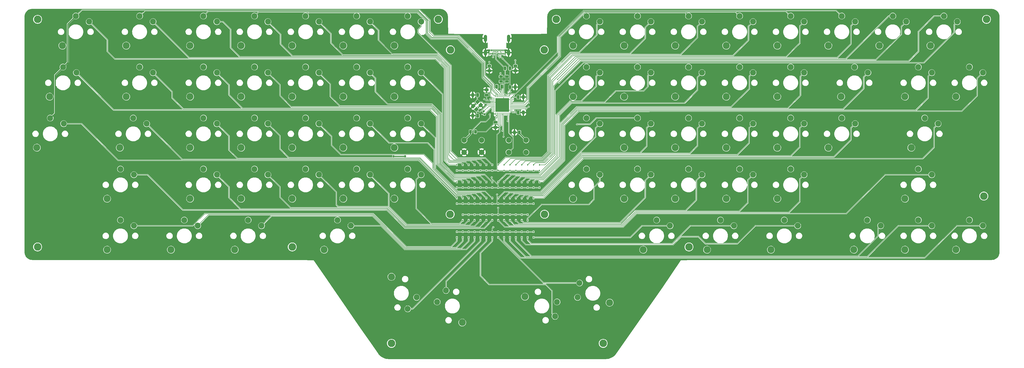
<source format=gbr>
%TF.GenerationSoftware,KiCad,Pcbnew,(6.0.10)*%
%TF.CreationDate,2023-02-11T23:58:45+13:00*%
%TF.ProjectId,orthoCode,6f727468-6f43-46f6-9465-2e6b69636164,rev?*%
%TF.SameCoordinates,Original*%
%TF.FileFunction,Copper,L1,Top*%
%TF.FilePolarity,Positive*%
%FSLAX46Y46*%
G04 Gerber Fmt 4.6, Leading zero omitted, Abs format (unit mm)*
G04 Created by KiCad (PCBNEW (6.0.10)) date 2023-02-11 23:58:45*
%MOMM*%
%LPD*%
G01*
G04 APERTURE LIST*
G04 Aperture macros list*
%AMRoundRect*
0 Rectangle with rounded corners*
0 $1 Rounding radius*
0 $2 $3 $4 $5 $6 $7 $8 $9 X,Y pos of 4 corners*
0 Add a 4 corners polygon primitive as box body*
4,1,4,$2,$3,$4,$5,$6,$7,$8,$9,$2,$3,0*
0 Add four circle primitives for the rounded corners*
1,1,$1+$1,$2,$3*
1,1,$1+$1,$4,$5*
1,1,$1+$1,$6,$7*
1,1,$1+$1,$8,$9*
0 Add four rect primitives between the rounded corners*
20,1,$1+$1,$2,$3,$4,$5,0*
20,1,$1+$1,$4,$5,$6,$7,0*
20,1,$1+$1,$6,$7,$8,$9,0*
20,1,$1+$1,$8,$9,$2,$3,0*%
%AMRotRect*
0 Rectangle, with rotation*
0 The origin of the aperture is its center*
0 $1 length*
0 $2 width*
0 $3 Rotation angle, in degrees counterclockwise*
0 Add horizontal line*
21,1,$1,$2,0,0,$3*%
G04 Aperture macros list end*
%TA.AperFunction,ComponentPad*%
%ADD10C,2.800000*%
%TD*%
%TA.AperFunction,ComponentPad*%
%ADD11C,2.000000*%
%TD*%
%TA.AperFunction,SMDPad,CuDef*%
%ADD12RoundRect,0.250000X0.250000X0.475000X-0.250000X0.475000X-0.250000X-0.475000X0.250000X-0.475000X0*%
%TD*%
%TA.AperFunction,SMDPad,CuDef*%
%ADD13R,0.450000X0.600000*%
%TD*%
%TA.AperFunction,ComponentPad*%
%ADD14C,2.600000*%
%TD*%
%TA.AperFunction,ComponentPad*%
%ADD15C,2.200000*%
%TD*%
%TA.AperFunction,SMDPad,CuDef*%
%ADD16RoundRect,0.250000X-0.250000X-0.475000X0.250000X-0.475000X0.250000X0.475000X-0.250000X0.475000X0*%
%TD*%
%TA.AperFunction,SMDPad,CuDef*%
%ADD17RoundRect,0.250000X0.450000X-0.262500X0.450000X0.262500X-0.450000X0.262500X-0.450000X-0.262500X0*%
%TD*%
%TA.AperFunction,SMDPad,CuDef*%
%ADD18RoundRect,0.250000X0.262500X0.450000X-0.262500X0.450000X-0.262500X-0.450000X0.262500X-0.450000X0*%
%TD*%
%TA.AperFunction,SMDPad,CuDef*%
%ADD19RoundRect,0.250000X-0.262500X-0.450000X0.262500X-0.450000X0.262500X0.450000X-0.262500X0.450000X0*%
%TD*%
%TA.AperFunction,SMDPad,CuDef*%
%ADD20R,0.300000X0.700000*%
%TD*%
%TA.AperFunction,SMDPad,CuDef*%
%ADD21R,1.000000X0.700000*%
%TD*%
%TA.AperFunction,ComponentPad*%
%ADD22O,1.200000X2.200000*%
%TD*%
%TA.AperFunction,ComponentPad*%
%ADD23O,1.200000X2.700000*%
%TD*%
%TA.AperFunction,ComponentPad*%
%ADD24O,1.200000X2.600000*%
%TD*%
%TA.AperFunction,SMDPad,CuDef*%
%ADD25RoundRect,0.250000X0.475000X-0.250000X0.475000X0.250000X-0.475000X0.250000X-0.475000X-0.250000X0*%
%TD*%
%TA.AperFunction,SMDPad,CuDef*%
%ADD26RoundRect,0.062500X-0.062500X0.475000X-0.062500X-0.475000X0.062500X-0.475000X0.062500X0.475000X0*%
%TD*%
%TA.AperFunction,SMDPad,CuDef*%
%ADD27RoundRect,0.062500X-0.475000X0.062500X-0.475000X-0.062500X0.475000X-0.062500X0.475000X0.062500X0*%
%TD*%
%TA.AperFunction,SMDPad,CuDef*%
%ADD28R,5.200000X5.200000*%
%TD*%
%TA.AperFunction,SMDPad,CuDef*%
%ADD29RotRect,1.400000X1.200000X45.000000*%
%TD*%
%TA.AperFunction,SMDPad,CuDef*%
%ADD30RoundRect,0.250000X-0.475000X0.250000X-0.475000X-0.250000X0.475000X-0.250000X0.475000X0.250000X0*%
%TD*%
%TA.AperFunction,ViaPad*%
%ADD31C,0.400000*%
%TD*%
%TA.AperFunction,ViaPad*%
%ADD32C,0.800000*%
%TD*%
%TA.AperFunction,Conductor*%
%ADD33C,0.127000*%
%TD*%
%TA.AperFunction,Conductor*%
%ADD34C,0.400000*%
%TD*%
%TA.AperFunction,Conductor*%
%ADD35C,0.200000*%
%TD*%
%TA.AperFunction,Conductor*%
%ADD36C,0.130000*%
%TD*%
G04 APERTURE END LIST*
D10*
%TO.P,HOLE_M2.6,1*%
%TO.N,N/C*%
X184900000Y-134800000D03*
X184900000Y-134800000D03*
%TD*%
%TO.P,HOLE_M2.6,1*%
%TO.N,N/C*%
X220100000Y-134800000D03*
X220100000Y-134800000D03*
%TD*%
%TO.P,HOLE_M2.6,1*%
%TO.N,N/C*%
X242000000Y-183000000D03*
X242000000Y-183000000D03*
%TD*%
%TO.P,HOLE_M2.6,1*%
%TO.N,N/C*%
X274000000Y-147000000D03*
X274000000Y-147000000D03*
%TD*%
%TO.P,HOLE_M2.6,1*%
%TO.N,N/C*%
X384000000Y-128000000D03*
X384000000Y-128000000D03*
%TD*%
%TO.P,HOLE_M2.6,1*%
%TO.N,N/C*%
X385000000Y-62000000D03*
X385000000Y-62000000D03*
%TD*%
%TO.P,HOLE_M2.6,1*%
%TO.N,N/C*%
X224500000Y-62000000D03*
X224500000Y-62000000D03*
%TD*%
%TO.P,HOLE_M2.6,1*%
%TO.N,N/C*%
X220000000Y-73400000D03*
X220000000Y-73400000D03*
%TD*%
%TO.P,HOLE_M2.6,1*%
%TO.N,N/C*%
X185000000Y-73400000D03*
X185000000Y-73400000D03*
%TD*%
%TO.P,HOLE_M2.6,1*%
%TO.N,N/C*%
X180500000Y-62000000D03*
X180500000Y-62000000D03*
%TD*%
%TO.P,HOLE_M2.6,1*%
%TO.N,N/C*%
X31000000Y-62000000D03*
X31000000Y-62000000D03*
%TD*%
%TO.P,HOLE_M2.6,1*%
%TO.N,N/C*%
X31000000Y-147000000D03*
X31000000Y-147000000D03*
%TD*%
%TO.P,HOLE_M2.6,1*%
%TO.N,N/C*%
X126000000Y-147000000D03*
X126000000Y-147000000D03*
%TD*%
%TO.P,HOLE_M2.6,1*%
%TO.N,N/C*%
X163000000Y-183000000D03*
X163000000Y-183000000D03*
%TD*%
D11*
%TO.P,BOOT1,1,1*%
%TO.N,Net-(BOOT1-Pad1)*%
X213250000Y-107150000D03*
X206750000Y-107150000D03*
%TO.P,BOOT1,2,2*%
%TO.N,boot*%
X206750000Y-111650000D03*
X213250000Y-111650000D03*
%TD*%
D12*
%TO.P,C1,1*%
%TO.N,Net-(C1-Pad1)*%
X195200000Y-98000000D03*
%TO.P,C1,2*%
%TO.N,USBGND*%
X193300000Y-98000000D03*
%TD*%
%TO.P,C2,1*%
%TO.N,Net-(C2-Pad1)*%
X195200000Y-90250000D03*
%TO.P,C2,2*%
%TO.N,USBGND*%
X193300000Y-90250000D03*
%TD*%
D13*
%TO.P,D1:8,1*%
%TO.N,Row1*%
X202800000Y-141350000D03*
%TO.P,D1:8,2*%
%TO.N,Net-(D1:8-Pad2)*%
X202800000Y-143450000D03*
%TD*%
%TO.P,D1:1,1*%
%TO.N,Row1*%
X187400000Y-141350000D03*
%TO.P,D1:1,2*%
%TO.N,Net-(D1:1-Pad2)*%
X187400000Y-143450000D03*
%TD*%
%TO.P,D1:2,1*%
%TO.N,Row1*%
X189600000Y-141350000D03*
%TO.P,D1:2,2*%
%TO.N,Net-(D1:2-Pad2)*%
X189600000Y-143450000D03*
%TD*%
%TO.P,D1:3,1*%
%TO.N,Row1*%
X191800000Y-141350000D03*
%TO.P,D1:3,2*%
%TO.N,Net-(D1:3-Pad2)*%
X191800000Y-143450000D03*
%TD*%
%TO.P,D1:4,1*%
%TO.N,Row1*%
X194000000Y-141350000D03*
%TO.P,D1:4,2*%
%TO.N,Net-(D1:4-Pad2)*%
X194000000Y-143450000D03*
%TD*%
%TO.P,D1:5,1*%
%TO.N,Row1*%
X196200000Y-141350000D03*
%TO.P,D1:5,2*%
%TO.N,Net-(D1:5-Pad2)*%
X196200000Y-143450000D03*
%TD*%
%TO.P,D1:6,1*%
%TO.N,Row1*%
X198400000Y-141350000D03*
%TO.P,D1:6,2*%
%TO.N,Net-(D1:6-Pad2)*%
X198400000Y-143450000D03*
%TD*%
%TO.P,D1:7,1*%
%TO.N,Row1*%
X200600000Y-141350000D03*
%TO.P,D1:7,2*%
%TO.N,Net-(D1:7-Pad2)*%
X200600000Y-143450000D03*
%TD*%
%TO.P,D1:9,1*%
%TO.N,Row1*%
X216000000Y-141350000D03*
%TO.P,D1:9,2*%
%TO.N,Net-(D1:9-Pad2)*%
X216000000Y-143450000D03*
%TD*%
%TO.P,D1:10,1*%
%TO.N,Row1*%
X213800000Y-141350000D03*
%TO.P,D1:10,2*%
%TO.N,Net-(D1:10-Pad2)*%
X213800000Y-143450000D03*
%TD*%
%TO.P,D1:11,1*%
%TO.N,Row1*%
X211600000Y-141350000D03*
%TO.P,D1:11,2*%
%TO.N,Net-(D1:11-Pad2)*%
X211600000Y-143450000D03*
%TD*%
%TO.P,D1:12,1*%
%TO.N,Row1*%
X209400000Y-141350000D03*
%TO.P,D1:12,2*%
%TO.N,Net-(D1:12-Pad2)*%
X209400000Y-143450000D03*
%TD*%
%TO.P,D1:13,1*%
%TO.N,Row1*%
X207200000Y-141350000D03*
%TO.P,D1:13,2*%
%TO.N,Net-(D1:13-Pad2)*%
X207200000Y-143450000D03*
%TD*%
%TO.P,D1:14,1*%
%TO.N,Row1*%
X205000000Y-141350000D03*
%TO.P,D1:14,2*%
%TO.N,Net-(D1:14-Pad2)*%
X205000000Y-143450000D03*
%TD*%
%TO.P,D2:1,1*%
%TO.N,Row2*%
X200600000Y-134950000D03*
%TO.P,D2:1,2*%
%TO.N,Net-(D2:1-Pad2)*%
X200600000Y-137050000D03*
%TD*%
%TO.P,D2:2,1*%
%TO.N,Row2*%
X198400000Y-134950000D03*
%TO.P,D2:2,2*%
%TO.N,Net-(D2:2-Pad2)*%
X198400000Y-137050000D03*
%TD*%
%TO.P,D2:3,1*%
%TO.N,Row2*%
X196200000Y-134950000D03*
%TO.P,D2:3,2*%
%TO.N,Net-(D2:3-Pad2)*%
X196200000Y-137050000D03*
%TD*%
%TO.P,D2:4,1*%
%TO.N,Row2*%
X194000000Y-134950000D03*
%TO.P,D2:4,2*%
%TO.N,Net-(D2:4-Pad2)*%
X194000000Y-137050000D03*
%TD*%
%TO.P,D2:5,1*%
%TO.N,Row2*%
X191800000Y-134950000D03*
%TO.P,D2:5,2*%
%TO.N,Net-(D2:5-Pad2)*%
X191800000Y-137050000D03*
%TD*%
%TO.P,D2:6,1*%
%TO.N,Row2*%
X189600000Y-134950000D03*
%TO.P,D2:6,2*%
%TO.N,Net-(D2:6-Pad2)*%
X189600000Y-137050000D03*
%TD*%
%TO.P,D2:7,1*%
%TO.N,Row2*%
X213800000Y-134950000D03*
%TO.P,D2:7,2*%
%TO.N,Net-(D2:7-Pad2)*%
X213800000Y-137050000D03*
%TD*%
%TO.P,D2:8,1*%
%TO.N,Row2*%
X211600000Y-134950000D03*
%TO.P,D2:8,2*%
%TO.N,Net-(D2:8-Pad2)*%
X211600000Y-137050000D03*
%TD*%
%TO.P,D2:9,1*%
%TO.N,Row2*%
X209400000Y-134950000D03*
%TO.P,D2:9,2*%
%TO.N,Net-(D2:9-Pad2)*%
X209400000Y-137050000D03*
%TD*%
%TO.P,D2:10,1*%
%TO.N,Row2*%
X207200000Y-134950000D03*
%TO.P,D2:10,2*%
%TO.N,Net-(D2:10-Pad2)*%
X207200000Y-137050000D03*
%TD*%
%TO.P,D2:11,1*%
%TO.N,Row2*%
X205000000Y-134950000D03*
%TO.P,D2:11,2*%
%TO.N,Net-(D2:11-Pad2)*%
X205000000Y-137050000D03*
%TD*%
%TO.P,D2:13,2*%
%TO.N,Net-(D2:13-Pad2)*%
X202800000Y-137050000D03*
%TO.P,D2:13,1*%
%TO.N,Row2*%
X202800000Y-134950000D03*
%TD*%
%TO.P,D3:0,1*%
%TO.N,Row3*%
X187400000Y-130850000D03*
%TO.P,D3:0,2*%
%TO.N,Net-(D3:0-Pad2)*%
X187400000Y-128750000D03*
%TD*%
%TO.P,D3:1,1*%
%TO.N,Row3*%
X189600000Y-130850000D03*
%TO.P,D3:1,2*%
%TO.N,Net-(D3:1-Pad2)*%
X189600000Y-128750000D03*
%TD*%
%TO.P,D3:2,1*%
%TO.N,Row3*%
X191800000Y-130850000D03*
%TO.P,D3:2,2*%
%TO.N,Net-(D3:2-Pad2)*%
X191800000Y-128750000D03*
%TD*%
%TO.P,D3:3,1*%
%TO.N,Row3*%
X194000000Y-130850000D03*
%TO.P,D3:3,2*%
%TO.N,Net-(D3:3-Pad2)*%
X194000000Y-128750000D03*
%TD*%
%TO.P,D3:4,1*%
%TO.N,Row3*%
X196200000Y-130850000D03*
%TO.P,D3:4,2*%
%TO.N,Net-(D3:4-Pad2)*%
X196200000Y-128750000D03*
%TD*%
%TO.P,D3:5,1*%
%TO.N,Row3*%
X198400000Y-130850000D03*
%TO.P,D3:5,2*%
%TO.N,Net-(D3:5-Pad2)*%
X198400000Y-128750000D03*
%TD*%
%TO.P,D3:6,1*%
%TO.N,Row3*%
X200600000Y-130850000D03*
%TO.P,D3:6,2*%
%TO.N,Net-(D3:6-Pad2)*%
X200600000Y-128750000D03*
%TD*%
%TO.P,D3:7,1*%
%TO.N,Row3*%
X202800000Y-130850000D03*
%TO.P,D3:7,2*%
%TO.N,Net-(D3:7-Pad2)*%
X202800000Y-128750000D03*
%TD*%
%TO.P,D3:8,1*%
%TO.N,Row3*%
X205000000Y-130850000D03*
%TO.P,D3:8,2*%
%TO.N,Net-(D3:8-Pad2)*%
X205000000Y-128750000D03*
%TD*%
%TO.P,D3:9,1*%
%TO.N,Row3*%
X207200000Y-130850000D03*
%TO.P,D3:9,2*%
%TO.N,Net-(D3:9-Pad2)*%
X207200000Y-128750000D03*
%TD*%
%TO.P,D3:10,2*%
%TO.N,Net-(D3:10-Pad2)*%
X209400000Y-128750000D03*
%TO.P,D3:10,1*%
%TO.N,Row3*%
X209400000Y-130850000D03*
%TD*%
%TO.P,D3:11,1*%
%TO.N,Row3*%
X211600000Y-130850000D03*
%TO.P,D3:11,2*%
%TO.N,Net-(D3:11-Pad2)*%
X211600000Y-128750000D03*
%TD*%
%TO.P,D3:12,1*%
%TO.N,Row3*%
X213800000Y-130850000D03*
%TO.P,D3:12,2*%
%TO.N,Net-(D3:12-Pad2)*%
X213800000Y-128750000D03*
%TD*%
%TO.P,D3:13,1*%
%TO.N,Row3*%
X216000000Y-130850000D03*
%TO.P,D3:13,2*%
%TO.N,Net-(D3:13-Pad2)*%
X216000000Y-128750000D03*
%TD*%
%TO.P,D4:0,1*%
%TO.N,Row4*%
X187400000Y-124850000D03*
%TO.P,D4:0,2*%
%TO.N,Net-(D4:0-Pad2)*%
X187400000Y-122750000D03*
%TD*%
%TO.P,D4:1,2*%
%TO.N,Net-(D4:1-Pad2)*%
X189600000Y-122750000D03*
%TO.P,D4:1,1*%
%TO.N,Row4*%
X189600000Y-124850000D03*
%TD*%
%TO.P,D4:2,1*%
%TO.N,Row4*%
X191800000Y-124850000D03*
%TO.P,D4:2,2*%
%TO.N,Net-(D4:2-Pad2)*%
X191800000Y-122750000D03*
%TD*%
%TO.P,D4:3,1*%
%TO.N,Row4*%
X194000000Y-124850000D03*
%TO.P,D4:3,2*%
%TO.N,Net-(D4:3-Pad2)*%
X194000000Y-122750000D03*
%TD*%
%TO.P,D4:4,1*%
%TO.N,Row4*%
X196200000Y-124850000D03*
%TO.P,D4:4,2*%
%TO.N,Net-(D4:4-Pad2)*%
X196200000Y-122750000D03*
%TD*%
%TO.P,D4:5,1*%
%TO.N,Row4*%
X198400000Y-124850000D03*
%TO.P,D4:5,2*%
%TO.N,Net-(D4:5-Pad2)*%
X198400000Y-122750000D03*
%TD*%
%TO.P,D4:6,1*%
%TO.N,Row4*%
X200600000Y-124850000D03*
%TO.P,D4:6,2*%
%TO.N,Net-(D4:6-Pad2)*%
X200600000Y-122750000D03*
%TD*%
%TO.P,D4:7,1*%
%TO.N,Row4*%
X202800000Y-124850000D03*
%TO.P,D4:7,2*%
%TO.N,Net-(D4:7-Pad2)*%
X202800000Y-122750000D03*
%TD*%
%TO.P,D4:8,1*%
%TO.N,Row4*%
X205000000Y-124850000D03*
%TO.P,D4:8,2*%
%TO.N,Net-(D4:8-Pad2)*%
X205000000Y-122750000D03*
%TD*%
%TO.P,D4:9,1*%
%TO.N,Row4*%
X207200000Y-124850000D03*
%TO.P,D4:9,2*%
%TO.N,Net-(D4:9-Pad2)*%
X207200000Y-122750000D03*
%TD*%
%TO.P,D4:10,1*%
%TO.N,Row4*%
X209400000Y-124850000D03*
%TO.P,D4:10,2*%
%TO.N,Net-(D4:10-Pad2)*%
X209400000Y-122750000D03*
%TD*%
%TO.P,D4:11,1*%
%TO.N,Row4*%
X211600000Y-124850000D03*
%TO.P,D4:11,2*%
%TO.N,Net-(D4:11-Pad2)*%
X211600000Y-122750000D03*
%TD*%
%TO.P,D4:12,1*%
%TO.N,Row4*%
X213800000Y-124850000D03*
%TO.P,D4:12,2*%
%TO.N,Net-(D4:12-Pad2)*%
X213800000Y-122750000D03*
%TD*%
%TO.P,D4:13,1*%
%TO.N,Row4*%
X216000000Y-124850000D03*
%TO.P,D4:13,2*%
%TO.N,Net-(D4:13-Pad2)*%
X216000000Y-122750000D03*
%TD*%
%TO.P,D4:14,1*%
%TO.N,Row4*%
X218200000Y-124850000D03*
%TO.P,D4:14,2*%
%TO.N,Net-(D4:14-Pad2)*%
X218200000Y-122750000D03*
%TD*%
%TO.P,D5:0,1*%
%TO.N,Row5*%
X187400000Y-118450000D03*
%TO.P,D5:0,2*%
%TO.N,Net-(D5:0-Pad2)*%
X187400000Y-116350000D03*
%TD*%
%TO.P,D5:1,1*%
%TO.N,Row5*%
X189600000Y-118450000D03*
%TO.P,D5:1,2*%
%TO.N,Net-(D5:1-Pad2)*%
X189600000Y-116350000D03*
%TD*%
%TO.P,D5:2,1*%
%TO.N,Row5*%
X191800000Y-118450000D03*
%TO.P,D5:2,2*%
%TO.N,Net-(D5:2-Pad2)*%
X191800000Y-116350000D03*
%TD*%
%TO.P,D5:3,1*%
%TO.N,Row5*%
X194000000Y-118450000D03*
%TO.P,D5:3,2*%
%TO.N,Net-(D5:3-Pad2)*%
X194000000Y-116350000D03*
%TD*%
%TO.P,D5:4,1*%
%TO.N,Row5*%
X196200000Y-118450000D03*
%TO.P,D5:4,2*%
%TO.N,Net-(D5:4-Pad2)*%
X196200000Y-116350000D03*
%TD*%
%TO.P,D5:5,1*%
%TO.N,Row5*%
X198400000Y-118450000D03*
%TO.P,D5:5,2*%
%TO.N,Net-(D5:5-Pad2)*%
X198400000Y-116350000D03*
%TD*%
%TO.P,D5:6,1*%
%TO.N,Row5*%
X200600000Y-118450000D03*
%TO.P,D5:6,2*%
%TO.N,Net-(D5:6-Pad2)*%
X200600000Y-116350000D03*
%TD*%
%TO.P,D5:7,1*%
%TO.N,Row5*%
X202800000Y-118450000D03*
%TO.P,D5:7,2*%
%TO.N,Net-(D5:7-Pad2)*%
X202800000Y-116350000D03*
%TD*%
%TO.P,D5:8,1*%
%TO.N,Row5*%
X205000000Y-118450000D03*
%TO.P,D5:8,2*%
%TO.N,Net-(D5:8-Pad2)*%
X205000000Y-116350000D03*
%TD*%
%TO.P,D5:9,1*%
%TO.N,Row5*%
X207200000Y-118450000D03*
%TO.P,D5:9,2*%
%TO.N,Net-(D5:9-Pad2)*%
X207200000Y-116350000D03*
%TD*%
%TO.P,D5:10,1*%
%TO.N,Row5*%
X209400000Y-118450000D03*
%TO.P,D5:10,2*%
%TO.N,Net-(D5:10-Pad2)*%
X209400000Y-116350000D03*
%TD*%
%TO.P,D5:11,1*%
%TO.N,Row5*%
X211600000Y-118450000D03*
%TO.P,D5:11,2*%
%TO.N,Net-(D5:11-Pad2)*%
X211600000Y-116350000D03*
%TD*%
%TO.P,D5:12,1*%
%TO.N,Row5*%
X213800000Y-118450000D03*
%TO.P,D5:12,2*%
%TO.N,Net-(D5:12-Pad2)*%
X213800000Y-116350000D03*
%TD*%
%TO.P,D5:13,1*%
%TO.N,Row5*%
X216000000Y-118450000D03*
%TO.P,D5:13,2*%
%TO.N,Net-(D5:13-Pad2)*%
X216000000Y-116350000D03*
%TD*%
%TO.P,D5:14,1*%
%TO.N,Row5*%
X218200000Y-118450000D03*
%TO.P,D5:14,2*%
%TO.N,Net-(D5:14-Pad2)*%
X218200000Y-116350000D03*
%TD*%
D14*
%TO.P,K1:8,*%
%TO.N,*%
X244393613Y-167802961D03*
D15*
%TO.P,K1:8,1*%
%TO.N,Col8*%
X232426038Y-165833282D03*
%TO.P,K1:8,2*%
%TO.N,Net-(D1:8-Pad2)*%
X233160387Y-160460133D03*
%TD*%
D14*
%TO.P,K1:1,*%
%TO.N,*%
X56912500Y-148025000D03*
D15*
%TO.P,K1:1,1*%
%TO.N,Col1*%
X61912500Y-136975000D03*
%TO.P,K1:1,2*%
%TO.N,Net-(D1:1-Pad2)*%
X66912500Y-139075000D03*
%TD*%
D14*
%TO.P,K1:2,*%
%TO.N,*%
X80725000Y-148025000D03*
D15*
%TO.P,K1:2,1*%
%TO.N,Col2*%
X85725000Y-136975000D03*
%TO.P,K1:2,2*%
%TO.N,Net-(D1:2-Pad2)*%
X90725000Y-139075000D03*
%TD*%
D14*
%TO.P,K1:3,*%
%TO.N,*%
X104537500Y-148025000D03*
D15*
%TO.P,K1:3,1*%
%TO.N,Col3*%
X109537500Y-136975000D03*
%TO.P,K1:3,2*%
%TO.N,Net-(D1:3-Pad2)*%
X114537500Y-139075000D03*
%TD*%
D14*
%TO.P,K1:4,*%
%TO.N,*%
X137875000Y-148025000D03*
D15*
%TO.P,K1:4,1*%
%TO.N,Col4*%
X142875000Y-136975000D03*
%TO.P,K1:4,2*%
%TO.N,Net-(D1:4-Pad2)*%
X147875000Y-139075000D03*
%TD*%
D14*
%TO.P,K1:5,*%
%TO.N,*%
X163007077Y-158143703D03*
D15*
%TO.P,K1:5,1*%
%TO.N,Col5*%
X172386462Y-165833282D03*
%TO.P,K1:5,2*%
%TO.N,Net-(D1:5-Pad2)*%
X169063923Y-170119392D03*
%TD*%
D14*
%TO.P,K1:6,*%
%TO.N,*%
X189417923Y-175231297D03*
D15*
%TO.P,K1:6,1*%
%TO.N,Col6*%
X180038538Y-167541718D03*
%TO.P,K1:6,2*%
%TO.N,Net-(D1:6-Pad2)*%
X183361077Y-163255608D03*
%TD*%
D14*
%TO.P,K1:7,*%
%TO.N,*%
X212806387Y-165572039D03*
D15*
%TO.P,K1:7,1*%
%TO.N,Col7*%
X224773962Y-167541718D03*
%TO.P,K1:7,2*%
%TO.N,Net-(D1:7-Pad2)*%
X224039613Y-172914867D03*
%TD*%
D14*
%TO.P,K1:9,*%
%TO.N,*%
X256937500Y-148025000D03*
D15*
%TO.P,K1:9,1*%
%TO.N,Col9*%
X261937500Y-136975000D03*
%TO.P,K1:9,2*%
%TO.N,Net-(D1:9-Pad2)*%
X266937500Y-139075000D03*
%TD*%
D14*
%TO.P,K1:10,*%
%TO.N,*%
X280750000Y-148025000D03*
D15*
%TO.P,K1:10,1*%
%TO.N,Col10*%
X285750000Y-136975000D03*
%TO.P,K1:10,2*%
%TO.N,Net-(D1:10-Pad2)*%
X290750000Y-139075000D03*
%TD*%
D14*
%TO.P,K1:11,*%
%TO.N,*%
X304562500Y-148025000D03*
D15*
%TO.P,K1:11,1*%
%TO.N,Col11*%
X309562500Y-136975000D03*
%TO.P,K1:11,2*%
%TO.N,Net-(D1:11-Pad2)*%
X314562500Y-139075000D03*
%TD*%
D14*
%TO.P,K1:12,*%
%TO.N,*%
X335518750Y-148025000D03*
D15*
%TO.P,K1:12,1*%
%TO.N,Col12*%
X340518750Y-136975000D03*
%TO.P,K1:12,2*%
%TO.N,Net-(D1:12-Pad2)*%
X345518750Y-139075000D03*
%TD*%
D14*
%TO.P,K1:13,*%
%TO.N,*%
X354568750Y-148025000D03*
D15*
%TO.P,K1:13,1*%
%TO.N,Col13*%
X359568750Y-136975000D03*
%TO.P,K1:13,2*%
%TO.N,Net-(D1:13-Pad2)*%
X364568750Y-139075000D03*
%TD*%
D14*
%TO.P,K1:14,*%
%TO.N,*%
X373618750Y-148025000D03*
D15*
%TO.P,K1:14,1*%
%TO.N,Col14*%
X378618750Y-136975000D03*
%TO.P,K1:14,2*%
%TO.N,Net-(D1:14-Pad2)*%
X383618750Y-139075000D03*
%TD*%
D14*
%TO.P,K2:2,*%
%TO.N,*%
X87868750Y-128975000D03*
D15*
%TO.P,K2:2,1*%
%TO.N,Col2*%
X92868750Y-117925000D03*
%TO.P,K2:2,2*%
%TO.N,Net-(D2:2-Pad2)*%
X97868750Y-120025000D03*
%TD*%
D14*
%TO.P,K2:3,*%
%TO.N,*%
X106918750Y-128975000D03*
D15*
%TO.P,K2:3,1*%
%TO.N,Col3*%
X111918750Y-117925000D03*
%TO.P,K2:3,2*%
%TO.N,Net-(D2:3-Pad2)*%
X116918750Y-120025000D03*
%TD*%
D14*
%TO.P,K2:4,*%
%TO.N,*%
X125968750Y-128975000D03*
D15*
%TO.P,K2:4,1*%
%TO.N,Col4*%
X130968750Y-117925000D03*
%TO.P,K2:4,2*%
%TO.N,Net-(D2:4-Pad2)*%
X135968750Y-120025000D03*
%TD*%
D14*
%TO.P,K2:5,*%
%TO.N,*%
X145018750Y-128975000D03*
D15*
%TO.P,K2:5,1*%
%TO.N,Col5*%
X150018750Y-117925000D03*
%TO.P,K2:5,2*%
%TO.N,Net-(D2:5-Pad2)*%
X155018750Y-120025000D03*
%TD*%
D14*
%TO.P,K2:6,*%
%TO.N,*%
X164068750Y-128975000D03*
D15*
%TO.P,K2:6,1*%
%TO.N,Col6*%
X169068750Y-117925000D03*
%TO.P,K2:6,2*%
%TO.N,Net-(D2:6-Pad2)*%
X174068750Y-120025000D03*
%TD*%
D14*
%TO.P,K2:7,*%
%TO.N,*%
X230743750Y-128975000D03*
D15*
%TO.P,K2:7,1*%
%TO.N,Col7*%
X235743750Y-117925000D03*
%TO.P,K2:7,2*%
%TO.N,Net-(D2:7-Pad2)*%
X240743750Y-120025000D03*
%TD*%
D14*
%TO.P,K2:8,*%
%TO.N,*%
X249793750Y-128975000D03*
D15*
%TO.P,K2:8,1*%
%TO.N,Col8*%
X254793750Y-117925000D03*
%TO.P,K2:8,2*%
%TO.N,Net-(D2:8-Pad2)*%
X259793750Y-120025000D03*
%TD*%
D14*
%TO.P,K2:9,*%
%TO.N,*%
X268843750Y-128975000D03*
D15*
%TO.P,K2:9,1*%
%TO.N,Col9*%
X273843750Y-117925000D03*
%TO.P,K2:9,2*%
%TO.N,Net-(D2:9-Pad2)*%
X278843750Y-120025000D03*
%TD*%
D14*
%TO.P,K2:10,*%
%TO.N,*%
X287893750Y-128975000D03*
D15*
%TO.P,K2:10,1*%
%TO.N,Col10*%
X292893750Y-117925000D03*
%TO.P,K2:10,2*%
%TO.N,Net-(D2:10-Pad2)*%
X297893750Y-120025000D03*
%TD*%
D14*
%TO.P,K2:11,*%
%TO.N,*%
X306943750Y-128975000D03*
D15*
%TO.P,K2:11,1*%
%TO.N,Col11*%
X311943750Y-117925000D03*
%TO.P,K2:11,2*%
%TO.N,Net-(D2:11-Pad2)*%
X316943750Y-120025000D03*
%TD*%
D14*
%TO.P,K2:13,*%
%TO.N,*%
X354568750Y-128975000D03*
D15*
%TO.P,K2:13,1*%
%TO.N,Col13*%
X359568750Y-117925000D03*
%TO.P,K2:13,2*%
%TO.N,Net-(D2:13-Pad2)*%
X364568750Y-120025000D03*
%TD*%
D14*
%TO.P,K3:0,*%
%TO.N,*%
X30718750Y-109925000D03*
D15*
%TO.P,K3:0,1*%
%TO.N,Col0*%
X35718750Y-98875000D03*
%TO.P,K3:0,2*%
%TO.N,Net-(D3:0-Pad2)*%
X40718750Y-100975000D03*
%TD*%
D14*
%TO.P,K3:1,*%
%TO.N,*%
X61675000Y-109925000D03*
D15*
%TO.P,K3:1,1*%
%TO.N,Col1*%
X66675000Y-98875000D03*
%TO.P,K3:1,2*%
%TO.N,Net-(D3:1-Pad2)*%
X71675000Y-100975000D03*
%TD*%
D14*
%TO.P,K3:2,*%
%TO.N,*%
X87868750Y-109925000D03*
D15*
%TO.P,K3:2,1*%
%TO.N,Col2*%
X92868750Y-98875000D03*
%TO.P,K3:2,2*%
%TO.N,Net-(D3:2-Pad2)*%
X97868750Y-100975000D03*
%TD*%
D14*
%TO.P,K3:3,*%
%TO.N,*%
X106918750Y-109925000D03*
D15*
%TO.P,K3:3,1*%
%TO.N,Col3*%
X111918750Y-98875000D03*
%TO.P,K3:3,2*%
%TO.N,Net-(D3:3-Pad2)*%
X116918750Y-100975000D03*
%TD*%
D14*
%TO.P,K3:4,*%
%TO.N,*%
X125968750Y-109925000D03*
D15*
%TO.P,K3:4,1*%
%TO.N,Col4*%
X130968750Y-98875000D03*
%TO.P,K3:4,2*%
%TO.N,Net-(D3:4-Pad2)*%
X135968750Y-100975000D03*
%TD*%
D14*
%TO.P,K3:5,*%
%TO.N,*%
X145018750Y-109925000D03*
D15*
%TO.P,K3:5,1*%
%TO.N,Col5*%
X150018750Y-98875000D03*
%TO.P,K3:5,2*%
%TO.N,Net-(D3:5-Pad2)*%
X155018750Y-100975000D03*
%TD*%
D14*
%TO.P,K3:6,*%
%TO.N,*%
X164068750Y-109925000D03*
D15*
%TO.P,K3:6,1*%
%TO.N,Col6*%
X169068750Y-98875000D03*
%TO.P,K3:6,2*%
%TO.N,Net-(D3:6-Pad2)*%
X174068750Y-100975000D03*
%TD*%
D14*
%TO.P,K3:7,*%
%TO.N,*%
X230743750Y-109925000D03*
D15*
%TO.P,K3:7,1*%
%TO.N,Col7*%
X235743750Y-98875000D03*
%TO.P,K3:7,2*%
%TO.N,Net-(D3:7-Pad2)*%
X240743750Y-100975000D03*
%TD*%
D14*
%TO.P,K3:8,*%
%TO.N,*%
X249793750Y-109925000D03*
D15*
%TO.P,K3:8,1*%
%TO.N,Col8*%
X254793750Y-98875000D03*
%TO.P,K3:8,2*%
%TO.N,Net-(D3:8-Pad2)*%
X259793750Y-100975000D03*
%TD*%
D14*
%TO.P,K3:9,*%
%TO.N,*%
X268843750Y-109925000D03*
D15*
%TO.P,K3:9,1*%
%TO.N,Col9*%
X273843750Y-98875000D03*
%TO.P,K3:9,2*%
%TO.N,Net-(D3:9-Pad2)*%
X278843750Y-100975000D03*
%TD*%
D14*
%TO.P,K3:10,*%
%TO.N,*%
X287893750Y-109925000D03*
D15*
%TO.P,K3:10,1*%
%TO.N,Col10*%
X292893750Y-98875000D03*
%TO.P,K3:10,2*%
%TO.N,Net-(D3:10-Pad2)*%
X297893750Y-100975000D03*
%TD*%
D14*
%TO.P,K3:11,*%
%TO.N,*%
X306943750Y-109925000D03*
D15*
%TO.P,K3:11,1*%
%TO.N,Col11*%
X311943750Y-98875000D03*
%TO.P,K3:11,2*%
%TO.N,Net-(D3:11-Pad2)*%
X316943750Y-100975000D03*
%TD*%
D14*
%TO.P,K3:12,*%
%TO.N,*%
X325993750Y-109925000D03*
D15*
%TO.P,K3:12,1*%
%TO.N,Col12*%
X330993750Y-98875000D03*
%TO.P,K3:12,2*%
%TO.N,Net-(D3:12-Pad2)*%
X335993750Y-100975000D03*
%TD*%
D14*
%TO.P,K3:13,*%
%TO.N,*%
X356950000Y-109925000D03*
D15*
%TO.P,K3:13,1*%
%TO.N,Col13*%
X361950000Y-98875000D03*
%TO.P,K3:13,2*%
%TO.N,Net-(D3:13-Pad2)*%
X366950000Y-100975000D03*
%TD*%
D14*
%TO.P,K4:0,*%
%TO.N,*%
X35481250Y-90875000D03*
D15*
%TO.P,K4:0,1*%
%TO.N,Col0*%
X40481250Y-79825000D03*
%TO.P,K4:0,2*%
%TO.N,Net-(D4:0-Pad2)*%
X45481250Y-81925000D03*
%TD*%
D14*
%TO.P,K4:1,*%
%TO.N,*%
X64056250Y-90875000D03*
D15*
%TO.P,K4:1,1*%
%TO.N,Col1*%
X69056250Y-79825000D03*
%TO.P,K4:1,2*%
%TO.N,Net-(D4:1-Pad2)*%
X74056250Y-81925000D03*
%TD*%
D14*
%TO.P,K4:2,*%
%TO.N,*%
X87868750Y-90875000D03*
D15*
%TO.P,K4:2,1*%
%TO.N,Col2*%
X92868750Y-79825000D03*
%TO.P,K4:2,2*%
%TO.N,Net-(D4:2-Pad2)*%
X97868750Y-81925000D03*
%TD*%
D14*
%TO.P,K4:3,*%
%TO.N,*%
X106918750Y-90875000D03*
D15*
%TO.P,K4:3,1*%
%TO.N,Col3*%
X111918750Y-79825000D03*
%TO.P,K4:3,2*%
%TO.N,Net-(D4:3-Pad2)*%
X116918750Y-81925000D03*
%TD*%
D14*
%TO.P,K4:4,*%
%TO.N,*%
X125968750Y-90875000D03*
D15*
%TO.P,K4:4,1*%
%TO.N,Col4*%
X130968750Y-79825000D03*
%TO.P,K4:4,2*%
%TO.N,Net-(D4:4-Pad2)*%
X135968750Y-81925000D03*
%TD*%
D14*
%TO.P,K4:5,*%
%TO.N,*%
X145018750Y-90875000D03*
D15*
%TO.P,K4:5,1*%
%TO.N,Col5*%
X150018750Y-79825000D03*
%TO.P,K4:5,2*%
%TO.N,Net-(D4:5-Pad2)*%
X155018750Y-81925000D03*
%TD*%
D14*
%TO.P,K4:6,*%
%TO.N,*%
X164068750Y-90875000D03*
D15*
%TO.P,K4:6,1*%
%TO.N,Col6*%
X169068750Y-79825000D03*
%TO.P,K4:6,2*%
%TO.N,Net-(D4:6-Pad2)*%
X174068750Y-81925000D03*
%TD*%
D14*
%TO.P,K4:7,*%
%TO.N,*%
X230743750Y-90875000D03*
D15*
%TO.P,K4:7,1*%
%TO.N,Col7*%
X235743750Y-79825000D03*
%TO.P,K4:7,2*%
%TO.N,Net-(D4:7-Pad2)*%
X240743750Y-81925000D03*
%TD*%
D14*
%TO.P,K4:8,*%
%TO.N,*%
X249793750Y-90875000D03*
D15*
%TO.P,K4:8,1*%
%TO.N,Col8*%
X254793750Y-79825000D03*
%TO.P,K4:8,2*%
%TO.N,Net-(D4:8-Pad2)*%
X259793750Y-81925000D03*
%TD*%
D14*
%TO.P,K4:9,*%
%TO.N,*%
X268843750Y-90875000D03*
D15*
%TO.P,K4:9,1*%
%TO.N,Col9*%
X273843750Y-79825000D03*
%TO.P,K4:9,2*%
%TO.N,Net-(D4:9-Pad2)*%
X278843750Y-81925000D03*
%TD*%
D14*
%TO.P,K4:10,*%
%TO.N,*%
X287893750Y-90875000D03*
D15*
%TO.P,K4:10,1*%
%TO.N,Col10*%
X292893750Y-79825000D03*
%TO.P,K4:10,2*%
%TO.N,Net-(D4:10-Pad2)*%
X297893750Y-81925000D03*
%TD*%
D14*
%TO.P,K4:11,*%
%TO.N,*%
X306943750Y-90875000D03*
D15*
%TO.P,K4:11,1*%
%TO.N,Col11*%
X311943750Y-79825000D03*
%TO.P,K4:11,2*%
%TO.N,Net-(D4:11-Pad2)*%
X316943750Y-81925000D03*
%TD*%
D14*
%TO.P,K4:12,*%
%TO.N,*%
X330756250Y-90875000D03*
D15*
%TO.P,K4:12,1*%
%TO.N,Col12*%
X335756250Y-79825000D03*
%TO.P,K4:12,2*%
%TO.N,Net-(D4:12-Pad2)*%
X340756250Y-81925000D03*
%TD*%
D14*
%TO.P,K4:13,*%
%TO.N,*%
X354568750Y-90875000D03*
D15*
%TO.P,K4:13,1*%
%TO.N,Col13*%
X359568750Y-79825000D03*
%TO.P,K4:13,2*%
%TO.N,Net-(D4:13-Pad2)*%
X364568750Y-81925000D03*
%TD*%
D14*
%TO.P,K4:14,*%
%TO.N,*%
X373618750Y-90875000D03*
D15*
%TO.P,K4:14,1*%
%TO.N,Col14*%
X378618750Y-79825000D03*
%TO.P,K4:14,2*%
%TO.N,Net-(D4:14-Pad2)*%
X383618750Y-81925000D03*
%TD*%
D14*
%TO.P,K5:0,*%
%TO.N,*%
X40243750Y-71825000D03*
D15*
%TO.P,K5:0,1*%
%TO.N,Col0*%
X45243750Y-60775000D03*
%TO.P,K5:0,2*%
%TO.N,Net-(D5:0-Pad2)*%
X50243750Y-62875000D03*
%TD*%
D14*
%TO.P,K5:1,*%
%TO.N,*%
X64056250Y-71825000D03*
D15*
%TO.P,K5:1,1*%
%TO.N,Col1*%
X69056250Y-60775000D03*
%TO.P,K5:1,2*%
%TO.N,Net-(D5:1-Pad2)*%
X74056250Y-62875000D03*
%TD*%
D14*
%TO.P,K5:2,*%
%TO.N,*%
X87868750Y-71825000D03*
D15*
%TO.P,K5:2,1*%
%TO.N,Col2*%
X92868750Y-60775000D03*
%TO.P,K5:2,2*%
%TO.N,Net-(D5:2-Pad2)*%
X97868750Y-62875000D03*
%TD*%
D14*
%TO.P,K5:3,*%
%TO.N,*%
X106918750Y-71825000D03*
D15*
%TO.P,K5:3,1*%
%TO.N,Col3*%
X111918750Y-60775000D03*
%TO.P,K5:3,2*%
%TO.N,Net-(D5:3-Pad2)*%
X116918750Y-62875000D03*
%TD*%
D14*
%TO.P,K5:4,*%
%TO.N,*%
X125968750Y-71825000D03*
D15*
%TO.P,K5:4,1*%
%TO.N,Col4*%
X130968750Y-60775000D03*
%TO.P,K5:4,2*%
%TO.N,Net-(D5:4-Pad2)*%
X135968750Y-62875000D03*
%TD*%
D14*
%TO.P,K5:5,*%
%TO.N,*%
X145018750Y-71825000D03*
D15*
%TO.P,K5:5,1*%
%TO.N,Col5*%
X150018750Y-60775000D03*
%TO.P,K5:5,2*%
%TO.N,Net-(D5:5-Pad2)*%
X155018750Y-62875000D03*
%TD*%
D14*
%TO.P,K5:6,*%
%TO.N,*%
X164068750Y-71825000D03*
D15*
%TO.P,K5:6,1*%
%TO.N,Col6*%
X169068750Y-60775000D03*
%TO.P,K5:6,2*%
%TO.N,Net-(D5:6-Pad2)*%
X174068750Y-62875000D03*
%TD*%
D14*
%TO.P,K5:7,*%
%TO.N,*%
X230743750Y-71825000D03*
D15*
%TO.P,K5:7,1*%
%TO.N,Col7*%
X235743750Y-60775000D03*
%TO.P,K5:7,2*%
%TO.N,Net-(D5:7-Pad2)*%
X240743750Y-62875000D03*
%TD*%
D14*
%TO.P,K5:8,*%
%TO.N,*%
X249793750Y-71825000D03*
D15*
%TO.P,K5:8,1*%
%TO.N,Col8*%
X254793750Y-60775000D03*
%TO.P,K5:8,2*%
%TO.N,Net-(D5:8-Pad2)*%
X259793750Y-62875000D03*
%TD*%
D14*
%TO.P,K5:9,*%
%TO.N,*%
X268843750Y-71825000D03*
D15*
%TO.P,K5:9,1*%
%TO.N,Col9*%
X273843750Y-60775000D03*
%TO.P,K5:9,2*%
%TO.N,Net-(D5:9-Pad2)*%
X278843750Y-62875000D03*
%TD*%
D14*
%TO.P,K5:10,*%
%TO.N,*%
X287893750Y-71825000D03*
D15*
%TO.P,K5:10,1*%
%TO.N,Col10*%
X292893750Y-60775000D03*
%TO.P,K5:10,2*%
%TO.N,Net-(D5:10-Pad2)*%
X297893750Y-62875000D03*
%TD*%
D14*
%TO.P,K5:11,*%
%TO.N,*%
X306943750Y-71825000D03*
D15*
%TO.P,K5:11,1*%
%TO.N,Col11*%
X311943750Y-60775000D03*
%TO.P,K5:11,2*%
%TO.N,Net-(D5:11-Pad2)*%
X316943750Y-62875000D03*
%TD*%
D14*
%TO.P,K5:12,*%
%TO.N,*%
X325993750Y-71825000D03*
D15*
%TO.P,K5:12,1*%
%TO.N,Col12*%
X330993750Y-60775000D03*
%TO.P,K5:12,2*%
%TO.N,Net-(D5:12-Pad2)*%
X335993750Y-62875000D03*
%TD*%
D14*
%TO.P,K5:13,*%
%TO.N,*%
X345043750Y-71825000D03*
D15*
%TO.P,K5:13,1*%
%TO.N,Col13*%
X350043750Y-60775000D03*
%TO.P,K5:13,2*%
%TO.N,Net-(D5:13-Pad2)*%
X355043750Y-62875000D03*
%TD*%
D14*
%TO.P,K5:14,*%
%TO.N,*%
X364093750Y-71825000D03*
D15*
%TO.P,K5:14,1*%
%TO.N,Col14*%
X369093750Y-60775000D03*
%TO.P,K5:14,2*%
%TO.N,Net-(D5:14-Pad2)*%
X374093750Y-62875000D03*
%TD*%
D11*
%TO.P,RESET1,1,1*%
%TO.N,USBGND*%
X190150000Y-111650000D03*
X196650000Y-111650000D03*
%TO.P,RESET1,2,2*%
%TO.N,reset*%
X196650000Y-107150000D03*
X190150000Y-107150000D03*
%TD*%
D14*
%TO.P,K2:1,*%
%TO.N,*%
X56912500Y-128975000D03*
D15*
%TO.P,K2:1,1*%
%TO.N,Col1*%
X61912500Y-117925000D03*
%TO.P,K2:1,2*%
%TO.N,Net-(D2:1-Pad2)*%
X66912500Y-120025000D03*
%TD*%
D16*
%TO.P,C4,1*%
%TO.N,VBUS*%
X210300000Y-91062500D03*
%TO.P,C4,2*%
%TO.N,USBGND*%
X212200000Y-91062500D03*
%TD*%
%TO.P,C7,1*%
%TO.N,VBUS*%
X207250000Y-87300000D03*
%TO.P,C7,2*%
%TO.N,USBGND*%
X209150000Y-87300000D03*
%TD*%
%TO.P,C3,1*%
%TO.N,VBUS*%
X210300000Y-96812500D03*
%TO.P,C3,2*%
%TO.N,USBGND*%
X212200000Y-96812500D03*
%TD*%
D17*
%TO.P,R1,1*%
%TO.N,USBGND*%
X209250000Y-81225000D03*
%TO.P,R1,2*%
%TO.N,CC1*%
X209250000Y-79400000D03*
%TD*%
%TO.P,R2,1*%
%TO.N,USBGND*%
X199500000Y-81225000D03*
%TO.P,R2,2*%
%TO.N,CC2*%
X199500000Y-79400000D03*
%TD*%
%TO.P,R3,1*%
%TO.N,D-*%
X206000000Y-85212500D03*
%TO.P,R3,2*%
%TO.N,DN1*%
X206000000Y-83387500D03*
%TD*%
%TO.P,R4,1*%
%TO.N,D+*%
X203900000Y-85212500D03*
%TO.P,R4,2*%
%TO.N,DP1*%
X203900000Y-83387500D03*
%TD*%
D18*
%TO.P,R5,1*%
%TO.N,VBUS*%
X207212500Y-80300000D03*
%TO.P,R5,2*%
%TO.N,DN1*%
X205387500Y-80300000D03*
%TD*%
%TO.P,R7,1*%
%TO.N,VBUS*%
X194312500Y-104000000D03*
%TO.P,R7,2*%
%TO.N,reset*%
X192487500Y-104000000D03*
%TD*%
D16*
%TO.P,C8,1*%
%TO.N,VBUS*%
X202250000Y-87100000D03*
%TO.P,C8,2*%
%TO.N,Net-(C8-Pad2)*%
X204150000Y-87100000D03*
%TD*%
D19*
%TO.P,R8,1*%
%TO.N,USBGND*%
X208887500Y-104200000D03*
%TO.P,R8,2*%
%TO.N,Net-(BOOT1-Pad1)*%
X210712500Y-104200000D03*
%TD*%
D20*
%TO.P,USB1,A1,GND_A*%
%TO.N,USBGND*%
X205400000Y-74882500D03*
%TO.P,USB1,A2,TX1+*%
%TO.N,unconnected-(USB1-PadA2)*%
X204900000Y-74882500D03*
%TO.P,USB1,A3,TX1-*%
%TO.N,unconnected-(USB1-PadA3)*%
X204400000Y-74882500D03*
%TO.P,USB1,A4,VBUS_A*%
%TO.N,VBUS*%
X203900000Y-74882500D03*
%TO.P,USB1,A5,CC1*%
%TO.N,CC1*%
X203400000Y-74882500D03*
%TO.P,USB1,A6,D1+*%
%TO.N,DP1*%
X202900000Y-74882500D03*
%TO.P,USB1,A7,D1-*%
%TO.N,DN1*%
X201900000Y-74882500D03*
%TO.P,USB1,A8,SBU1*%
%TO.N,unconnected-(USB1-PadA8)*%
X201400000Y-74882500D03*
%TO.P,USB1,A9,VBUS_A*%
%TO.N,VBUS*%
X200900000Y-74882500D03*
%TO.P,USB1,A10,RX2-*%
%TO.N,unconnected-(USB1-PadA10)*%
X200400000Y-74882500D03*
%TO.P,USB1,A11,RX2+*%
%TO.N,unconnected-(USB1-PadA11)*%
X199900000Y-74882500D03*
%TO.P,USB1,A12,GND_A*%
%TO.N,USBGND*%
X199400000Y-74882500D03*
D21*
%TO.P,USB1,B1,GND_B*%
X199300000Y-73582500D03*
D20*
%TO.P,USB1,B2,TX2+*%
%TO.N,unconnected-(USB1-PadB2)*%
X200150000Y-73582500D03*
%TO.P,USB1,B3,TX2-*%
%TO.N,unconnected-(USB1-PadB3)*%
X200650000Y-73582500D03*
%TO.P,USB1,B4,VBUS_B*%
%TO.N,VBUS*%
X201150000Y-73582500D03*
%TO.P,USB1,B5,CC2*%
%TO.N,CC2*%
X201650000Y-73582500D03*
%TO.P,USB1,B6,D2+*%
%TO.N,DP1*%
X202150000Y-73582500D03*
%TO.P,USB1,B7,D2-*%
%TO.N,DN1*%
X202650000Y-73582500D03*
%TO.P,USB1,B8,SBU2*%
%TO.N,unconnected-(USB1-PadB8)*%
X203150000Y-73582500D03*
%TO.P,USB1,B9,VBUS_B*%
%TO.N,VBUS*%
X203650000Y-73582500D03*
%TO.P,USB1,B10,RX1-*%
%TO.N,unconnected-(USB1-PadB10)*%
X204150000Y-73582500D03*
%TO.P,USB1,B11,RX1+*%
%TO.N,unconnected-(USB1-PadB11)*%
X204650000Y-73582500D03*
D21*
%TO.P,USB1,B12,GND_B*%
%TO.N,USBGND*%
X205500000Y-73582500D03*
D22*
%TO.P,USB1,S1,SHIELD*%
X206720000Y-74472500D03*
%TO.P,USB1,S2,SHIELD*%
X198080000Y-74472500D03*
D23*
%TO.P,USB1,S3,SHIELD*%
X206720000Y-69112500D03*
D24*
%TO.P,USB1,S4,SHIELD*%
X198080000Y-69112500D03*
%TD*%
D25*
%TO.P,C5,1*%
%TO.N,VBUS*%
X198500000Y-90262500D03*
%TO.P,C5,2*%
%TO.N,USBGND*%
X198500000Y-88362500D03*
%TD*%
D26*
%TO.P,U2,1,PE6*%
%TO.N,Col12*%
X206850000Y-90625000D03*
%TO.P,U2,2,UVCC*%
%TO.N,VBUS*%
X206350000Y-90625000D03*
%TO.P,U2,3,D-*%
%TO.N,D-*%
X205850000Y-90625000D03*
%TO.P,U2,4,D+*%
%TO.N,D+*%
X205350000Y-90625000D03*
%TO.P,U2,5,UGND*%
%TO.N,USBGND*%
X204850000Y-90625000D03*
%TO.P,U2,6,UCAP*%
%TO.N,Net-(C8-Pad2)*%
X204350000Y-90625000D03*
%TO.P,U2,7,VBUS*%
%TO.N,VBUS*%
X203850000Y-90625000D03*
%TO.P,U2,8,PB0*%
%TO.N,Col0*%
X203350000Y-90625000D03*
%TO.P,U2,9,PB1*%
%TO.N,Col1*%
X202850000Y-90625000D03*
%TO.P,U2,10,PB2*%
%TO.N,Col2*%
X202350000Y-90625000D03*
%TO.P,U2,11,PB3*%
%TO.N,Col3*%
X201850000Y-90625000D03*
D27*
%TO.P,U2,12,PB7*%
%TO.N,Col4*%
X201012500Y-91462500D03*
%TO.P,U2,13,~{RESET}*%
%TO.N,reset*%
X201012500Y-91962500D03*
%TO.P,U2,14,VCC*%
%TO.N,VBUS*%
X201012500Y-92462500D03*
%TO.P,U2,15,GND*%
%TO.N,USBGND*%
X201012500Y-92962500D03*
%TO.P,U2,16,XTAL2*%
%TO.N,Net-(C2-Pad1)*%
X201012500Y-93462500D03*
%TO.P,U2,17,XTAL1*%
%TO.N,Net-(C1-Pad1)*%
X201012500Y-93962500D03*
%TO.P,U2,18,PD0*%
%TO.N,Col6*%
X201012500Y-94462500D03*
%TO.P,U2,19,PD1*%
%TO.N,Col5*%
X201012500Y-94962500D03*
%TO.P,U2,20,PD2*%
%TO.N,unconnected-(U2-Pad20)*%
X201012500Y-95462500D03*
%TO.P,U2,21,PD3*%
%TO.N,unconnected-(U2-Pad21)*%
X201012500Y-95962500D03*
%TO.P,U2,22,PD5*%
%TO.N,unconnected-(U2-Pad22)*%
X201012500Y-96462500D03*
D26*
%TO.P,U2,23,GND*%
%TO.N,USBGND*%
X201850000Y-97300000D03*
%TO.P,U2,24,AVCC*%
%TO.N,VBUS*%
X202350000Y-97300000D03*
%TO.P,U2,25,PD4*%
%TO.N,Row4*%
X202850000Y-97300000D03*
%TO.P,U2,26,PD6*%
%TO.N,Row5*%
X203350000Y-97300000D03*
%TO.P,U2,27,PD7*%
%TO.N,Row1*%
X203850000Y-97300000D03*
%TO.P,U2,28,PB4*%
%TO.N,Row2*%
X204350000Y-97300000D03*
%TO.P,U2,29,PB5*%
%TO.N,Row3*%
X204850000Y-97300000D03*
%TO.P,U2,30,PB6*%
%TO.N,unconnected-(U2-Pad30)*%
X205350000Y-97300000D03*
%TO.P,U2,31,PC6*%
%TO.N,unconnected-(U2-Pad31)*%
X205850000Y-97300000D03*
%TO.P,U2,32,PC7*%
%TO.N,Col8*%
X206350000Y-97300000D03*
%TO.P,U2,33,~{HWB}/PE2*%
%TO.N,boot*%
X206850000Y-97300000D03*
D27*
%TO.P,U2,34,VCC*%
%TO.N,VBUS*%
X207687500Y-96462500D03*
%TO.P,U2,35,GND*%
%TO.N,USBGND*%
X207687500Y-95962500D03*
%TO.P,U2,36,PF7*%
%TO.N,Col7*%
X207687500Y-95462500D03*
%TO.P,U2,37,PF6*%
%TO.N,Col14*%
X207687500Y-94962500D03*
%TO.P,U2,38,PF5*%
%TO.N,Col13*%
X207687500Y-94462500D03*
%TO.P,U2,39,PF4*%
%TO.N,Col9*%
X207687500Y-93962500D03*
%TO.P,U2,40,PF1*%
%TO.N,Col10*%
X207687500Y-93462500D03*
%TO.P,U2,41,PF0*%
%TO.N,Col11*%
X207687500Y-92962500D03*
%TO.P,U2,42,AREF*%
%TO.N,unconnected-(U2-Pad42)*%
X207687500Y-92462500D03*
%TO.P,U2,43,GND*%
%TO.N,USBGND*%
X207687500Y-91962500D03*
%TO.P,U2,44,AVCC*%
%TO.N,VBUS*%
X207687500Y-91462500D03*
D28*
%TO.P,U2,45,GND*%
%TO.N,USBGND*%
X204350000Y-93962500D03*
%TD*%
D29*
%TO.P,X1,1,1*%
%TO.N,Net-(C1-Pad1)*%
X194723223Y-95578858D03*
%TO.P,X1,2,2*%
%TO.N,USBGND*%
X196278858Y-94023223D03*
%TO.P,X1,3,3*%
%TO.N,Net-(C2-Pad1)*%
X195076777Y-92821142D03*
%TO.P,X1,4,4*%
%TO.N,USBGND*%
X193521142Y-94376777D03*
%TD*%
D30*
%TO.P,C6,1*%
%TO.N,VBUS*%
X201800000Y-100450000D03*
%TO.P,C6,2*%
%TO.N,USBGND*%
X201800000Y-102350000D03*
%TD*%
D31*
%TO.N,VBUS*%
X200900000Y-76100000D03*
X204500000Y-76700000D03*
D32*
%TO.N,Col5*%
X163800000Y-113100000D03*
X168100000Y-113100000D03*
X197700000Y-97500000D03*
%TO.N,Col6*%
X197400000Y-96400000D03*
D31*
%TO.N,Col7*%
X213200000Y-95400000D03*
%TO.N,Col13*%
X225000000Y-84400000D03*
X214200000Y-93200000D03*
%TO.N,Col14*%
X214200000Y-94600000D03*
X225500000Y-85700000D03*
%TO.N,Col8*%
X232200000Y-101200000D03*
X206400000Y-100000000D03*
%TO.N,reset*%
X199800000Y-91800000D03*
X199700000Y-97500000D03*
%TO.N,Row1*%
X203800000Y-101600000D03*
X201000000Y-139600000D03*
%TO.N,Row2*%
X202800000Y-132400000D03*
X204400000Y-103600000D03*
%TO.N,Row3*%
X202400000Y-127400000D03*
X204800000Y-105800000D03*
%TO.N,Row4*%
X200400000Y-121000000D03*
X202800000Y-101600000D03*
%TO.N,VBUS*%
X209000000Y-96200000D03*
X208600000Y-90400000D03*
X202200000Y-98800000D03*
X207400000Y-89000000D03*
X197600000Y-91800000D03*
X203800000Y-88600000D03*
%TO.N,CC1*%
X209200000Y-77300000D03*
X203400000Y-76200000D03*
%TO.N,CC2*%
X201639456Y-74143143D03*
X199500000Y-77900000D03*
%TO.N,DN1*%
X201900000Y-75500000D03*
X202600000Y-74200000D03*
%TO.N,DP1*%
X202900000Y-75700000D03*
X203700000Y-82100000D03*
%TD*%
D33*
%TO.N,VBUS*%
X200900000Y-76100000D02*
X200900000Y-74882500D01*
X203900000Y-76100000D02*
X203900000Y-74882500D01*
X207212500Y-79412500D02*
X203900000Y-76100000D01*
X207212500Y-80300000D02*
X207212500Y-79412500D01*
%TO.N,USBGND*%
X197962500Y-92962500D02*
X197000000Y-92000000D01*
X201012500Y-92962500D02*
X197962500Y-92962500D01*
%TO.N,Row3*%
X187400000Y-130850000D02*
X216000000Y-130850000D01*
%TO.N,boot*%
X206900000Y-97350000D02*
X206850000Y-97300000D01*
X208400000Y-106000000D02*
X206850000Y-104450000D01*
X208400000Y-110000000D02*
X208400000Y-106000000D01*
X206750000Y-111650000D02*
X208400000Y-110000000D01*
X206850000Y-104450000D02*
X206850000Y-97300000D01*
%TO.N,Net-(C1-Pad1)*%
X194937500Y-97500000D02*
X195100000Y-97500000D01*
X195200000Y-98000000D02*
X194723223Y-97523223D01*
X196086500Y-96613500D02*
X198737500Y-93962500D01*
X194723223Y-97523223D02*
X194723223Y-95578858D01*
X195745365Y-96613500D02*
X196086500Y-96613500D01*
X194723223Y-95578858D02*
X195745365Y-96601000D01*
X198737500Y-93962500D02*
X201012500Y-93962500D01*
X195745365Y-96601000D02*
X195745365Y-96613500D01*
%TO.N,Net-(C2-Pad1)*%
X195076777Y-92821142D02*
X195076777Y-90373223D01*
X195212132Y-90262132D02*
X195200000Y-90250000D01*
X197437500Y-93462500D02*
X201012500Y-93462500D01*
X195076777Y-90373223D02*
X195200000Y-90250000D01*
X195076777Y-92821142D02*
X196796142Y-92821142D01*
X196796142Y-92821142D02*
X197437500Y-93462500D01*
%TO.N,Col0*%
X173585461Y-58468500D02*
X177358480Y-62241520D01*
D34*
X42268749Y-63750001D02*
X45243750Y-60775000D01*
X37506249Y-82800001D02*
X40481250Y-79825000D01*
D33*
X177358480Y-66358480D02*
X179000000Y-68000000D01*
X179000000Y-68000000D02*
X188200000Y-68000000D01*
X188200000Y-68000000D02*
X197958481Y-77758481D01*
X201300000Y-86183039D02*
X201300000Y-87700000D01*
X197958481Y-77758481D02*
X197958481Y-82841519D01*
X45243750Y-60775000D02*
X47550250Y-58468500D01*
D34*
X35718750Y-98875000D02*
X37506249Y-97087501D01*
X40481250Y-79825000D02*
X42268749Y-78037501D01*
D33*
X47550250Y-58468500D02*
X173585461Y-58468500D01*
X177358480Y-62241520D02*
X177358480Y-66358480D01*
D34*
X42268749Y-78037501D02*
X42268749Y-63750001D01*
D33*
X203350000Y-89750000D02*
X203350000Y-90625000D01*
X201300000Y-87700000D02*
X203350000Y-89750000D01*
X197958481Y-82841519D02*
X201300000Y-86183039D01*
D34*
X37506249Y-97087501D02*
X37506249Y-82800001D01*
D33*
%TO.N,Col1*%
X202850000Y-90625000D02*
X202850000Y-90150000D01*
X200800000Y-88100000D02*
X200800000Y-86400000D01*
X178650000Y-68350000D02*
X177000000Y-66700000D01*
X173122500Y-58722500D02*
X71108750Y-58722500D01*
X177000000Y-66700000D02*
X177000000Y-62600000D01*
X187950000Y-68350000D02*
X178650000Y-68350000D01*
X177000000Y-62600000D02*
X173122500Y-58722500D01*
X200800000Y-86400000D02*
X197600000Y-83200000D01*
X197600000Y-83200000D02*
X197600000Y-78000000D01*
X202850000Y-90150000D02*
X200800000Y-88100000D01*
X71108750Y-58722500D02*
X69056250Y-60775000D01*
X197600000Y-78000000D02*
X187950000Y-68350000D01*
D35*
%TO.N,Net-(D1:1-Pad2)*%
X88848338Y-139075000D02*
X93323338Y-134600000D01*
X66912500Y-139075000D02*
X88848338Y-139075000D01*
X185200000Y-147000000D02*
X187400000Y-144800000D01*
X156200000Y-134600000D02*
X168600000Y-147000000D01*
X93323338Y-134600000D02*
X156200000Y-134600000D01*
X187400000Y-144800000D02*
X187400000Y-143450000D01*
X168600000Y-147000000D02*
X185200000Y-147000000D01*
D33*
%TO.N,Col2*%
X176454000Y-67054000D02*
X176454000Y-62426000D01*
X202350000Y-90625000D02*
X202350000Y-90229704D01*
X173004500Y-58976500D02*
X176014000Y-61986000D01*
X187800000Y-68800000D02*
X178200000Y-68800000D01*
X200454000Y-86426000D02*
X197346000Y-83318000D01*
X92868750Y-60775000D02*
X94667250Y-58976500D01*
X94667250Y-58976500D02*
X173004500Y-58976500D01*
X176454000Y-62426000D02*
X176014000Y-61986000D01*
X178200000Y-68800000D02*
X176454000Y-67054000D01*
X197346000Y-83318000D02*
X197346000Y-78346000D01*
X200454000Y-88333704D02*
X200454000Y-86426000D01*
X202350000Y-90229704D02*
X200454000Y-88333704D01*
X197346000Y-78346000D02*
X187800000Y-68800000D01*
D35*
%TO.N,Net-(D1:2-Pad2)*%
X156000000Y-135000000D02*
X94800000Y-135000000D01*
X189600000Y-144800000D02*
X187073000Y-147327000D01*
X168327000Y-147327000D02*
X156000000Y-135000000D01*
X189600000Y-143450000D02*
X189600000Y-144800000D01*
X187073000Y-147327000D02*
X168327000Y-147327000D01*
X94800000Y-135000000D02*
X90725000Y-139075000D01*
D33*
%TO.N,Col3*%
X176200000Y-67300000D02*
X177954000Y-69054000D01*
X200200000Y-86800000D02*
X200200000Y-89400000D01*
X176200000Y-62531210D02*
X176200000Y-67300000D01*
X113463250Y-59230500D02*
X172899290Y-59230500D01*
X187654000Y-69054000D02*
X197092000Y-78492000D01*
X111918750Y-60775000D02*
X113463250Y-59230500D01*
X197092000Y-78492000D02*
X197092000Y-83692000D01*
X197092000Y-83692000D02*
X200200000Y-86800000D01*
X177954000Y-69054000D02*
X187654000Y-69054000D01*
X201425000Y-90625000D02*
X201850000Y-90625000D01*
X172899290Y-59230500D02*
X176200000Y-62531210D01*
X200200000Y-89400000D02*
X201425000Y-90625000D01*
D35*
%TO.N,Net-(D1:3-Pad2)*%
X118212500Y-135400000D02*
X155937552Y-135400000D01*
X191800000Y-144800000D02*
X191800000Y-143450000D01*
X155937552Y-135400000D02*
X168191552Y-147654000D01*
X168191552Y-147654000D02*
X188946000Y-147654000D01*
X114537500Y-139075000D02*
X118212500Y-135400000D01*
X188946000Y-147654000D02*
X191800000Y-144800000D01*
%TO.N,Net-(D1:4-Pad2)*%
X190819000Y-147981000D02*
X167981000Y-147981000D01*
X194000000Y-144800000D02*
X190819000Y-147981000D01*
X194000000Y-143450000D02*
X194000000Y-144800000D01*
X167981000Y-147981000D02*
X159075000Y-139075000D01*
X159075000Y-139075000D02*
X147875000Y-139075000D01*
D33*
%TO.N,Col4*%
X199900000Y-86881207D02*
X199900000Y-90700000D01*
X196838000Y-83819206D02*
X199900000Y-86881207D01*
X175909397Y-62709397D02*
X175909397Y-67509397D01*
X132259250Y-59484500D02*
X172684500Y-59484500D01*
X187600000Y-69400000D02*
X196838000Y-78638000D01*
X175909397Y-67509397D02*
X177800000Y-69400000D01*
X172684500Y-59484500D02*
X175909397Y-62709397D01*
X130968750Y-60775000D02*
X132259250Y-59484500D01*
X200662500Y-91462500D02*
X201012500Y-91462500D01*
X177800000Y-69400000D02*
X187600000Y-69400000D01*
X199900000Y-90700000D02*
X200662500Y-91462500D01*
X196838000Y-78638000D02*
X196838000Y-83819206D01*
D35*
%TO.N,Net-(D1:5-Pad2)*%
X196200000Y-144800000D02*
X170880608Y-170119392D01*
X170880608Y-170119392D02*
X169063923Y-170119392D01*
X196200000Y-143450000D02*
X196200000Y-144800000D01*
D33*
%TO.N,Col5*%
X200237500Y-94962500D02*
X201012500Y-94962500D01*
X197700000Y-97500000D02*
X200237500Y-94962500D01*
X196762500Y-97500000D02*
X197300000Y-97500000D01*
D34*
X163800000Y-113100000D02*
X168100000Y-113100000D01*
D35*
%TO.N,Net-(D1:6-Pad2)*%
X183361077Y-163255608D02*
X183361077Y-159838923D01*
X198400000Y-144800000D02*
X198400000Y-143450000D01*
X183361077Y-159838923D02*
X198400000Y-144800000D01*
D33*
%TO.N,Col6*%
X197400000Y-96400000D02*
X199337500Y-94462500D01*
X199337500Y-94462500D02*
X201012500Y-94462500D01*
D35*
%TO.N,Net-(D1:7-Pad2)*%
X220600000Y-161000000D02*
X222939614Y-163339614D01*
X200600000Y-144800000D02*
X196200000Y-149200000D01*
X222939614Y-163339614D02*
X222939614Y-171814868D01*
X200600000Y-143450000D02*
X200600000Y-144800000D01*
X196200000Y-149200000D02*
X196200000Y-157800000D01*
X222939614Y-171814868D02*
X224039613Y-172914867D01*
X199400000Y-161000000D02*
X220600000Y-161000000D01*
X196200000Y-157800000D02*
X199400000Y-161000000D01*
D33*
%TO.N,Col7*%
X213200000Y-95400000D02*
X213137500Y-95462500D01*
D34*
X224773962Y-166725237D02*
X224773962Y-167541718D01*
D33*
X213137500Y-95462500D02*
X207687500Y-95462500D01*
D35*
%TO.N,Net-(D1:9-Pad2)*%
X256475000Y-139075000D02*
X266937500Y-139075000D01*
X252100000Y-143450000D02*
X256475000Y-139075000D01*
X216000000Y-143450000D02*
X252100000Y-143450000D01*
D33*
%TO.N,Col9*%
X226096853Y-75903147D02*
X214200000Y-87800000D01*
X273843750Y-60775000D02*
X272553250Y-59484500D01*
X272553250Y-59484500D02*
X235209207Y-59484500D01*
X226096853Y-68596853D02*
X226096853Y-75903147D01*
X214200000Y-87800000D02*
X214200000Y-92500000D01*
X235209207Y-59484500D02*
X226096853Y-68596853D01*
X212737500Y-93962500D02*
X207687500Y-93962500D01*
X214200000Y-92500000D02*
X212737500Y-93962500D01*
D35*
%TO.N,Net-(D1:10-Pad2)*%
X274525000Y-139075000D02*
X290750000Y-139075000D01*
X215150001Y-145750001D02*
X267849999Y-145750001D01*
X213800000Y-143450000D02*
X213800000Y-144400000D01*
X267849999Y-145750001D02*
X274525000Y-139075000D01*
X213800000Y-144400000D02*
X215150001Y-145750001D01*
D33*
%TO.N,Col10*%
X225750000Y-75750000D02*
X213900000Y-87600000D01*
X291349250Y-59230500D02*
X234869500Y-59230500D01*
X207750000Y-93400000D02*
X207687500Y-93462500D01*
X213900000Y-91900000D02*
X212400000Y-93400000D01*
X292893750Y-60775000D02*
X291349250Y-59230500D01*
X225750000Y-68350000D02*
X225750000Y-75750000D01*
X212400000Y-93400000D02*
X207750000Y-93400000D01*
X213900000Y-87600000D02*
X213900000Y-91900000D01*
X234869500Y-59230500D02*
X225750000Y-68350000D01*
%TO.N,Col11*%
X310145250Y-58976500D02*
X234764290Y-58976500D01*
X212337500Y-92962500D02*
X207687500Y-92962500D01*
X225300000Y-75600000D02*
X213600000Y-87300000D01*
X213600000Y-87300000D02*
X213600000Y-91700000D01*
X213600000Y-91700000D02*
X212337500Y-92962500D01*
X234764290Y-58976500D02*
X225300000Y-68440790D01*
X225300000Y-68440790D02*
X225300000Y-75600000D01*
X311943750Y-60775000D02*
X310145250Y-58976500D01*
D35*
%TO.N,Net-(D1:11-Pad2)*%
X277600000Y-143200000D02*
X280200000Y-145800000D01*
X268000000Y-146200000D02*
X271000000Y-143200000D01*
X211600000Y-144600000D02*
X213200000Y-146200000D01*
X211600000Y-143450000D02*
X211600000Y-144600000D01*
X271000000Y-143200000D02*
X277600000Y-143200000D01*
X280200000Y-145800000D02*
X292000000Y-145800000D01*
X292000000Y-145800000D02*
X298725000Y-139075000D01*
X213200000Y-146200000D02*
X268000000Y-146200000D01*
X298725000Y-139075000D02*
X314562500Y-139075000D01*
D33*
%TO.N,Col12*%
X330993750Y-60775000D02*
X328941250Y-58722500D01*
X224840790Y-74259210D02*
X209200000Y-89900000D01*
X328941250Y-58722500D02*
X234659080Y-58722500D01*
X207575000Y-89900000D02*
X206850000Y-90625000D01*
X209200000Y-89900000D02*
X207575000Y-89900000D01*
X224840790Y-68540790D02*
X224840790Y-74259210D01*
X234659080Y-58722500D02*
X224840790Y-68540790D01*
D35*
%TO.N,Net-(D1:12-Pad2)*%
X209400000Y-144600000D02*
X215200000Y-150400000D01*
X337059616Y-150400000D02*
X344600000Y-142859616D01*
X215200000Y-150400000D02*
X337059616Y-150400000D01*
X209400000Y-143450000D02*
X209400000Y-144600000D01*
X344600000Y-142859616D02*
X344600000Y-139993750D01*
X344600000Y-139993750D02*
X345518750Y-139075000D01*
%TO.N,Net-(D1:13-Pad2)*%
X340473000Y-150727000D02*
X352125000Y-139075000D01*
X207200000Y-144800000D02*
X213127000Y-150727000D01*
X207200000Y-143450000D02*
X207200000Y-144800000D01*
X213127000Y-150727000D02*
X340473000Y-150727000D01*
X352125000Y-139075000D02*
X364568750Y-139075000D01*
%TO.N,Col13*%
X319800000Y-76800000D02*
X232600000Y-76800000D01*
X232600000Y-76800000D02*
X225000000Y-84400000D01*
D33*
X214200000Y-93200000D02*
X212937500Y-94462500D01*
D35*
X332463116Y-76800000D02*
X319800000Y-76800000D01*
X350043750Y-60775000D02*
X348488116Y-60775000D01*
X348488116Y-60775000D02*
X332463116Y-76800000D01*
D33*
X212937500Y-94462500D02*
X207687500Y-94462500D01*
D35*
%TO.N,Col14*%
X365425000Y-60775000D02*
X369093750Y-60775000D01*
X359600000Y-66600000D02*
X365425000Y-60775000D01*
D33*
X213837500Y-94962500D02*
X214200000Y-94600000D01*
D35*
X233600000Y-77600000D02*
X356000000Y-77600000D01*
X225500000Y-85700000D02*
X233600000Y-77600000D01*
X356000000Y-77600000D02*
X359600000Y-74000000D01*
D33*
X207687500Y-94962500D02*
X213837500Y-94962500D01*
D35*
X359600000Y-74000000D02*
X359600000Y-66600000D01*
%TO.N,Net-(D1:14-Pad2)*%
X361946000Y-151054000D02*
X211254000Y-151054000D01*
X211254000Y-151054000D02*
X205000000Y-144800000D01*
X205000000Y-144800000D02*
X205000000Y-143450000D01*
X373925000Y-139075000D02*
X361946000Y-151054000D01*
X383618750Y-139075000D02*
X373925000Y-139075000D01*
%TO.N,Net-(D2:1-Pad2)*%
X168075104Y-140000000D02*
X197650000Y-140000000D01*
X85200000Y-133200000D02*
X161275104Y-133200000D01*
X197650000Y-140000000D02*
X200600000Y-137050000D01*
X72025000Y-120025000D02*
X85200000Y-133200000D01*
X66912500Y-120025000D02*
X72025000Y-120025000D01*
X161275104Y-133200000D02*
X168075104Y-140000000D01*
%TO.N,Net-(D2:2-Pad2)*%
X102400000Y-128600000D02*
X102400000Y-124556250D01*
X195777000Y-139673000D02*
X168210552Y-139673000D01*
X198400000Y-137050000D02*
X195777000Y-139673000D01*
X161337552Y-132800000D02*
X106600000Y-132800000D01*
X102400000Y-124556250D02*
X97868750Y-120025000D01*
X168210552Y-139673000D02*
X161337552Y-132800000D01*
X106600000Y-132800000D02*
X102400000Y-128600000D01*
%TO.N,Net-(D2:3-Pad2)*%
X121400000Y-128400000D02*
X125400000Y-132400000D01*
X121400000Y-124506250D02*
X121400000Y-128400000D01*
X193904000Y-139346000D02*
X196200000Y-137050000D01*
X168346000Y-139346000D02*
X193904000Y-139346000D01*
X161400000Y-132400000D02*
X168346000Y-139346000D01*
X125400000Y-132400000D02*
X161400000Y-132400000D01*
X116918750Y-120025000D02*
X121400000Y-124506250D01*
%TO.N,Net-(D2:4-Pad2)*%
X194000000Y-137050000D02*
X192031000Y-139019000D01*
X168619000Y-139019000D02*
X161600000Y-132000000D01*
X142400000Y-126456250D02*
X135968750Y-120025000D01*
X192031000Y-139019000D02*
X168619000Y-139019000D01*
X161600000Y-132000000D02*
X143200000Y-132000000D01*
X142400000Y-131200000D02*
X142400000Y-126456250D01*
X143200000Y-132000000D02*
X142400000Y-131200000D01*
%TO.N,Net-(D2:5-Pad2)*%
X168892000Y-138692000D02*
X190158000Y-138692000D01*
X155018750Y-120025000D02*
X162000000Y-127006250D01*
X162000000Y-127006250D02*
X162000000Y-131800000D01*
X162000000Y-131800000D02*
X168892000Y-138692000D01*
X190158000Y-138692000D02*
X191800000Y-137050000D01*
%TO.N,Net-(D2:6-Pad2)*%
X189600000Y-137050000D02*
X189600000Y-137125000D01*
X172200000Y-132600000D02*
X172200000Y-121893750D01*
X177965000Y-138365000D02*
X172200000Y-132600000D01*
X188360000Y-138365000D02*
X177965000Y-138365000D01*
X189600000Y-137125000D02*
X188360000Y-138365000D01*
X172200000Y-121893750D02*
X174068750Y-120025000D01*
%TO.N,Net-(D2:7-Pad2)*%
X236700000Y-131100000D02*
X238600000Y-129200000D01*
X238600000Y-129200000D02*
X238600000Y-124630270D01*
X213800000Y-136300000D02*
X219000000Y-131100000D01*
X213800000Y-137050000D02*
X213800000Y-136300000D01*
X219000000Y-131100000D02*
X236700000Y-131100000D01*
X238600000Y-124630270D02*
X240743750Y-122486520D01*
X240743750Y-122486520D02*
X240743750Y-120025000D01*
%TO.N,Net-(D2:8-Pad2)*%
X248200000Y-138000000D02*
X257668751Y-128531249D01*
X257668751Y-128531249D02*
X257668751Y-122149999D01*
X257668751Y-122149999D02*
X259793750Y-120025000D01*
X211600000Y-137050000D02*
X211600000Y-137200000D01*
X211600000Y-137200000D02*
X212400000Y-138000000D01*
X212400000Y-138000000D02*
X248200000Y-138000000D01*
D33*
%TO.N,Col8*%
X206300000Y-97350000D02*
X206350000Y-97400000D01*
D35*
X239325000Y-98875000D02*
X237000000Y-101200000D01*
X232600000Y-101200000D02*
X232200000Y-101200000D01*
X237000000Y-101200000D02*
X232600000Y-101200000D01*
X254793750Y-98875000D02*
X239325000Y-98875000D01*
D33*
X206400000Y-97350000D02*
X206350000Y-97300000D01*
X206400000Y-100000000D02*
X206400000Y-97350000D01*
D35*
%TO.N,Net-(D2:9-Pad2)*%
X209400000Y-137050000D02*
X210775000Y-138425000D01*
X210775000Y-138425000D02*
X248775000Y-138425000D01*
X276718751Y-122149999D02*
X278843750Y-120025000D01*
X253800000Y-133400000D02*
X272800000Y-133400000D01*
X272800000Y-133400000D02*
X276718751Y-129481249D01*
X276718751Y-129481249D02*
X276718751Y-122149999D01*
X248775000Y-138425000D02*
X253800000Y-133400000D01*
%TO.N,Net-(D2:10-Pad2)*%
X296000000Y-130400000D02*
X296000000Y-121918750D01*
X208950000Y-138800000D02*
X249000000Y-138800000D01*
X207200000Y-137050000D02*
X208950000Y-138800000D01*
X296000000Y-121918750D02*
X297893750Y-120025000D01*
X254000000Y-133800000D02*
X292600000Y-133800000D01*
X249000000Y-138800000D02*
X254000000Y-133800000D01*
X292600000Y-133800000D02*
X296000000Y-130400000D01*
%TO.N,Net-(D2:11-Pad2)*%
X254200000Y-134200000D02*
X249200000Y-139200000D01*
X207150000Y-139200000D02*
X205000000Y-137050000D01*
X315400000Y-130000000D02*
X311200000Y-134200000D01*
X249200000Y-139200000D02*
X207150000Y-139200000D01*
X311200000Y-134200000D02*
X254200000Y-134200000D01*
X315400000Y-121568750D02*
X315400000Y-130000000D01*
X316943750Y-120025000D02*
X315400000Y-121568750D01*
%TO.N,Net-(D2:13-Pad2)*%
X347175000Y-120025000D02*
X332600000Y-134600000D01*
X332600000Y-134600000D02*
X254400000Y-134600000D01*
X254400000Y-134600000D02*
X249400000Y-139600000D01*
X249400000Y-139600000D02*
X205350000Y-139600000D01*
X205350000Y-139600000D02*
X202800000Y-137050000D01*
X364568750Y-120025000D02*
X347175000Y-120025000D01*
%TO.N,Net-(D3:0-Pad2)*%
X173245552Y-114708000D02*
X187287552Y-128750000D01*
X61108000Y-114708000D02*
X173245552Y-114708000D01*
X47375000Y-100975000D02*
X61108000Y-114708000D01*
X187287552Y-128750000D02*
X187400000Y-128750000D01*
X40718750Y-100975000D02*
X47375000Y-100975000D01*
%TO.N,Net-(D3:1-Pad2)*%
X186927000Y-127927000D02*
X173381000Y-114381000D01*
X85081000Y-114381000D02*
X71675000Y-100975000D01*
X173381000Y-114381000D02*
X85081000Y-114381000D01*
X189600000Y-128750000D02*
X188777000Y-127927000D01*
X188777000Y-127927000D02*
X186927000Y-127927000D01*
%TO.N,Net-(D3:2-Pad2)*%
X97868750Y-100975000D02*
X102400000Y-105506250D01*
X173591552Y-114054000D02*
X187137552Y-127600000D01*
X191800000Y-128750000D02*
X190850000Y-127800000D01*
X102400000Y-110800000D02*
X105654000Y-114054000D01*
X190650000Y-127600000D02*
X191800000Y-128750000D01*
X105654000Y-114054000D02*
X173591552Y-114054000D01*
X187137552Y-127600000D02*
X190650000Y-127600000D01*
X102400000Y-105506250D02*
X102400000Y-110800000D01*
%TO.N,Net-(D3:3-Pad2)*%
X187273000Y-127273000D02*
X192523000Y-127273000D01*
X116918750Y-100975000D02*
X121400000Y-105456250D01*
X173727000Y-113727000D02*
X187273000Y-127273000D01*
X124727000Y-113727000D02*
X173727000Y-113727000D01*
X121400000Y-110400000D02*
X124727000Y-113727000D01*
X192523000Y-127273000D02*
X194000000Y-128750000D01*
X121400000Y-105456250D02*
X121400000Y-110400000D01*
%TO.N,Net-(D3:4-Pad2)*%
X187592104Y-126946000D02*
X178400000Y-117753896D01*
X178400000Y-115800000D02*
X175073000Y-112473000D01*
X140600000Y-105606250D02*
X135968750Y-100975000D01*
X194396000Y-126946000D02*
X187592104Y-126946000D01*
X140600000Y-109000000D02*
X140600000Y-105606250D01*
X144073000Y-112473000D02*
X140600000Y-109000000D01*
X178400000Y-117753896D02*
X178400000Y-115800000D01*
X175073000Y-112473000D02*
X144073000Y-112473000D01*
X196200000Y-128750000D02*
X194396000Y-126946000D01*
%TO.N,Net-(D3:5-Pad2)*%
X196250000Y-126600000D02*
X198400000Y-128750000D01*
X179000000Y-110600000D02*
X179000000Y-117891448D01*
X192400000Y-126600000D02*
X196250000Y-126600000D01*
X176600000Y-108200000D02*
X179000000Y-110600000D01*
X155018750Y-100975000D02*
X162243750Y-108200000D01*
X192400000Y-126600000D02*
X187708552Y-126600000D01*
X179000000Y-117891448D02*
X187635552Y-126527000D01*
X187708552Y-126600000D02*
X187554276Y-126445724D01*
X162243750Y-108200000D02*
X176600000Y-108200000D01*
%TO.N,Net-(D3:6-Pad2)*%
X187771000Y-126200000D02*
X198050000Y-126200000D01*
X174068750Y-100975000D02*
X179400000Y-106306250D01*
X179400000Y-117829000D02*
X187771000Y-126200000D01*
X198050000Y-126200000D02*
X200600000Y-128750000D01*
X179400000Y-106306250D02*
X179400000Y-117829000D01*
%TO.N,Net-(D3:7-Pad2)*%
X202800000Y-128750000D02*
X205185000Y-126365000D01*
X205185000Y-126365000D02*
X218635000Y-126365000D01*
X218635000Y-126365000D02*
X239200000Y-105800000D01*
X239200000Y-105800000D02*
X239200000Y-102518750D01*
X239200000Y-102518750D02*
X240743750Y-100975000D01*
%TO.N,Net-(D3:8-Pad2)*%
X255800000Y-111800000D02*
X258200000Y-109400000D01*
X258200000Y-102568750D02*
X259793750Y-100975000D01*
X233800000Y-111800000D02*
X255800000Y-111800000D01*
X258200000Y-109400000D02*
X258200000Y-102568750D01*
X207058000Y-126692000D02*
X218908000Y-126692000D01*
X205000000Y-128750000D02*
X207058000Y-126692000D01*
X218908000Y-126692000D02*
X233800000Y-111800000D01*
%TO.N,Net-(D3:9-Pad2)*%
X277200000Y-102618750D02*
X278843750Y-100975000D01*
X233935448Y-112127000D02*
X274273000Y-112127000D01*
X219043448Y-127019000D02*
X233935448Y-112127000D01*
X208931000Y-127019000D02*
X219043448Y-127019000D01*
X277200000Y-109200000D02*
X277200000Y-102618750D01*
X207200000Y-128750000D02*
X208931000Y-127019000D01*
X274273000Y-112127000D02*
X277200000Y-109200000D01*
%TO.N,Net-(D3:10-Pad2)*%
X209400000Y-128750000D02*
X210804000Y-127346000D01*
X296400000Y-108200000D02*
X296400000Y-102468750D01*
X219254000Y-127346000D02*
X234000000Y-112600000D01*
X296400000Y-102468750D02*
X297893750Y-100975000D01*
X234000000Y-112600000D02*
X292000000Y-112600000D01*
X292000000Y-112600000D02*
X296400000Y-108200000D01*
X210804000Y-127346000D02*
X219254000Y-127346000D01*
%TO.N,Net-(D3:11-Pad2)*%
X316943750Y-100975000D02*
X315400000Y-102518750D01*
X315400000Y-109600000D02*
X312000000Y-113000000D01*
X312000000Y-113000000D02*
X234200000Y-113000000D01*
X212677000Y-127673000D02*
X211600000Y-128750000D01*
X219527000Y-127673000D02*
X212677000Y-127673000D01*
X315400000Y-102518750D02*
X315400000Y-109600000D01*
X234200000Y-113000000D02*
X219527000Y-127673000D01*
%TO.N,Net-(D3:12-Pad2)*%
X334400000Y-102568750D02*
X334400000Y-107000000D01*
X328000000Y-113400000D02*
X234400000Y-113400000D01*
X219800000Y-128000000D02*
X214550000Y-128000000D01*
X334400000Y-107000000D02*
X328000000Y-113400000D01*
X335993750Y-100975000D02*
X334400000Y-102568750D01*
X214550000Y-128000000D02*
X213800000Y-128750000D01*
X234400000Y-113400000D02*
X219800000Y-128000000D01*
%TO.N,Net-(D3:13-Pad2)*%
X234600000Y-114000000D02*
X361200000Y-114000000D01*
X361200000Y-114000000D02*
X365400000Y-109800000D01*
X365400000Y-109800000D02*
X365400000Y-102525000D01*
X219850000Y-128750000D02*
X234600000Y-114000000D01*
X365400000Y-102525000D02*
X366950000Y-100975000D01*
X216000000Y-128750000D02*
X219850000Y-128750000D01*
%TO.N,Net-(D4:0-Pad2)*%
X179873000Y-116060344D02*
X179873000Y-98327000D01*
X177400000Y-95854000D02*
X59410250Y-95854000D01*
X187400000Y-122750000D02*
X186562656Y-122750000D01*
X59410250Y-95854000D02*
X45481250Y-81925000D01*
X186562656Y-122750000D02*
X179873000Y-116060344D01*
X179873000Y-98327000D02*
X177400000Y-95854000D01*
%TO.N,Net-(D4:1-Pad2)*%
X180200000Y-97662448D02*
X180200000Y-115924896D01*
X188850000Y-122000000D02*
X189600000Y-122750000D01*
X85327000Y-95527000D02*
X178064552Y-95527000D01*
X74056250Y-81925000D02*
X81200000Y-89068750D01*
X81200000Y-89068750D02*
X81200000Y-91400000D01*
X186275104Y-122000000D02*
X188850000Y-122000000D01*
X178064552Y-95527000D02*
X180200000Y-97662448D01*
X180200000Y-115924896D02*
X186275104Y-122000000D01*
X81200000Y-91400000D02*
X85327000Y-95527000D01*
%TO.N,Net-(D4:2-Pad2)*%
X107400000Y-95200000D02*
X178200000Y-95200000D01*
X180600000Y-97600000D02*
X180600000Y-115862448D01*
X97868750Y-81925000D02*
X102400000Y-86456250D01*
X102400000Y-86456250D02*
X102400000Y-90200000D01*
X102400000Y-90200000D02*
X107400000Y-95200000D01*
X178200000Y-95200000D02*
X180600000Y-97600000D01*
X190650000Y-121600000D02*
X191800000Y-122750000D01*
X180600000Y-115862448D02*
X186337552Y-121600000D01*
X186337552Y-121600000D02*
X190650000Y-121600000D01*
%TO.N,Net-(D4:3-Pad2)*%
X121400000Y-86406250D02*
X121400000Y-90400000D01*
X181019000Y-115819000D02*
X186400000Y-121200000D01*
X125727000Y-94727000D02*
X178202104Y-94727000D01*
X181019000Y-97543896D02*
X181019000Y-115819000D01*
X121400000Y-90400000D02*
X125727000Y-94727000D01*
X186400000Y-121200000D02*
X192450000Y-121200000D01*
X116918750Y-81925000D02*
X121400000Y-86406250D01*
X192450000Y-121200000D02*
X194000000Y-122750000D01*
X178202104Y-94727000D02*
X181019000Y-97543896D01*
%TO.N,Net-(D4:4-Pad2)*%
X194250000Y-120800000D02*
X196200000Y-122750000D01*
X181346000Y-115670896D02*
X186475104Y-120800000D01*
X140200000Y-86156250D02*
X140200000Y-90800000D01*
X143800000Y-94400000D02*
X178337552Y-94400000D01*
X135968750Y-81925000D02*
X140200000Y-86156250D01*
X178337552Y-94400000D02*
X181346000Y-97408448D01*
X186475104Y-120800000D02*
X194250000Y-120800000D01*
X181346000Y-97408448D02*
X181346000Y-115670896D01*
X140200000Y-90800000D02*
X143800000Y-94400000D01*
%TO.N,Net-(D4:5-Pad2)*%
X161700000Y-93700000D02*
X178100000Y-93700000D01*
X155018750Y-81925000D02*
X157000000Y-83906250D01*
X178100000Y-93700000D02*
X181673000Y-97273000D01*
X186537552Y-120400000D02*
X196050000Y-120400000D01*
X181673000Y-115535448D02*
X186537552Y-120400000D01*
X196050000Y-120400000D02*
X198400000Y-122750000D01*
X157000000Y-83906250D02*
X157000000Y-89000000D01*
X181673000Y-97273000D02*
X181673000Y-115535448D01*
X157000000Y-89000000D02*
X161700000Y-93700000D01*
%TO.N,Net-(D4:6-Pad2)*%
X182000000Y-115400000D02*
X186600000Y-120000000D01*
X186600000Y-120000000D02*
X197850000Y-120000000D01*
X197850000Y-120000000D02*
X200600000Y-122750000D01*
X182000000Y-89856250D02*
X182000000Y-115400000D01*
X174068750Y-81925000D02*
X182000000Y-89856250D01*
%TO.N,Net-(D4:7-Pad2)*%
X239400000Y-87000000D02*
X233800000Y-92600000D01*
X233800000Y-92600000D02*
X229600000Y-92600000D01*
X239400000Y-83268750D02*
X239400000Y-87000000D01*
X229600000Y-92600000D02*
X224514500Y-97685500D01*
X217956000Y-119673000D02*
X205877000Y-119673000D01*
X240743750Y-81925000D02*
X239400000Y-83268750D01*
X205877000Y-119673000D02*
X202800000Y-122750000D01*
X224514500Y-113114500D02*
X217956000Y-119673000D01*
X224514500Y-97685500D02*
X224514500Y-113114500D01*
%TO.N,Net-(D4:8-Pad2)*%
X218400000Y-120000000D02*
X225000000Y-113400000D01*
X207750000Y-120000000D02*
X218400000Y-120000000D01*
X246600000Y-88800000D02*
X257000000Y-88800000D01*
X257000000Y-88800000D02*
X258693751Y-87106249D01*
X225000000Y-113400000D02*
X225000000Y-97800000D01*
X229873000Y-92927000D02*
X242473000Y-92927000D01*
X225000000Y-97800000D02*
X229873000Y-92927000D01*
X258693751Y-87106249D02*
X258693751Y-83024999D01*
X242473000Y-92927000D02*
X246600000Y-88800000D01*
X205000000Y-122750000D02*
X207750000Y-120000000D01*
X258693751Y-83024999D02*
X259793750Y-81925000D01*
%TO.N,Net-(D4:9-Pad2)*%
X218600000Y-120400000D02*
X225600000Y-113400000D01*
X209550000Y-120400000D02*
X218600000Y-120400000D01*
X230146000Y-93254000D02*
X272346000Y-93254000D01*
X272346000Y-93254000D02*
X277200000Y-88400000D01*
X225600000Y-97800000D02*
X230146000Y-93254000D01*
X277200000Y-83568750D02*
X278843750Y-81925000D01*
X207200000Y-122750000D02*
X209550000Y-120400000D01*
X277200000Y-88400000D02*
X277200000Y-83568750D01*
X225600000Y-113400000D02*
X225600000Y-97800000D01*
%TO.N,Net-(D4:10-Pad2)*%
X219000000Y-120800000D02*
X211350000Y-120800000D01*
X211350000Y-120800000D02*
X209400000Y-122750000D01*
X226000000Y-100800000D02*
X226000000Y-113800000D01*
X296600000Y-87800000D02*
X289673000Y-94727000D01*
X226000000Y-113800000D02*
X219000000Y-120800000D01*
X296600000Y-83218750D02*
X296600000Y-87800000D01*
X289673000Y-94727000D02*
X232073000Y-94727000D01*
X232073000Y-94727000D02*
X226000000Y-100800000D01*
X297893750Y-81925000D02*
X296600000Y-83218750D01*
%TO.N,Net-(D4:11-Pad2)*%
X226400000Y-114000000D02*
X226400000Y-101000000D01*
X315600000Y-90400000D02*
X315600000Y-83268750D01*
X232200000Y-95200000D02*
X310800000Y-95200000D01*
X226400000Y-101000000D02*
X232200000Y-95200000D01*
X213150000Y-121200000D02*
X219200000Y-121200000D01*
X219200000Y-121200000D02*
X226400000Y-114000000D01*
X315600000Y-83268750D02*
X316943750Y-81925000D01*
X211600000Y-122750000D02*
X213150000Y-121200000D01*
X310800000Y-95200000D02*
X315600000Y-90400000D01*
%TO.N,Net-(D4:12-Pad2)*%
X214950000Y-121600000D02*
X213800000Y-122750000D01*
X339200000Y-87800000D02*
X331400000Y-95600000D01*
X331400000Y-95600000D02*
X232400000Y-95600000D01*
X232400000Y-95600000D02*
X226800000Y-101200000D01*
X226800000Y-101200000D02*
X226800000Y-114200000D01*
X339200000Y-83481250D02*
X339200000Y-87800000D01*
X219400000Y-121600000D02*
X214950000Y-121600000D01*
X340756250Y-81925000D02*
X339200000Y-83481250D01*
X226800000Y-114200000D02*
X219400000Y-121600000D01*
%TO.N,Net-(D4:13-Pad2)*%
X363200000Y-91400000D02*
X363200000Y-83293750D01*
X219600000Y-122000000D02*
X227200000Y-114400000D01*
X216000000Y-122750000D02*
X216750000Y-122000000D01*
X358600000Y-96000000D02*
X363200000Y-91400000D01*
X232462448Y-96000000D02*
X358600000Y-96000000D01*
X227200000Y-101262448D02*
X232462448Y-96000000D01*
X216750000Y-122000000D02*
X219600000Y-122000000D01*
X227200000Y-114400000D02*
X227200000Y-101262448D01*
X363200000Y-83293750D02*
X364568750Y-81925000D01*
%TO.N,Net-(D4:14-Pad2)*%
X259218412Y-96327000D02*
X259145412Y-96400000D01*
X227527000Y-114673000D02*
X219450000Y-122750000D01*
X375673000Y-96327000D02*
X259218412Y-96327000D01*
X381493751Y-90506249D02*
X375673000Y-96327000D01*
X259145412Y-96400000D02*
X232800000Y-96400000D01*
X219450000Y-122750000D02*
X218200000Y-122750000D01*
X232800000Y-96400000D02*
X227527000Y-101673000D01*
X381493751Y-84049999D02*
X381493751Y-90506249D01*
X227527000Y-101673000D02*
X227527000Y-114673000D01*
X383618750Y-81925000D02*
X381493751Y-84049999D01*
%TO.N,Net-(D5:0-Pad2)*%
X182800000Y-80200000D02*
X179400000Y-76800000D01*
X179400000Y-76800000D02*
X59800000Y-76800000D01*
X184550000Y-116350000D02*
X182800000Y-114600000D01*
X57000000Y-74000000D02*
X57000000Y-69631250D01*
X59800000Y-76800000D02*
X57000000Y-74000000D01*
X187400000Y-116350000D02*
X184550000Y-116350000D01*
X57000000Y-69631250D02*
X50243750Y-62875000D01*
X182800000Y-114600000D02*
X182800000Y-80200000D01*
%TO.N,Net-(D5:1-Pad2)*%
X183200000Y-114200000D02*
X183200000Y-80000000D01*
X183200000Y-80000000D02*
X179527000Y-76327000D01*
X179527000Y-76327000D02*
X87508250Y-76327000D01*
X189600000Y-116350000D02*
X188825000Y-115575000D01*
X184575000Y-115575000D02*
X183200000Y-114200000D01*
X87508250Y-76327000D02*
X74056250Y-62875000D01*
X188825000Y-115575000D02*
X184575000Y-115575000D01*
%TO.N,Net-(D5:2-Pad2)*%
X179737552Y-76000000D02*
X183600000Y-79862448D01*
X190625000Y-115175000D02*
X191800000Y-116350000D01*
X183600000Y-79862448D02*
X183600000Y-114000000D01*
X106400000Y-76000000D02*
X179737552Y-76000000D01*
X183600000Y-114000000D02*
X184775000Y-115175000D01*
X97868750Y-62875000D02*
X100128255Y-62875000D01*
X103000000Y-72600000D02*
X106400000Y-76000000D01*
X100128255Y-62875000D02*
X103000000Y-65746745D01*
X184775000Y-115175000D02*
X190625000Y-115175000D01*
X103000000Y-65746745D02*
X103000000Y-72600000D01*
%TO.N,Net-(D5:3-Pad2)*%
X121600000Y-67556250D02*
X121600000Y-71200000D01*
X179854000Y-75654000D02*
X184000000Y-79800000D01*
X184000000Y-113800000D02*
X185000000Y-114800000D01*
X126054000Y-75654000D02*
X179854000Y-75654000D01*
X121600000Y-71200000D02*
X126054000Y-75654000D01*
X185000000Y-114800000D02*
X192450000Y-114800000D01*
X116918750Y-62875000D02*
X121600000Y-67556250D01*
X184000000Y-79800000D02*
X184000000Y-113800000D01*
X192450000Y-114800000D02*
X194000000Y-116350000D01*
%TO.N,Net-(D5:4-Pad2)*%
X135968750Y-62875000D02*
X140400000Y-67306250D01*
X194323000Y-114473000D02*
X186200000Y-114473000D01*
X184400000Y-111200000D02*
X184400000Y-111400000D01*
X186200000Y-114473000D02*
X184400000Y-112673000D01*
X144927000Y-75327000D02*
X180127000Y-75327000D01*
X180127000Y-75327000D02*
X184400000Y-79600000D01*
X184400000Y-79600000D02*
X184400000Y-111200000D01*
X140400000Y-67306250D02*
X140400000Y-70800000D01*
X196200000Y-116350000D02*
X194323000Y-114473000D01*
X184400000Y-112673000D02*
X184400000Y-111200000D01*
X140400000Y-70800000D02*
X144927000Y-75327000D01*
%TO.N,Net-(D5:5-Pad2)*%
X163400000Y-75000000D02*
X180400000Y-75000000D01*
X187146000Y-114146000D02*
X196196000Y-114146000D01*
X158200000Y-69800000D02*
X163400000Y-75000000D01*
X155018750Y-62875000D02*
X158200000Y-66056250D01*
X180400000Y-75000000D02*
X184800000Y-79400000D01*
X184800000Y-111800000D02*
X187146000Y-114146000D01*
X158200000Y-66056250D02*
X158200000Y-69800000D01*
X184800000Y-79400000D02*
X184800000Y-111800000D01*
X196196000Y-114146000D02*
X198400000Y-116350000D01*
%TO.N,Net-(D5:6-Pad2)*%
X174068750Y-64731250D02*
X173000000Y-65800000D01*
X173000000Y-67000000D02*
X185200000Y-79200000D01*
X173000000Y-65800000D02*
X173000000Y-67000000D01*
X198050000Y-113800000D02*
X200600000Y-116350000D01*
X187800000Y-113800000D02*
X198050000Y-113800000D01*
X185200000Y-111200000D02*
X187800000Y-113800000D01*
X185200000Y-79200000D02*
X185200000Y-111200000D01*
X174068750Y-62875000D02*
X174068750Y-64731250D01*
%TO.N,Net-(D5:7-Pad2)*%
X229800000Y-74400000D02*
X221346000Y-82854000D01*
X239643751Y-63974999D02*
X239643751Y-67756249D01*
X233000000Y-74400000D02*
X229800000Y-74400000D01*
X221346000Y-82854000D02*
X221346000Y-111404208D01*
X239643751Y-67756249D02*
X233000000Y-74400000D01*
X221346000Y-111404208D02*
X219150208Y-113600000D01*
X219150208Y-113600000D02*
X205550000Y-113600000D01*
X240743750Y-62875000D02*
X239643751Y-63974999D01*
X205550000Y-113600000D02*
X202800000Y-116350000D01*
%TO.N,Net-(D5:8-Pad2)*%
X207385000Y-113965000D02*
X205000000Y-116350000D01*
X221673000Y-83127000D02*
X221673000Y-111539656D01*
X221673000Y-111539656D02*
X219247656Y-113965000D01*
X252000000Y-74800000D02*
X230000000Y-74800000D01*
X257668751Y-69131249D02*
X252000000Y-74800000D01*
X219247656Y-113965000D02*
X207385000Y-113965000D01*
X230000000Y-74800000D02*
X221673000Y-83127000D01*
X257668751Y-64999999D02*
X257668751Y-69131249D01*
X259793750Y-62875000D02*
X257668751Y-64999999D01*
%TO.N,Net-(D5:9-Pad2)*%
X222000000Y-83600000D02*
X222000000Y-111675104D01*
X222000000Y-111675104D02*
X219383104Y-114292000D01*
X277200000Y-68800000D02*
X270800000Y-75200000D01*
X219383104Y-114292000D02*
X209258000Y-114292000D01*
X270800000Y-75200000D02*
X230400000Y-75200000D01*
X230400000Y-75200000D02*
X222000000Y-83600000D01*
X277200000Y-64518750D02*
X277200000Y-68800000D01*
X278843750Y-62875000D02*
X277200000Y-64518750D01*
X209258000Y-114292000D02*
X207200000Y-116350000D01*
%TO.N,Net-(D5:10-Pad2)*%
X222400000Y-83800000D02*
X222400000Y-111737552D01*
X219518552Y-114619000D02*
X211131000Y-114619000D01*
X230600000Y-75600000D02*
X222400000Y-83800000D01*
X296200000Y-64568750D02*
X296200000Y-69800000D01*
X222400000Y-111737552D02*
X219518552Y-114619000D01*
X290400000Y-75600000D02*
X230600000Y-75600000D01*
X297893750Y-62875000D02*
X296200000Y-64568750D01*
X211131000Y-114619000D02*
X209400000Y-116350000D01*
X296200000Y-69800000D02*
X290400000Y-75600000D01*
%TO.N,Net-(D5:11-Pad2)*%
X222800000Y-111800000D02*
X219654000Y-114946000D01*
X315400000Y-64418750D02*
X315400000Y-70800000D01*
X222800000Y-84800000D02*
X222800000Y-111800000D01*
X316943750Y-62875000D02*
X315400000Y-64418750D01*
X213004000Y-114946000D02*
X211600000Y-116350000D01*
X219654000Y-114946000D02*
X213004000Y-114946000D01*
X310200000Y-76000000D02*
X231600000Y-76000000D01*
X315400000Y-70800000D02*
X310200000Y-76000000D01*
X231600000Y-76000000D02*
X222800000Y-84800000D01*
%TO.N,Net-(D5:12-Pad2)*%
X214877000Y-115273000D02*
X213800000Y-116350000D01*
X223200000Y-85200000D02*
X223200000Y-112000000D01*
X219927000Y-115273000D02*
X214877000Y-115273000D01*
X334400000Y-64468750D02*
X334400000Y-71200000D01*
X334400000Y-71200000D02*
X329200000Y-76400000D01*
X223200000Y-112000000D02*
X219927000Y-115273000D01*
X329200000Y-76400000D02*
X232000000Y-76400000D01*
X232000000Y-76400000D02*
X223200000Y-85200000D01*
X335993750Y-62875000D02*
X334400000Y-64468750D01*
%TO.N,Net-(D5:13-Pad2)*%
X223550000Y-86850000D02*
X223550000Y-87386397D01*
X353200000Y-64718750D02*
X353200000Y-67600000D01*
X233273000Y-77127000D02*
X223550000Y-86850000D01*
X353200000Y-67600000D02*
X343673000Y-77127000D01*
X343673000Y-77127000D02*
X233273000Y-77127000D01*
X223600000Y-87436397D02*
X223600000Y-112200000D01*
X220200000Y-115600000D02*
X216750000Y-115600000D01*
X223600000Y-112200000D02*
X220200000Y-115600000D01*
X216750000Y-115600000D02*
X216000000Y-116350000D01*
X355043750Y-62875000D02*
X353200000Y-64718750D01*
X223550000Y-87386397D02*
X223600000Y-87436397D01*
%TO.N,Net-(D5:14-Pad2)*%
X220250000Y-116350000D02*
X224000000Y-112600000D01*
X372993751Y-63974999D02*
X374093750Y-62875000D01*
X234600000Y-78200000D02*
X361634616Y-78200000D01*
X224000000Y-112600000D02*
X224000000Y-88800000D01*
X372993751Y-66840865D02*
X372993751Y-63974999D01*
X361634616Y-78200000D02*
X372993751Y-66840865D01*
X218200000Y-116350000D02*
X220250000Y-116350000D01*
X224000000Y-88800000D02*
X234600000Y-78200000D01*
D34*
%TO.N,Net-(BOOT1-Pad1)*%
X213250000Y-107150000D02*
X210712500Y-104612500D01*
X210712500Y-104612500D02*
X210712500Y-104200000D01*
D33*
%TO.N,USBGND*%
X204850000Y-93462500D02*
X204350000Y-93962500D01*
X207687500Y-95962500D02*
X206350000Y-95962500D01*
X201012500Y-92962500D02*
X203350000Y-92962500D01*
X206350000Y-91962500D02*
X204350000Y-93962500D01*
X203350000Y-92962500D02*
X204350000Y-93962500D01*
X207687500Y-91962500D02*
X206350000Y-91962500D01*
D36*
X199400000Y-73682500D02*
X199300000Y-73582500D01*
X205400000Y-73682500D02*
X205500000Y-73582500D01*
D33*
X206350000Y-95962500D02*
X204350000Y-93962500D01*
D36*
X199400000Y-74882500D02*
X199400000Y-73682500D01*
X205400000Y-74882500D02*
X205400000Y-73682500D01*
D33*
X204850000Y-90625000D02*
X204850000Y-93462500D01*
%TO.N,reset*%
X201012500Y-91962500D02*
X199962500Y-91962500D01*
X192487500Y-104000000D02*
X196287500Y-100200000D01*
D34*
X192487500Y-104812500D02*
X192487500Y-104000000D01*
D33*
X199962500Y-91962500D02*
X199800000Y-91800000D01*
X196287500Y-100200000D02*
X198200000Y-100200000D01*
D34*
X190150000Y-107150000D02*
X192487500Y-104812500D01*
D33*
X199700000Y-97500000D02*
X199700000Y-98700000D01*
X199700000Y-98700000D02*
X198200000Y-100200000D01*
%TO.N,Row1*%
X200600000Y-140000000D02*
X200600000Y-141350000D01*
X201000000Y-139600000D02*
X200600000Y-140000000D01*
X203850000Y-101550000D02*
X203800000Y-101600000D01*
X203850000Y-97300000D02*
X203850000Y-101550000D01*
D35*
X187400000Y-141350000D02*
X216000000Y-141350000D01*
D33*
%TO.N,Row2*%
X204400000Y-97350000D02*
X204350000Y-97300000D01*
X204400000Y-103600000D02*
X204400000Y-97350000D01*
D35*
X213800000Y-134950000D02*
X189600000Y-134950000D01*
D33*
X202800000Y-134950000D02*
X202800000Y-132400000D01*
%TO.N,Row3*%
X202400000Y-127400000D02*
X202384500Y-127415500D01*
X202384500Y-130434500D02*
X202800000Y-130850000D01*
X204800000Y-97350000D02*
X204850000Y-97300000D01*
X204800000Y-105800000D02*
X204850000Y-105750000D01*
X204850000Y-105750000D02*
X204850000Y-97300000D01*
X202384500Y-127415500D02*
X202384500Y-130434500D01*
%TO.N,Row4*%
X202850000Y-97300000D02*
X202800000Y-97350000D01*
X202800000Y-123800000D02*
X202800000Y-124850000D01*
X202800000Y-97350000D02*
X202800000Y-101600000D01*
X200400000Y-121000000D02*
X200400000Y-121400000D01*
D35*
X187400000Y-124850000D02*
X218200000Y-124850000D01*
D33*
X200400000Y-121400000D02*
X202800000Y-123800000D01*
D35*
%TO.N,Row5*%
X187400000Y-118450000D02*
X218200000Y-118450000D01*
D33*
X202384500Y-105015500D02*
X202384500Y-118034500D01*
X203350000Y-97300000D02*
X203350000Y-104050000D01*
X202384500Y-118034500D02*
X202800000Y-118450000D01*
X203350000Y-104050000D02*
X202384500Y-105015500D01*
%TO.N,VBUS*%
X208087500Y-91062500D02*
X210300000Y-91062500D01*
X202350000Y-98650000D02*
X202200000Y-98800000D01*
X202350000Y-97762500D02*
X201800000Y-98312500D01*
X210300000Y-96812500D02*
X208037500Y-96812500D01*
X203800000Y-89300000D02*
X203800000Y-88600000D01*
X194312500Y-104000000D02*
X198250000Y-104000000D01*
X201800000Y-98312500D02*
X201800000Y-100450000D01*
X207687500Y-91312500D02*
X207687500Y-91462500D01*
X202350000Y-97300000D02*
X202350000Y-97762500D01*
X199162500Y-92462500D02*
X198500000Y-91800000D01*
X203850000Y-90625000D02*
X203850000Y-89350000D01*
X198250000Y-104000000D02*
X201800000Y-100450000D01*
X202350000Y-97300000D02*
X202350000Y-98650000D01*
X208737500Y-96462500D02*
X209000000Y-96200000D01*
D36*
X201150000Y-74112500D02*
X201150000Y-73582500D01*
D33*
X207687500Y-91462500D02*
X208087500Y-91062500D01*
X207250000Y-87300000D02*
X207250000Y-88250000D01*
X203850000Y-89350000D02*
X202250000Y-87750000D01*
X207212500Y-80300000D02*
X207212500Y-87262500D01*
X206350000Y-90625000D02*
X206350000Y-90050000D01*
X203850000Y-89350000D02*
X203800000Y-89300000D01*
D36*
X203900000Y-74352500D02*
X203900000Y-74882500D01*
D33*
X198262500Y-92462500D02*
X201012500Y-92462500D01*
D36*
X200900000Y-74882500D02*
X200900000Y-74362500D01*
X200900000Y-74362500D02*
X201150000Y-74112500D01*
D33*
X201012500Y-92462500D02*
X199162500Y-92462500D01*
X206350000Y-90050000D02*
X207400000Y-89000000D01*
X202250000Y-87750000D02*
X202250000Y-87100000D01*
X206350000Y-89150000D02*
X206350000Y-90625000D01*
X197600000Y-91800000D02*
X198262500Y-92462500D01*
X198500000Y-91800000D02*
X198500000Y-90262500D01*
X207250000Y-88250000D02*
X206350000Y-89150000D01*
X208037500Y-96812500D02*
X207687500Y-96462500D01*
X207687500Y-96462500D02*
X208737500Y-96462500D01*
X207212500Y-87262500D02*
X207250000Y-87300000D01*
D36*
X203650000Y-74102500D02*
X203900000Y-74352500D01*
D33*
X208600000Y-90400000D02*
X207687500Y-91312500D01*
D36*
X203650000Y-73582500D02*
X203650000Y-74102500D01*
D33*
%TO.N,D-*%
X205665500Y-90045204D02*
X205665500Y-90440500D01*
X205665500Y-90440500D02*
X205850000Y-90625000D01*
X206000000Y-85212500D02*
X205077001Y-86135499D01*
X205077001Y-89456705D02*
X205665500Y-90045204D01*
X205077001Y-86135499D02*
X205077001Y-89456705D01*
%TO.N,D+*%
X204822999Y-86135499D02*
X204822999Y-89702703D01*
X205165500Y-90045204D02*
X205165500Y-90299711D01*
X204822999Y-89702703D02*
X205165500Y-90045204D01*
X203900000Y-85212500D02*
X204822999Y-86135499D01*
X205350000Y-90484211D02*
X205350000Y-90625000D01*
X205165500Y-90299711D02*
X205350000Y-90484211D01*
%TO.N,Net-(C8-Pad2)*%
X204350000Y-87300000D02*
X204150000Y-87100000D01*
X204350000Y-90625000D02*
X204350000Y-87300000D01*
D36*
%TO.N,CC1*%
X209200000Y-79350000D02*
X209250000Y-79400000D01*
X209200000Y-77300000D02*
X209200000Y-79350000D01*
X203400000Y-74882500D02*
X203400000Y-76200000D01*
%TO.N,CC2*%
X199500000Y-77900000D02*
X199500000Y-79400000D01*
X201650000Y-74132599D02*
X201639456Y-74143143D01*
X201650000Y-73582500D02*
X201650000Y-74132599D01*
D35*
%TO.N,Net-(D1:8-Pad2)*%
X202800000Y-143450000D02*
X202800000Y-143520266D01*
X219739867Y-160460133D02*
X233160387Y-160460133D01*
X202800000Y-143520266D02*
X219739867Y-160460133D01*
D33*
%TO.N,DN1*%
X201900000Y-75500000D02*
X201900000Y-74882500D01*
X201900000Y-76812500D02*
X205387500Y-80300000D01*
X201900000Y-75500000D02*
X201900000Y-76812500D01*
X205387500Y-82775000D02*
X206000000Y-83387500D01*
X202650000Y-73582500D02*
X202650000Y-74150000D01*
X202650000Y-74150000D02*
X202600000Y-74200000D01*
X205387500Y-80300000D02*
X205387500Y-82775000D01*
%TO.N,DP1*%
X202900000Y-74882500D02*
X202900000Y-75700000D01*
X202697722Y-74882500D02*
X202900000Y-74882500D01*
D36*
X202900000Y-74852500D02*
X202900000Y-74882500D01*
D33*
X203700000Y-83187500D02*
X203900000Y-83387500D01*
X203700000Y-82100000D02*
X203700000Y-83187500D01*
X202150000Y-74334778D02*
X202697722Y-74882500D01*
X202150000Y-73582500D02*
X202150000Y-74334778D01*
%TD*%
%TA.AperFunction,Conductor*%
%TO.N,USBGND*%
G36*
X105449585Y-58116889D02*
G01*
X181174984Y-58127497D01*
X181191145Y-58129625D01*
X181200000Y-58131998D01*
X181207948Y-58129868D01*
X181213930Y-58129868D01*
X181223881Y-58128841D01*
X181343212Y-58135543D01*
X181518122Y-58145366D01*
X181525074Y-58146149D01*
X181684386Y-58173217D01*
X181835734Y-58198933D01*
X181842567Y-58200493D01*
X182024919Y-58253027D01*
X182145358Y-58287724D01*
X182151965Y-58290036D01*
X182316321Y-58358115D01*
X182443091Y-58410625D01*
X182449405Y-58413666D01*
X182725182Y-58566083D01*
X182731117Y-58569811D01*
X182988110Y-58752157D01*
X182993590Y-58756527D01*
X183086244Y-58839328D01*
X183228545Y-58966495D01*
X183233500Y-58971450D01*
X183360672Y-59113756D01*
X183443473Y-59206410D01*
X183447843Y-59211890D01*
X183630189Y-59468883D01*
X183633917Y-59474818D01*
X183786334Y-59750595D01*
X183789375Y-59756908D01*
X183909961Y-60048027D01*
X183909962Y-60048030D01*
X183912276Y-60054642D01*
X183924037Y-60095467D01*
X183999507Y-60357433D01*
X184001067Y-60364266D01*
X184011459Y-60425427D01*
X184053850Y-60674918D01*
X184053850Y-60674919D01*
X184054634Y-60681878D01*
X184059864Y-60775000D01*
X184071159Y-60976119D01*
X184070132Y-60986070D01*
X184070132Y-60992052D01*
X184068002Y-61000000D01*
X184070372Y-61008844D01*
X184072500Y-61025014D01*
X184072500Y-64374986D01*
X184070372Y-64391156D01*
X184068002Y-64400000D01*
X184068258Y-64400956D01*
X184068616Y-64407792D01*
X184068616Y-64407793D01*
X184075486Y-64538871D01*
X184085364Y-64727361D01*
X184136645Y-65051136D01*
X184137070Y-65052721D01*
X184137071Y-65052727D01*
X184153410Y-65113702D01*
X184197676Y-65278904D01*
X184199804Y-65295065D01*
X184200000Y-67400000D01*
X186304194Y-67400000D01*
X186320370Y-67402130D01*
X186547273Y-67462929D01*
X186547279Y-67462930D01*
X186548864Y-67463355D01*
X186872639Y-67514636D01*
X187199044Y-67531742D01*
X187200000Y-67531998D01*
X187208844Y-67529628D01*
X187225014Y-67527500D01*
X197246986Y-67527500D01*
X197291180Y-67545806D01*
X197309486Y-67590000D01*
X197292134Y-67633220D01*
X197208569Y-67720514D01*
X197204900Y-67725159D01*
X197093438Y-67897783D01*
X197090714Y-67903039D01*
X197013909Y-68093616D01*
X197012224Y-68099304D01*
X196972704Y-68301674D01*
X196972162Y-68306137D01*
X196972038Y-68308679D01*
X196972000Y-68310210D01*
X196972000Y-68846069D01*
X196975641Y-68854859D01*
X196984431Y-68858500D01*
X198271500Y-68858500D01*
X198315694Y-68876806D01*
X198334000Y-68921000D01*
X198334000Y-70878586D01*
X198337641Y-70887376D01*
X198341859Y-70889123D01*
X198439471Y-70865599D01*
X198445083Y-70863666D01*
X198632132Y-70778621D01*
X198637260Y-70775672D01*
X198801339Y-70659282D01*
X198847977Y-70648643D01*
X198888477Y-70674098D01*
X198900000Y-70710259D01*
X198900000Y-72662001D01*
X198881694Y-72706195D01*
X198837500Y-72724501D01*
X198753604Y-72724501D01*
X198750234Y-72724683D01*
X198693690Y-72730825D01*
X198686122Y-72732624D01*
X198557709Y-72780764D01*
X198549974Y-72784999D01*
X198440656Y-72866928D01*
X198434426Y-72873158D01*
X198432368Y-72875904D01*
X198391215Y-72900289D01*
X198361854Y-72897462D01*
X198346418Y-72892102D01*
X198345184Y-72891801D01*
X198337081Y-72893859D01*
X198334000Y-72899039D01*
X198334000Y-73316069D01*
X198337641Y-73324859D01*
X198346431Y-73328500D01*
X199491500Y-73328500D01*
X199535694Y-73346806D01*
X199554000Y-73391000D01*
X199554000Y-74470843D01*
X199550000Y-74490954D01*
X199550000Y-75728068D01*
X199553641Y-75736858D01*
X199562431Y-75740499D01*
X199596396Y-75740499D01*
X199599766Y-75740317D01*
X199656310Y-75734175D01*
X199663878Y-75732376D01*
X199792291Y-75684236D01*
X199800026Y-75680001D01*
X199909344Y-75598072D01*
X199915572Y-75591844D01*
X199997501Y-75482526D01*
X200001736Y-75474791D01*
X200031124Y-75396397D01*
X200063778Y-75361441D01*
X200077453Y-75357037D01*
X200093713Y-75353803D01*
X200093715Y-75353802D01*
X200099748Y-75352602D01*
X200115277Y-75342226D01*
X200162194Y-75332894D01*
X200184724Y-75342226D01*
X200200252Y-75352602D01*
X200206285Y-75353802D01*
X200206287Y-75353803D01*
X200232384Y-75358994D01*
X200237442Y-75360000D01*
X200562558Y-75360000D01*
X200567616Y-75358994D01*
X200593713Y-75353803D01*
X200593715Y-75353802D01*
X200599748Y-75352602D01*
X200611777Y-75344565D01*
X200658691Y-75335232D01*
X200698466Y-75361806D01*
X200709000Y-75396531D01*
X200709000Y-75769430D01*
X200690694Y-75813624D01*
X200612905Y-75891413D01*
X200562500Y-75990339D01*
X200545131Y-76100000D01*
X200562500Y-76209661D01*
X200612905Y-76308587D01*
X200691413Y-76387095D01*
X200790339Y-76437500D01*
X200900000Y-76454869D01*
X201009661Y-76437500D01*
X201108587Y-76387095D01*
X201187095Y-76308587D01*
X201237500Y-76209661D01*
X201254869Y-76100000D01*
X201237500Y-75990339D01*
X201187095Y-75891413D01*
X201109306Y-75813624D01*
X201091000Y-75769430D01*
X201091000Y-75396531D01*
X201109306Y-75352337D01*
X201153500Y-75334031D01*
X201188223Y-75344564D01*
X201200252Y-75352602D01*
X201206285Y-75353802D01*
X201206287Y-75353803D01*
X201232384Y-75358994D01*
X201237442Y-75360000D01*
X201494128Y-75360000D01*
X201538322Y-75378306D01*
X201556628Y-75422500D01*
X201555859Y-75432270D01*
X201545131Y-75500000D01*
X201562500Y-75609661D01*
X201612905Y-75708587D01*
X201690694Y-75786376D01*
X201709000Y-75830570D01*
X201709000Y-76769268D01*
X201707750Y-76776607D01*
X201708477Y-76776690D01*
X201707680Y-76783681D01*
X201705348Y-76790322D01*
X201706126Y-76797315D01*
X201706126Y-76797316D01*
X201708617Y-76819697D01*
X201709000Y-76826610D01*
X201709000Y-76834033D01*
X201710581Y-76840965D01*
X201711757Y-76847918D01*
X201714986Y-76876929D01*
X201718719Y-76882893D01*
X201720094Y-76886841D01*
X201721903Y-76890600D01*
X201723468Y-76897459D01*
X201727853Y-76902961D01*
X201727853Y-76902962D01*
X201741648Y-76920273D01*
X201745744Y-76926059D01*
X201749596Y-76932211D01*
X201754809Y-76937424D01*
X201759494Y-76942668D01*
X201777775Y-76965609D01*
X201784114Y-76968667D01*
X201789615Y-76973058D01*
X201789189Y-76973592D01*
X201795353Y-76977968D01*
X204729194Y-79911809D01*
X204747500Y-79956003D01*
X204747501Y-80393151D01*
X204747501Y-80785780D01*
X204758422Y-80859979D01*
X204760562Y-80864337D01*
X204760562Y-80864338D01*
X204806828Y-80958569D01*
X204813810Y-80972790D01*
X204817462Y-80976436D01*
X204817463Y-80976437D01*
X204899098Y-81057930D01*
X204899100Y-81057932D01*
X204902753Y-81061578D01*
X205015661Y-81116769D01*
X205020464Y-81117470D01*
X205020465Y-81117470D01*
X205042440Y-81120676D01*
X205089219Y-81127500D01*
X205134000Y-81127500D01*
X205178194Y-81145806D01*
X205196500Y-81190000D01*
X205196500Y-82731768D01*
X205195250Y-82739107D01*
X205195977Y-82739190D01*
X205195180Y-82746181D01*
X205192848Y-82752822D01*
X205193626Y-82759815D01*
X205193626Y-82759816D01*
X205196117Y-82782197D01*
X205196500Y-82789110D01*
X205196500Y-82796533D01*
X205198081Y-82803465D01*
X205199257Y-82810418D01*
X205202486Y-82839429D01*
X205206219Y-82845393D01*
X205207594Y-82849341D01*
X205209403Y-82853099D01*
X205210968Y-82859959D01*
X205215354Y-82865463D01*
X205215355Y-82865465D01*
X205216326Y-82866684D01*
X205216898Y-82868671D01*
X205218406Y-82871805D01*
X205217873Y-82872062D01*
X205229551Y-82912655D01*
X205223598Y-82933079D01*
X205206488Y-82968082D01*
X205185675Y-83010662D01*
X205183231Y-83015661D01*
X205172500Y-83089219D01*
X205172501Y-83685780D01*
X205183422Y-83759979D01*
X205185562Y-83764337D01*
X205185562Y-83764338D01*
X205234362Y-83863730D01*
X205238810Y-83872790D01*
X205242462Y-83876436D01*
X205242463Y-83876437D01*
X205324098Y-83957930D01*
X205324100Y-83957932D01*
X205327753Y-83961578D01*
X205351398Y-83973136D01*
X205409715Y-84001642D01*
X205440661Y-84016769D01*
X205445464Y-84017470D01*
X205445465Y-84017470D01*
X205467440Y-84020676D01*
X205514219Y-84027500D01*
X205998717Y-84027500D01*
X206485780Y-84027499D01*
X206559979Y-84016578D01*
X206564338Y-84014438D01*
X206668155Y-83963466D01*
X206668156Y-83963465D01*
X206672790Y-83961190D01*
X206676437Y-83957537D01*
X206757930Y-83875902D01*
X206757932Y-83875900D01*
X206761578Y-83872247D01*
X206803429Y-83786629D01*
X206814638Y-83763699D01*
X206814638Y-83763698D01*
X206816769Y-83759339D01*
X206827500Y-83685781D01*
X206827499Y-83089220D01*
X206816578Y-83015021D01*
X206812688Y-83007098D01*
X206763466Y-82906845D01*
X206763465Y-82906844D01*
X206761190Y-82902210D01*
X206753678Y-82894711D01*
X206675902Y-82817070D01*
X206675900Y-82817068D01*
X206672247Y-82813422D01*
X206621931Y-82788827D01*
X206563699Y-82760362D01*
X206563698Y-82760362D01*
X206559339Y-82758231D01*
X206554536Y-82757530D01*
X206554535Y-82757530D01*
X206532560Y-82754324D01*
X206485781Y-82747500D01*
X206416884Y-82747500D01*
X205656004Y-82747501D01*
X205611810Y-82729195D01*
X205596806Y-82714191D01*
X205578500Y-82669997D01*
X205578500Y-81189999D01*
X205596806Y-81145805D01*
X205641000Y-81127499D01*
X205685780Y-81127499D01*
X205759979Y-81116578D01*
X205764338Y-81114438D01*
X205868155Y-81063466D01*
X205868156Y-81063465D01*
X205872790Y-81061190D01*
X205895234Y-81038707D01*
X205957930Y-80975902D01*
X205957932Y-80975900D01*
X205961578Y-80972247D01*
X205998864Y-80895969D01*
X206014638Y-80863699D01*
X206014638Y-80863698D01*
X206016769Y-80859339D01*
X206027500Y-80785781D01*
X206027499Y-79814220D01*
X206016578Y-79740021D01*
X205997187Y-79700527D01*
X205963466Y-79631845D01*
X205963465Y-79631844D01*
X205961190Y-79627210D01*
X205944985Y-79611033D01*
X205875902Y-79542070D01*
X205875900Y-79542068D01*
X205872247Y-79538422D01*
X205759339Y-79483231D01*
X205754536Y-79482530D01*
X205754535Y-79482530D01*
X205732359Y-79479295D01*
X205685781Y-79472500D01*
X205388288Y-79472500D01*
X205089220Y-79472501D01*
X205015021Y-79483422D01*
X205010663Y-79485562D01*
X205010662Y-79485562D01*
X204938458Y-79521013D01*
X204890720Y-79524058D01*
X204866719Y-79509104D01*
X202109306Y-76751691D01*
X202091000Y-76707497D01*
X202091000Y-75830570D01*
X202109306Y-75786376D01*
X202187095Y-75708587D01*
X202237500Y-75609661D01*
X202254869Y-75500000D01*
X202237500Y-75390339D01*
X202208810Y-75334031D01*
X202189330Y-75295799D01*
X202189329Y-75295798D01*
X202187095Y-75291413D01*
X202187526Y-75291193D01*
X202178821Y-75251343D01*
X202176600Y-75251124D01*
X202176901Y-75248069D01*
X202177500Y-75245058D01*
X202177500Y-74783281D01*
X202195806Y-74739087D01*
X202240000Y-74720781D01*
X202284194Y-74739087D01*
X202532094Y-74986987D01*
X202536399Y-74993061D01*
X202536972Y-74992605D01*
X202541353Y-74998113D01*
X202544400Y-75004458D01*
X202549897Y-75008854D01*
X202567483Y-75022918D01*
X202572642Y-75027535D01*
X202577891Y-75032784D01*
X202583894Y-75036557D01*
X202589666Y-75040658D01*
X202599038Y-75048153D01*
X202622117Y-75090053D01*
X202622500Y-75096962D01*
X202622500Y-75245058D01*
X202629898Y-75282248D01*
X202658078Y-75324422D01*
X202667781Y-75330905D01*
X202694357Y-75370677D01*
X202685026Y-75417594D01*
X202677252Y-75427066D01*
X202612905Y-75491413D01*
X202562500Y-75590339D01*
X202545131Y-75700000D01*
X202562500Y-75809661D01*
X202612905Y-75908587D01*
X202691413Y-75987095D01*
X202790339Y-76037500D01*
X202900000Y-76054869D01*
X202987480Y-76041013D01*
X203033993Y-76052179D01*
X203058987Y-76092965D01*
X203058987Y-76112519D01*
X203045131Y-76200000D01*
X203062500Y-76309661D01*
X203112905Y-76408587D01*
X203191413Y-76487095D01*
X203290339Y-76537500D01*
X203400000Y-76554869D01*
X203509661Y-76537500D01*
X203608587Y-76487095D01*
X203687095Y-76408587D01*
X203732891Y-76318707D01*
X203769266Y-76287641D01*
X203816954Y-76291394D01*
X203832773Y-76302888D01*
X204134202Y-76604317D01*
X204152508Y-76648511D01*
X204151738Y-76658287D01*
X204145131Y-76700000D01*
X204162500Y-76809661D01*
X204212905Y-76908587D01*
X204291413Y-76987095D01*
X204390339Y-77037500D01*
X204500000Y-77054869D01*
X204541711Y-77048262D01*
X204588225Y-77059428D01*
X204595683Y-77065798D01*
X206903152Y-79373267D01*
X206921458Y-79417461D01*
X206903152Y-79461655D01*
X206868060Y-79479295D01*
X206840021Y-79483422D01*
X206835663Y-79485562D01*
X206835662Y-79485562D01*
X206731845Y-79536534D01*
X206731844Y-79536535D01*
X206727210Y-79538810D01*
X206723564Y-79542462D01*
X206723563Y-79542463D01*
X206642070Y-79624098D01*
X206642068Y-79624100D01*
X206638422Y-79627753D01*
X206636154Y-79632393D01*
X206585675Y-79735662D01*
X206583231Y-79740661D01*
X206572500Y-79814219D01*
X206572501Y-80785780D01*
X206583422Y-80859979D01*
X206585562Y-80864337D01*
X206585562Y-80864338D01*
X206631828Y-80958569D01*
X206638810Y-80972790D01*
X206642462Y-80976436D01*
X206642463Y-80976437D01*
X206724098Y-81057930D01*
X206724100Y-81057932D01*
X206727753Y-81061578D01*
X206840661Y-81116769D01*
X206845464Y-81117470D01*
X206845465Y-81117470D01*
X206867440Y-81120676D01*
X206914219Y-81127500D01*
X206959000Y-81127500D01*
X207003194Y-81145806D01*
X207021500Y-81190000D01*
X207021500Y-86385383D01*
X207003194Y-86429577D01*
X206964208Y-86447420D01*
X206964220Y-86447501D01*
X206890021Y-86458422D01*
X206885663Y-86460562D01*
X206885662Y-86460562D01*
X206781845Y-86511534D01*
X206781844Y-86511535D01*
X206777210Y-86513810D01*
X206773564Y-86517462D01*
X206773563Y-86517463D01*
X206692070Y-86599098D01*
X206692068Y-86599100D01*
X206688422Y-86602753D01*
X206686154Y-86607393D01*
X206635675Y-86710662D01*
X206633231Y-86715661D01*
X206622500Y-86789219D01*
X206622501Y-87810780D01*
X206633422Y-87884979D01*
X206635562Y-87889337D01*
X206635562Y-87889338D01*
X206673323Y-87966246D01*
X206688810Y-87997790D01*
X206692462Y-88001436D01*
X206692463Y-88001437D01*
X206774098Y-88082930D01*
X206774100Y-88082932D01*
X206777753Y-88086578D01*
X206890661Y-88141769D01*
X206895464Y-88142470D01*
X206895465Y-88142470D01*
X206939745Y-88148930D01*
X206980833Y-88173424D01*
X206992567Y-88219798D01*
X206974916Y-88254969D01*
X206245513Y-88984372D01*
X206239439Y-88988677D01*
X206239895Y-88989250D01*
X206234387Y-88993631D01*
X206228042Y-88996678D01*
X206223646Y-89002175D01*
X206209582Y-89019761D01*
X206204965Y-89024920D01*
X206199716Y-89030169D01*
X206195943Y-89036172D01*
X206191838Y-89041948D01*
X206173617Y-89064733D01*
X206172040Y-89071593D01*
X206170222Y-89075353D01*
X206168844Y-89079289D01*
X206165098Y-89085248D01*
X206164307Y-89092242D01*
X206164307Y-89092243D01*
X206161821Y-89114236D01*
X206160629Y-89121213D01*
X206159000Y-89128297D01*
X206159000Y-89135671D01*
X206158604Y-89142692D01*
X206155309Y-89171838D01*
X206157630Y-89178483D01*
X206158414Y-89185477D01*
X206157736Y-89185553D01*
X206159000Y-89193005D01*
X206159000Y-89973346D01*
X206140694Y-90017540D01*
X206096500Y-90035846D01*
X206052579Y-90017653D01*
X206049482Y-90013018D01*
X206018000Y-89991982D01*
X205991753Y-89974444D01*
X205991751Y-89974443D01*
X205986634Y-89971024D01*
X205961648Y-89966054D01*
X205934225Y-89960599D01*
X205934222Y-89960599D01*
X205931212Y-89960000D01*
X205872117Y-89960000D01*
X205827923Y-89941694D01*
X205819142Y-89930665D01*
X205817778Y-89928486D01*
X205817777Y-89928485D01*
X205815904Y-89925493D01*
X205810691Y-89920280D01*
X205806006Y-89915036D01*
X205792112Y-89897600D01*
X205792111Y-89897600D01*
X205787725Y-89892095D01*
X205781386Y-89889037D01*
X205775885Y-89884646D01*
X205776311Y-89884112D01*
X205770147Y-89879736D01*
X205286307Y-89395896D01*
X205268001Y-89351702D01*
X205268001Y-86240502D01*
X205286307Y-86196308D01*
X205611809Y-85870806D01*
X205656003Y-85852500D01*
X206416548Y-85852499D01*
X206485780Y-85852499D01*
X206559979Y-85841578D01*
X206624986Y-85809661D01*
X206668155Y-85788466D01*
X206668156Y-85788465D01*
X206672790Y-85786190D01*
X206676437Y-85782537D01*
X206757930Y-85700902D01*
X206757932Y-85700900D01*
X206761578Y-85697247D01*
X206779031Y-85661542D01*
X206814638Y-85588699D01*
X206814638Y-85588698D01*
X206816769Y-85584339D01*
X206827500Y-85510781D01*
X206827499Y-84914220D01*
X206816578Y-84840021D01*
X206776099Y-84757576D01*
X206763466Y-84731845D01*
X206763465Y-84731844D01*
X206761190Y-84727210D01*
X206747820Y-84713863D01*
X206675902Y-84642070D01*
X206675900Y-84642068D01*
X206672247Y-84638422D01*
X206590899Y-84598658D01*
X206563699Y-84585362D01*
X206563698Y-84585362D01*
X206559339Y-84583231D01*
X206554536Y-84582530D01*
X206554535Y-84582530D01*
X206527334Y-84578562D01*
X206485781Y-84572500D01*
X206001283Y-84572500D01*
X205514220Y-84572501D01*
X205440021Y-84583422D01*
X205435663Y-84585562D01*
X205435662Y-84585562D01*
X205331845Y-84636534D01*
X205331844Y-84636535D01*
X205327210Y-84638810D01*
X205323564Y-84642462D01*
X205323563Y-84642463D01*
X205242070Y-84724098D01*
X205242068Y-84724100D01*
X205238422Y-84727753D01*
X205236154Y-84732393D01*
X205185675Y-84835662D01*
X205183231Y-84840661D01*
X205172500Y-84914219D01*
X205172501Y-85510780D01*
X205183422Y-85584979D01*
X205185562Y-85589337D01*
X205185562Y-85589338D01*
X205221013Y-85661542D01*
X205224058Y-85709280D01*
X205209104Y-85733281D01*
X204994194Y-85948191D01*
X204950000Y-85966497D01*
X204905806Y-85948191D01*
X204690926Y-85733311D01*
X204672620Y-85689117D01*
X204678969Y-85661670D01*
X204714638Y-85588699D01*
X204714638Y-85588698D01*
X204716769Y-85584339D01*
X204727500Y-85510781D01*
X204727499Y-84914220D01*
X204716578Y-84840021D01*
X204676099Y-84757576D01*
X204663466Y-84731845D01*
X204663465Y-84731844D01*
X204661190Y-84727210D01*
X204647820Y-84713863D01*
X204575902Y-84642070D01*
X204575900Y-84642068D01*
X204572247Y-84638422D01*
X204490899Y-84598658D01*
X204463699Y-84585362D01*
X204463698Y-84585362D01*
X204459339Y-84583231D01*
X204454536Y-84582530D01*
X204454535Y-84582530D01*
X204427334Y-84578562D01*
X204385781Y-84572500D01*
X203901283Y-84572500D01*
X203414220Y-84572501D01*
X203340021Y-84583422D01*
X203335663Y-84585562D01*
X203335662Y-84585562D01*
X203231845Y-84636534D01*
X203231844Y-84636535D01*
X203227210Y-84638810D01*
X203223564Y-84642462D01*
X203223563Y-84642463D01*
X203142070Y-84724098D01*
X203142068Y-84724100D01*
X203138422Y-84727753D01*
X203136154Y-84732393D01*
X203085675Y-84835662D01*
X203083231Y-84840661D01*
X203072500Y-84914219D01*
X203072501Y-85510780D01*
X203083422Y-85584979D01*
X203085562Y-85589337D01*
X203085562Y-85589338D01*
X203134552Y-85689117D01*
X203138810Y-85697790D01*
X203142462Y-85701436D01*
X203142463Y-85701437D01*
X203224098Y-85782930D01*
X203224100Y-85782932D01*
X203227753Y-85786578D01*
X203340661Y-85841769D01*
X203345464Y-85842470D01*
X203345465Y-85842470D01*
X203367440Y-85845676D01*
X203414219Y-85852500D01*
X203483116Y-85852500D01*
X204243996Y-85852499D01*
X204288190Y-85870805D01*
X204572718Y-86155333D01*
X204591024Y-86199527D01*
X204572718Y-86243721D01*
X204528524Y-86262027D01*
X204512000Y-86259532D01*
X204509339Y-86258231D01*
X204435781Y-86247500D01*
X204150755Y-86247500D01*
X203864220Y-86247501D01*
X203790021Y-86258422D01*
X203785663Y-86260562D01*
X203785662Y-86260562D01*
X203681845Y-86311534D01*
X203681844Y-86311535D01*
X203677210Y-86313810D01*
X203673564Y-86317462D01*
X203673563Y-86317463D01*
X203592070Y-86399098D01*
X203592068Y-86399100D01*
X203588422Y-86402753D01*
X203580057Y-86419866D01*
X203535675Y-86510662D01*
X203533231Y-86515661D01*
X203532530Y-86520464D01*
X203532530Y-86520465D01*
X203530821Y-86532178D01*
X203522500Y-86589219D01*
X203522501Y-87610780D01*
X203533422Y-87684979D01*
X203535562Y-87689337D01*
X203535562Y-87689338D01*
X203580805Y-87781485D01*
X203588810Y-87797790D01*
X203592462Y-87801436D01*
X203592463Y-87801437D01*
X203674098Y-87882930D01*
X203674100Y-87882932D01*
X203677753Y-87886578D01*
X203713236Y-87903923D01*
X203768033Y-87930708D01*
X203790661Y-87941769D01*
X203795464Y-87942470D01*
X203795465Y-87942470D01*
X203817440Y-87945676D01*
X203864219Y-87952500D01*
X203874537Y-87952500D01*
X204096501Y-87952499D01*
X204140694Y-87970805D01*
X204159000Y-88014999D01*
X204159000Y-88312430D01*
X204140694Y-88356624D01*
X204096500Y-88374930D01*
X204052306Y-88356624D01*
X204008587Y-88312905D01*
X203909661Y-88262500D01*
X203800000Y-88245131D01*
X203690339Y-88262500D01*
X203591413Y-88312905D01*
X203512905Y-88391413D01*
X203462500Y-88490339D01*
X203455769Y-88532838D01*
X203454063Y-88543607D01*
X203429069Y-88584394D01*
X203382556Y-88595560D01*
X203348139Y-88578024D01*
X202733732Y-87963617D01*
X202715426Y-87919423D01*
X202733694Y-87875267D01*
X202807927Y-87800905D01*
X202807929Y-87800903D01*
X202811578Y-87797247D01*
X202844959Y-87728957D01*
X202864638Y-87688699D01*
X202864638Y-87688698D01*
X202866769Y-87684339D01*
X202877500Y-87610781D01*
X202877499Y-86589220D01*
X202866578Y-86515021D01*
X202862109Y-86505919D01*
X202813466Y-86406845D01*
X202813465Y-86406844D01*
X202811190Y-86402210D01*
X202807537Y-86398563D01*
X202725902Y-86317070D01*
X202725900Y-86317068D01*
X202722247Y-86313422D01*
X202653008Y-86279577D01*
X202613699Y-86260362D01*
X202613698Y-86260362D01*
X202609339Y-86258231D01*
X202604536Y-86257530D01*
X202604535Y-86257530D01*
X202580762Y-86254062D01*
X202535781Y-86247500D01*
X202250755Y-86247500D01*
X201964220Y-86247501D01*
X201890021Y-86258422D01*
X201885663Y-86260562D01*
X201885662Y-86260562D01*
X201781845Y-86311534D01*
X201781844Y-86311535D01*
X201777210Y-86313810D01*
X201773564Y-86317462D01*
X201773563Y-86317463D01*
X201692070Y-86399098D01*
X201692068Y-86399100D01*
X201688422Y-86402753D01*
X201680057Y-86419866D01*
X201635675Y-86510662D01*
X201633231Y-86515661D01*
X201632530Y-86520464D01*
X201632530Y-86520465D01*
X201630821Y-86532178D01*
X201622500Y-86589219D01*
X201622500Y-86591486D01*
X201622501Y-87601498D01*
X201604195Y-87645692D01*
X201560001Y-87663998D01*
X201515807Y-87645692D01*
X201509306Y-87639191D01*
X201491000Y-87594997D01*
X201491000Y-86226271D01*
X201492250Y-86218932D01*
X201491523Y-86218849D01*
X201492320Y-86211858D01*
X201494652Y-86205217D01*
X201492671Y-86187410D01*
X201491383Y-86175842D01*
X201491000Y-86168929D01*
X201491000Y-86161506D01*
X201489419Y-86154574D01*
X201488243Y-86147621D01*
X201485014Y-86118610D01*
X201481281Y-86112646D01*
X201479906Y-86108698D01*
X201478097Y-86104939D01*
X201476532Y-86098080D01*
X201458351Y-86075265D01*
X201454256Y-86069480D01*
X201452280Y-86066324D01*
X201452279Y-86066322D01*
X201450404Y-86063328D01*
X201445191Y-86058115D01*
X201440506Y-86052871D01*
X201426612Y-86035435D01*
X201426611Y-86035435D01*
X201422225Y-86029930D01*
X201415886Y-86026872D01*
X201410385Y-86022481D01*
X201410811Y-86021947D01*
X201404647Y-86017571D01*
X198476296Y-83089219D01*
X203072500Y-83089219D01*
X203072501Y-83685780D01*
X203083422Y-83759979D01*
X203085562Y-83764337D01*
X203085562Y-83764338D01*
X203134362Y-83863730D01*
X203138810Y-83872790D01*
X203142462Y-83876436D01*
X203142463Y-83876437D01*
X203224098Y-83957930D01*
X203224100Y-83957932D01*
X203227753Y-83961578D01*
X203251398Y-83973136D01*
X203309715Y-84001642D01*
X203340661Y-84016769D01*
X203345464Y-84017470D01*
X203345465Y-84017470D01*
X203367440Y-84020676D01*
X203414219Y-84027500D01*
X203898717Y-84027500D01*
X204385780Y-84027499D01*
X204459979Y-84016578D01*
X204464338Y-84014438D01*
X204568155Y-83963466D01*
X204568156Y-83963465D01*
X204572790Y-83961190D01*
X204576437Y-83957537D01*
X204657930Y-83875902D01*
X204657932Y-83875900D01*
X204661578Y-83872247D01*
X204703429Y-83786629D01*
X204714638Y-83763699D01*
X204714638Y-83763698D01*
X204716769Y-83759339D01*
X204727500Y-83685781D01*
X204727499Y-83089220D01*
X204716578Y-83015021D01*
X204712688Y-83007098D01*
X204663466Y-82906845D01*
X204663465Y-82906844D01*
X204661190Y-82902210D01*
X204653678Y-82894711D01*
X204575902Y-82817070D01*
X204575900Y-82817068D01*
X204572247Y-82813422D01*
X204521931Y-82788827D01*
X204463699Y-82760362D01*
X204463698Y-82760362D01*
X204459339Y-82758231D01*
X204454536Y-82757530D01*
X204454535Y-82757530D01*
X204432560Y-82754324D01*
X204385781Y-82747500D01*
X204368462Y-82747500D01*
X203953500Y-82747501D01*
X203909306Y-82729195D01*
X203891000Y-82685001D01*
X203891000Y-82430570D01*
X203909306Y-82386376D01*
X203987095Y-82308587D01*
X204037500Y-82209661D01*
X204054869Y-82100000D01*
X204037500Y-81990339D01*
X203987095Y-81891413D01*
X203908587Y-81812905D01*
X203809661Y-81762500D01*
X203700000Y-81745131D01*
X203590339Y-81762500D01*
X203491413Y-81812905D01*
X203412905Y-81891413D01*
X203362500Y-81990339D01*
X203345131Y-82100000D01*
X203362500Y-82209661D01*
X203412905Y-82308587D01*
X203490694Y-82386376D01*
X203509000Y-82430570D01*
X203509000Y-82685001D01*
X203490694Y-82729195D01*
X203446500Y-82747501D01*
X203414220Y-82747501D01*
X203340021Y-82758422D01*
X203335663Y-82760562D01*
X203335662Y-82760562D01*
X203231845Y-82811534D01*
X203231844Y-82811535D01*
X203227210Y-82813810D01*
X203223564Y-82817462D01*
X203223563Y-82817463D01*
X203142070Y-82899098D01*
X203142068Y-82899100D01*
X203138422Y-82902753D01*
X203136154Y-82907393D01*
X203085675Y-83010662D01*
X203083231Y-83015661D01*
X203072500Y-83089219D01*
X198476296Y-83089219D01*
X198167787Y-82780710D01*
X198149481Y-82736516D01*
X198149481Y-81536252D01*
X198292001Y-81536252D01*
X198292167Y-81539466D01*
X198302615Y-81640164D01*
X198304048Y-81646801D01*
X198357756Y-81807786D01*
X198360818Y-81814322D01*
X198450010Y-81958453D01*
X198454482Y-81964096D01*
X198574441Y-82083846D01*
X198580102Y-82088317D01*
X198724385Y-82177253D01*
X198730919Y-82180300D01*
X198892004Y-82233730D01*
X198898632Y-82235151D01*
X198998052Y-82245338D01*
X199001234Y-82245500D01*
X199233569Y-82245500D01*
X199242359Y-82241859D01*
X199246000Y-82233069D01*
X199246000Y-82233068D01*
X199754000Y-82233068D01*
X199757641Y-82241858D01*
X199766431Y-82245499D01*
X199998752Y-82245499D01*
X200001966Y-82245333D01*
X200102664Y-82234885D01*
X200109301Y-82233452D01*
X200270286Y-82179744D01*
X200276822Y-82176682D01*
X200420953Y-82087490D01*
X200426596Y-82083018D01*
X200546346Y-81963059D01*
X200550817Y-81957398D01*
X200639753Y-81813115D01*
X200642800Y-81806581D01*
X200696230Y-81645496D01*
X200697651Y-81638868D01*
X200707838Y-81539448D01*
X200708000Y-81536266D01*
X200708000Y-81491431D01*
X200704359Y-81482641D01*
X200695569Y-81479000D01*
X199766431Y-81479000D01*
X199757641Y-81482641D01*
X199754000Y-81491431D01*
X199754000Y-82233068D01*
X199246000Y-82233068D01*
X199246000Y-81491431D01*
X199242359Y-81482641D01*
X199233569Y-81479000D01*
X198304432Y-81479000D01*
X198295642Y-81482641D01*
X198292001Y-81491431D01*
X198292001Y-81536252D01*
X198149481Y-81536252D01*
X198149481Y-80958569D01*
X198292000Y-80958569D01*
X198295641Y-80967359D01*
X198304431Y-80971000D01*
X199233569Y-80971000D01*
X199242359Y-80967359D01*
X199246000Y-80958569D01*
X199754000Y-80958569D01*
X199757641Y-80967359D01*
X199766431Y-80971000D01*
X200695568Y-80971000D01*
X200704358Y-80967359D01*
X200707999Y-80958569D01*
X200707999Y-80913748D01*
X200707833Y-80910534D01*
X200697385Y-80809836D01*
X200695952Y-80803199D01*
X200642244Y-80642214D01*
X200639182Y-80635678D01*
X200549990Y-80491547D01*
X200545518Y-80485904D01*
X200425559Y-80366154D01*
X200419898Y-80361683D01*
X200275615Y-80272747D01*
X200269081Y-80269700D01*
X200107996Y-80216270D01*
X200101368Y-80214849D01*
X200001948Y-80204662D01*
X199998766Y-80204500D01*
X199766431Y-80204500D01*
X199757641Y-80208141D01*
X199754000Y-80216931D01*
X199754000Y-80958569D01*
X199246000Y-80958569D01*
X199246000Y-80216932D01*
X199242359Y-80208142D01*
X199233569Y-80204501D01*
X199001248Y-80204501D01*
X198998034Y-80204667D01*
X198897336Y-80215115D01*
X198890699Y-80216548D01*
X198729714Y-80270256D01*
X198723178Y-80273318D01*
X198579047Y-80362510D01*
X198573404Y-80366982D01*
X198453654Y-80486941D01*
X198449183Y-80492602D01*
X198360247Y-80636885D01*
X198357200Y-80643419D01*
X198303770Y-80804504D01*
X198302349Y-80811132D01*
X198292162Y-80910552D01*
X198292000Y-80913734D01*
X198292000Y-80958569D01*
X198149481Y-80958569D01*
X198149481Y-79101719D01*
X198672500Y-79101719D01*
X198672501Y-79698280D01*
X198683422Y-79772479D01*
X198685562Y-79776837D01*
X198685562Y-79776838D01*
X198705029Y-79816486D01*
X198738810Y-79885290D01*
X198742462Y-79888936D01*
X198742463Y-79888937D01*
X198824098Y-79970430D01*
X198824100Y-79970432D01*
X198827753Y-79974078D01*
X198940661Y-80029269D01*
X198945464Y-80029970D01*
X198945465Y-80029970D01*
X198967440Y-80033176D01*
X199014219Y-80040000D01*
X199498717Y-80040000D01*
X199985780Y-80039999D01*
X200059979Y-80029078D01*
X200064338Y-80026938D01*
X200168155Y-79975966D01*
X200168156Y-79975965D01*
X200172790Y-79973690D01*
X200176437Y-79970037D01*
X200257930Y-79888402D01*
X200257932Y-79888400D01*
X200261578Y-79884747D01*
X200297154Y-79811967D01*
X200314638Y-79776199D01*
X200314638Y-79776198D01*
X200316769Y-79771839D01*
X200327500Y-79698281D01*
X200327499Y-79101720D01*
X200316578Y-79027521D01*
X200261190Y-78914710D01*
X200229445Y-78883020D01*
X200175902Y-78829570D01*
X200175900Y-78829568D01*
X200172247Y-78825922D01*
X200059339Y-78770731D01*
X200054536Y-78770030D01*
X200054535Y-78770030D01*
X200032560Y-78766824D01*
X199985781Y-78760000D01*
X199755000Y-78760000D01*
X199710806Y-78741694D01*
X199692500Y-78697500D01*
X199692500Y-78229070D01*
X199710806Y-78184876D01*
X199787095Y-78108587D01*
X199837500Y-78009661D01*
X199854869Y-77900000D01*
X199837500Y-77790339D01*
X199787095Y-77691413D01*
X199708587Y-77612905D01*
X199609661Y-77562500D01*
X199500000Y-77545131D01*
X199390339Y-77562500D01*
X199291413Y-77612905D01*
X199212905Y-77691413D01*
X199162500Y-77790339D01*
X199145131Y-77900000D01*
X199162500Y-78009661D01*
X199212905Y-78108587D01*
X199289194Y-78184876D01*
X199307500Y-78229070D01*
X199307500Y-78697501D01*
X199289194Y-78741695D01*
X199245000Y-78760001D01*
X199014220Y-78760001D01*
X198940021Y-78770922D01*
X198935663Y-78773062D01*
X198935662Y-78773062D01*
X198831845Y-78824034D01*
X198831844Y-78824035D01*
X198827210Y-78826310D01*
X198823564Y-78829962D01*
X198823563Y-78829963D01*
X198742070Y-78911598D01*
X198742068Y-78911600D01*
X198738422Y-78915253D01*
X198736154Y-78919893D01*
X198685675Y-79023162D01*
X198683231Y-79028161D01*
X198672500Y-79101719D01*
X198149481Y-79101719D01*
X198149481Y-77801713D01*
X198150731Y-77794374D01*
X198150004Y-77794291D01*
X198150801Y-77787300D01*
X198153133Y-77780659D01*
X198152340Y-77773527D01*
X198149864Y-77751284D01*
X198149481Y-77744371D01*
X198149481Y-77736948D01*
X198147900Y-77730016D01*
X198146724Y-77723063D01*
X198143495Y-77694052D01*
X198139762Y-77688088D01*
X198138387Y-77684140D01*
X198136578Y-77680381D01*
X198135013Y-77673522D01*
X198116832Y-77650707D01*
X198112737Y-77644922D01*
X198110761Y-77641766D01*
X198110760Y-77641764D01*
X198108885Y-77638770D01*
X198103672Y-77633557D01*
X198098987Y-77628313D01*
X198085093Y-77610877D01*
X198085092Y-77610877D01*
X198080706Y-77605372D01*
X198074367Y-77602314D01*
X198068866Y-77597923D01*
X198069292Y-77597389D01*
X198063128Y-77593013D01*
X195493953Y-75023838D01*
X196972000Y-75023838D01*
X196972142Y-75026810D01*
X196986759Y-75180010D01*
X196987877Y-75185820D01*
X197045722Y-75382998D01*
X197047918Y-75388487D01*
X197142002Y-75571163D01*
X197145203Y-75576149D01*
X197272133Y-75737738D01*
X197276212Y-75742022D01*
X197431405Y-75876691D01*
X197436234Y-75880136D01*
X197614085Y-75983025D01*
X197619475Y-75985493D01*
X197813580Y-76052897D01*
X197814817Y-76053199D01*
X197822919Y-76051141D01*
X197826000Y-76045961D01*
X197826000Y-76038586D01*
X198334000Y-76038586D01*
X198337641Y-76047376D01*
X198341859Y-76049123D01*
X198439471Y-76025599D01*
X198445083Y-76023666D01*
X198632132Y-75938621D01*
X198637260Y-75935672D01*
X198804858Y-75816786D01*
X198809338Y-75812920D01*
X198925246Y-75691840D01*
X198969031Y-75672575D01*
X199000410Y-75680239D01*
X199007711Y-75684236D01*
X199136125Y-75732377D01*
X199143689Y-75734175D01*
X199200230Y-75740317D01*
X199203598Y-75740500D01*
X199237569Y-75740500D01*
X199246359Y-75736859D01*
X199250000Y-75728069D01*
X199250000Y-74492931D01*
X199246359Y-74484141D01*
X199239000Y-74481093D01*
X199231641Y-74484141D01*
X199228000Y-74492931D01*
X199228000Y-74664000D01*
X199209694Y-74708194D01*
X199165500Y-74726500D01*
X198346431Y-74726500D01*
X198337641Y-74730141D01*
X198334000Y-74738931D01*
X198334000Y-76038586D01*
X197826000Y-76038586D01*
X197826000Y-74738931D01*
X197822359Y-74730141D01*
X197813569Y-74726500D01*
X196984431Y-74726500D01*
X196975641Y-74730141D01*
X196972000Y-74738931D01*
X196972000Y-75023838D01*
X195493953Y-75023838D01*
X194676184Y-74206069D01*
X196972000Y-74206069D01*
X196975641Y-74214859D01*
X196984431Y-74218500D01*
X197813569Y-74218500D01*
X197822359Y-74214859D01*
X197826000Y-74206069D01*
X198334000Y-74206069D01*
X198337641Y-74214859D01*
X198346431Y-74218500D01*
X199033569Y-74218500D01*
X199042359Y-74214859D01*
X199046000Y-74206069D01*
X199046000Y-73848931D01*
X199042359Y-73840141D01*
X199033569Y-73836500D01*
X198346431Y-73836500D01*
X198337641Y-73840141D01*
X198334000Y-73848931D01*
X198334000Y-74206069D01*
X197826000Y-74206069D01*
X197826000Y-72906414D01*
X197822359Y-72897624D01*
X197818141Y-72895877D01*
X197720529Y-72919401D01*
X197714917Y-72921334D01*
X197527868Y-73006379D01*
X197522740Y-73009328D01*
X197355142Y-73128214D01*
X197350662Y-73132080D01*
X197208569Y-73280514D01*
X197204900Y-73285159D01*
X197093438Y-73457783D01*
X197090714Y-73463039D01*
X197013909Y-73653616D01*
X197012224Y-73659304D01*
X196972704Y-73861674D01*
X196972162Y-73866137D01*
X196972038Y-73868679D01*
X196972000Y-73870210D01*
X196972000Y-74206069D01*
X194676184Y-74206069D01*
X190333953Y-69863838D01*
X196972000Y-69863838D01*
X196972142Y-69866810D01*
X196986759Y-70020010D01*
X196987877Y-70025820D01*
X197045722Y-70222998D01*
X197047918Y-70228487D01*
X197142002Y-70411163D01*
X197145203Y-70416149D01*
X197272133Y-70577738D01*
X197276212Y-70582022D01*
X197431405Y-70716691D01*
X197436234Y-70720136D01*
X197614085Y-70823025D01*
X197619475Y-70825493D01*
X197813580Y-70892897D01*
X197814817Y-70893199D01*
X197822919Y-70891141D01*
X197826000Y-70885961D01*
X197826000Y-69378931D01*
X197822359Y-69370141D01*
X197813569Y-69366500D01*
X196984431Y-69366500D01*
X196975641Y-69370141D01*
X196972000Y-69378931D01*
X196972000Y-69863838D01*
X190333953Y-69863838D01*
X188365628Y-67895513D01*
X188361323Y-67889439D01*
X188360750Y-67889895D01*
X188356369Y-67884387D01*
X188353322Y-67878042D01*
X188330239Y-67859582D01*
X188325080Y-67854965D01*
X188319831Y-67849716D01*
X188313828Y-67845943D01*
X188308052Y-67841838D01*
X188285267Y-67823617D01*
X188278407Y-67822040D01*
X188274647Y-67820222D01*
X188270711Y-67818844D01*
X188264752Y-67815098D01*
X188257758Y-67814307D01*
X188257757Y-67814307D01*
X188235764Y-67811821D01*
X188228787Y-67810629D01*
X188221703Y-67809000D01*
X188214329Y-67809000D01*
X188207308Y-67808604D01*
X188205627Y-67808414D01*
X188178162Y-67805309D01*
X188171517Y-67807630D01*
X188164523Y-67808414D01*
X188164447Y-67807736D01*
X188156995Y-67809000D01*
X179105003Y-67809000D01*
X179060809Y-67790694D01*
X177567786Y-66297671D01*
X177549480Y-66253477D01*
X177549480Y-62284751D01*
X177550730Y-62277412D01*
X177550003Y-62277329D01*
X177550800Y-62270338D01*
X177553132Y-62263697D01*
X177552336Y-62256539D01*
X177549863Y-62234323D01*
X177549480Y-62227410D01*
X177549480Y-62219987D01*
X177547903Y-62213073D01*
X177546721Y-62206087D01*
X177544272Y-62184083D01*
X177543494Y-62177091D01*
X177539761Y-62171128D01*
X177538387Y-62167182D01*
X177536577Y-62163422D01*
X177535012Y-62156561D01*
X177516831Y-62133746D01*
X177512736Y-62127961D01*
X177510760Y-62124805D01*
X177510759Y-62124803D01*
X177508884Y-62121809D01*
X177503671Y-62116596D01*
X177498986Y-62111352D01*
X177485092Y-62093916D01*
X177485091Y-62093916D01*
X177480705Y-62088411D01*
X177474366Y-62085353D01*
X177468865Y-62080962D01*
X177469291Y-62080428D01*
X177463127Y-62076052D01*
X177387075Y-62000000D01*
X178844396Y-62000000D01*
X178864779Y-62258994D01*
X178925427Y-62511610D01*
X178926369Y-62513884D01*
X179023903Y-62749353D01*
X179023907Y-62749360D01*
X179024846Y-62751628D01*
X179160588Y-62973140D01*
X179162181Y-62975005D01*
X179162183Y-62975008D01*
X179324500Y-63165056D01*
X179329311Y-63170689D01*
X179331175Y-63172281D01*
X179479434Y-63298906D01*
X179526860Y-63339412D01*
X179748372Y-63475154D01*
X179750640Y-63476093D01*
X179750647Y-63476097D01*
X179907277Y-63540975D01*
X179988390Y-63574573D01*
X180241006Y-63635221D01*
X180298975Y-63639783D01*
X180433908Y-63650403D01*
X180433921Y-63650404D01*
X180435147Y-63650500D01*
X180564853Y-63650500D01*
X180566079Y-63650404D01*
X180566092Y-63650403D01*
X180701025Y-63639783D01*
X180758994Y-63635221D01*
X181011610Y-63574573D01*
X181092723Y-63540975D01*
X181249353Y-63476097D01*
X181249360Y-63476093D01*
X181251628Y-63475154D01*
X181473140Y-63339412D01*
X181520567Y-63298906D01*
X181668825Y-63172281D01*
X181670689Y-63170689D01*
X181675500Y-63165056D01*
X181837817Y-62975008D01*
X181837819Y-62975005D01*
X181839412Y-62973140D01*
X181975154Y-62751628D01*
X181976093Y-62749360D01*
X181976097Y-62749353D01*
X182073631Y-62513884D01*
X182074573Y-62511610D01*
X182135221Y-62258994D01*
X182155604Y-62000000D01*
X182135221Y-61741006D01*
X182074573Y-61488390D01*
X182014413Y-61343151D01*
X181976097Y-61250647D01*
X181976093Y-61250640D01*
X181975154Y-61248372D01*
X181944842Y-61198906D01*
X181840696Y-61028955D01*
X181840695Y-61028953D01*
X181839412Y-61026860D01*
X181834242Y-61020806D01*
X181672281Y-60831175D01*
X181670689Y-60829311D01*
X181607099Y-60775000D01*
X181475008Y-60662183D01*
X181475005Y-60662181D01*
X181473140Y-60660588D01*
X181461735Y-60653599D01*
X181253727Y-60526132D01*
X181253724Y-60526131D01*
X181251628Y-60524846D01*
X181249360Y-60523907D01*
X181249353Y-60523903D01*
X181013884Y-60426369D01*
X181013885Y-60426369D01*
X181011610Y-60425427D01*
X180758994Y-60364779D01*
X180701025Y-60360217D01*
X180566092Y-60349597D01*
X180566079Y-60349596D01*
X180564853Y-60349500D01*
X180435147Y-60349500D01*
X180433921Y-60349596D01*
X180433908Y-60349597D01*
X180298975Y-60360217D01*
X180241006Y-60364779D01*
X179988390Y-60425427D01*
X179986115Y-60426369D01*
X179986116Y-60426369D01*
X179750647Y-60523903D01*
X179750640Y-60523907D01*
X179748372Y-60524846D01*
X179746276Y-60526131D01*
X179746273Y-60526132D01*
X179538265Y-60653599D01*
X179526860Y-60660588D01*
X179524995Y-60662181D01*
X179524992Y-60662183D01*
X179392901Y-60775000D01*
X179329311Y-60829311D01*
X179327719Y-60831175D01*
X179165759Y-61020806D01*
X179160588Y-61026860D01*
X179159305Y-61028953D01*
X179159304Y-61028955D01*
X179055159Y-61198906D01*
X179024846Y-61248372D01*
X179023907Y-61250640D01*
X179023903Y-61250647D01*
X178985587Y-61343151D01*
X178925427Y-61488390D01*
X178864779Y-61741006D01*
X178844396Y-62000000D01*
X177387075Y-62000000D01*
X173751089Y-58364013D01*
X173746784Y-58357939D01*
X173746211Y-58358395D01*
X173741830Y-58352887D01*
X173738783Y-58346542D01*
X173715700Y-58328082D01*
X173710541Y-58323465D01*
X173705292Y-58318216D01*
X173699289Y-58314443D01*
X173693513Y-58310338D01*
X173670728Y-58292117D01*
X173663868Y-58290540D01*
X173660108Y-58288722D01*
X173656172Y-58287344D01*
X173650213Y-58283598D01*
X173643219Y-58282807D01*
X173643218Y-58282807D01*
X173621225Y-58280321D01*
X173614248Y-58279129D01*
X173607164Y-58277500D01*
X173599790Y-58277500D01*
X173592769Y-58277104D01*
X173591088Y-58276914D01*
X173563623Y-58273809D01*
X173556978Y-58276130D01*
X173549984Y-58276914D01*
X173549908Y-58276236D01*
X173542456Y-58277500D01*
X47593484Y-58277500D01*
X47586143Y-58276247D01*
X47586060Y-58276976D01*
X47579069Y-58276179D01*
X47572428Y-58273847D01*
X47565436Y-58274625D01*
X47565434Y-58274625D01*
X47545914Y-58276798D01*
X47543162Y-58277104D01*
X47543045Y-58277117D01*
X47536132Y-58277500D01*
X47528717Y-58277500D01*
X47521788Y-58279080D01*
X47514845Y-58280255D01*
X47485822Y-58283485D01*
X47479856Y-58287220D01*
X47475917Y-58288592D01*
X47472154Y-58290403D01*
X47465291Y-58291968D01*
X47459787Y-58296354D01*
X47442477Y-58310148D01*
X47436691Y-58314244D01*
X47433535Y-58316220D01*
X47430539Y-58318096D01*
X47425326Y-58323309D01*
X47420082Y-58327994D01*
X47397141Y-58346275D01*
X47394083Y-58352614D01*
X47389692Y-58358115D01*
X47389158Y-58357689D01*
X47384782Y-58363853D01*
X46003326Y-59745309D01*
X45959132Y-59763615D01*
X45923284Y-59752312D01*
X45862083Y-59709460D01*
X45862081Y-59709459D01*
X45859845Y-59707893D01*
X45665183Y-59617121D01*
X45662550Y-59616416D01*
X45662546Y-59616414D01*
X45460353Y-59562237D01*
X45460350Y-59562236D01*
X45457717Y-59561531D01*
X45455001Y-59561293D01*
X45454999Y-59561293D01*
X45246470Y-59543049D01*
X45243750Y-59542811D01*
X45241030Y-59543049D01*
X45032501Y-59561293D01*
X45032499Y-59561293D01*
X45029783Y-59561531D01*
X45027150Y-59562236D01*
X45027147Y-59562237D01*
X44824954Y-59616414D01*
X44824950Y-59616416D01*
X44822317Y-59617121D01*
X44819846Y-59618273D01*
X44819844Y-59618274D01*
X44630130Y-59706739D01*
X44630127Y-59706741D01*
X44627656Y-59707893D01*
X44451714Y-59831088D01*
X44299838Y-59982964D01*
X44176643Y-60158906D01*
X44175491Y-60161377D01*
X44175489Y-60161380D01*
X44088065Y-60348861D01*
X44085871Y-60353567D01*
X44085166Y-60356200D01*
X44085164Y-60356204D01*
X44031303Y-60557217D01*
X44030281Y-60561033D01*
X44030043Y-60563749D01*
X44030043Y-60563751D01*
X44020317Y-60674918D01*
X44011561Y-60775000D01*
X44011799Y-60777720D01*
X44030028Y-60986070D01*
X44030281Y-60988967D01*
X44030986Y-60991600D01*
X44030987Y-60991603D01*
X44046320Y-61048824D01*
X44085871Y-61196433D01*
X44087023Y-61198904D01*
X44087024Y-61198906D01*
X44154287Y-61343151D01*
X44156374Y-61390941D01*
X44141837Y-61413759D01*
X42049217Y-63506379D01*
X42045197Y-63510063D01*
X42013999Y-63536241D01*
X42011266Y-63540975D01*
X41993637Y-63571509D01*
X41990707Y-63576108D01*
X41970490Y-63604980D01*
X41970489Y-63604982D01*
X41967355Y-63609458D01*
X41965940Y-63614737D01*
X41965940Y-63614738D01*
X41965697Y-63615645D01*
X41959456Y-63630713D01*
X41956252Y-63636262D01*
X41955303Y-63641647D01*
X41955302Y-63641648D01*
X41949181Y-63676362D01*
X41948001Y-63681684D01*
X41937462Y-63721017D01*
X41937939Y-63726465D01*
X41941011Y-63761578D01*
X41941249Y-63767026D01*
X41941249Y-77875958D01*
X41922943Y-77920152D01*
X41120009Y-78723087D01*
X41075815Y-78741393D01*
X41049401Y-78735537D01*
X40905156Y-78668274D01*
X40905154Y-78668273D01*
X40902683Y-78667121D01*
X40900050Y-78666416D01*
X40900046Y-78666414D01*
X40697853Y-78612237D01*
X40697850Y-78612236D01*
X40695217Y-78611531D01*
X40692501Y-78611293D01*
X40692499Y-78611293D01*
X40483970Y-78593049D01*
X40481250Y-78592811D01*
X40478530Y-78593049D01*
X40270001Y-78611293D01*
X40269999Y-78611293D01*
X40267283Y-78611531D01*
X40264650Y-78612236D01*
X40264647Y-78612237D01*
X40062454Y-78666414D01*
X40062450Y-78666416D01*
X40059817Y-78667121D01*
X40057346Y-78668273D01*
X40057344Y-78668274D01*
X39867630Y-78756739D01*
X39867627Y-78756741D01*
X39865156Y-78757893D01*
X39689214Y-78881088D01*
X39537338Y-79032964D01*
X39414143Y-79208906D01*
X39412991Y-79211377D01*
X39412989Y-79211380D01*
X39330843Y-79387543D01*
X39323371Y-79403567D01*
X39322666Y-79406200D01*
X39322664Y-79406204D01*
X39287237Y-79538422D01*
X39267781Y-79611033D01*
X39267543Y-79613749D01*
X39267543Y-79613751D01*
X39254132Y-79767035D01*
X39249061Y-79825000D01*
X39249299Y-79827720D01*
X39266978Y-80029785D01*
X39267781Y-80038967D01*
X39268486Y-80041600D01*
X39268487Y-80041603D01*
X39315289Y-80216270D01*
X39323371Y-80246433D01*
X39324523Y-80248904D01*
X39324524Y-80248906D01*
X39391787Y-80393151D01*
X39393874Y-80440941D01*
X39379337Y-80463759D01*
X37286717Y-82556379D01*
X37282697Y-82560063D01*
X37251499Y-82586241D01*
X37248766Y-82590975D01*
X37231137Y-82621509D01*
X37228207Y-82626108D01*
X37207990Y-82654980D01*
X37207989Y-82654982D01*
X37204855Y-82659458D01*
X37203440Y-82664737D01*
X37203440Y-82664738D01*
X37203197Y-82665645D01*
X37196956Y-82680713D01*
X37193752Y-82686262D01*
X37192803Y-82691647D01*
X37192802Y-82691648D01*
X37186681Y-82726362D01*
X37185501Y-82731684D01*
X37174962Y-82771017D01*
X37176545Y-82789110D01*
X37178511Y-82811578D01*
X37178749Y-82817026D01*
X37178749Y-96925958D01*
X37160443Y-96970152D01*
X36752821Y-97377775D01*
X36357509Y-97773087D01*
X36313315Y-97791393D01*
X36286901Y-97785537D01*
X36280537Y-97782569D01*
X36140183Y-97717121D01*
X36137550Y-97716416D01*
X36137546Y-97716414D01*
X35935353Y-97662237D01*
X35935350Y-97662236D01*
X35932717Y-97661531D01*
X35930001Y-97661293D01*
X35929999Y-97661293D01*
X35721470Y-97643049D01*
X35718750Y-97642811D01*
X35716030Y-97643049D01*
X35507501Y-97661293D01*
X35507499Y-97661293D01*
X35504783Y-97661531D01*
X35502150Y-97662236D01*
X35502147Y-97662237D01*
X35299954Y-97716414D01*
X35299950Y-97716416D01*
X35297317Y-97717121D01*
X35294846Y-97718273D01*
X35294844Y-97718274D01*
X35105130Y-97806739D01*
X35105127Y-97806741D01*
X35102656Y-97807893D01*
X34926714Y-97931088D01*
X34774838Y-98082964D01*
X34651643Y-98258906D01*
X34650491Y-98261377D01*
X34650489Y-98261380D01*
X34584484Y-98402928D01*
X34560871Y-98453567D01*
X34560166Y-98456200D01*
X34560164Y-98456204D01*
X34506303Y-98657219D01*
X34505281Y-98661033D01*
X34505043Y-98663749D01*
X34505043Y-98663751D01*
X34490714Y-98827533D01*
X34486561Y-98875000D01*
X34486799Y-98877720D01*
X34504131Y-99075817D01*
X34505281Y-99088967D01*
X34505986Y-99091600D01*
X34505987Y-99091603D01*
X34543831Y-99232838D01*
X34560871Y-99296433D01*
X34651643Y-99491094D01*
X34774838Y-99667036D01*
X34926714Y-99818912D01*
X35033251Y-99893510D01*
X35100418Y-99940541D01*
X35100421Y-99940543D01*
X35102655Y-99942107D01*
X35105126Y-99943259D01*
X35105129Y-99943261D01*
X35293476Y-100031088D01*
X35297317Y-100032879D01*
X35299950Y-100033584D01*
X35299954Y-100033586D01*
X35502147Y-100087763D01*
X35502150Y-100087764D01*
X35504783Y-100088469D01*
X35507499Y-100088707D01*
X35507501Y-100088707D01*
X35716030Y-100106951D01*
X35718750Y-100107189D01*
X35721470Y-100106951D01*
X35929999Y-100088707D01*
X35930001Y-100088707D01*
X35932717Y-100088469D01*
X35935350Y-100087764D01*
X35935353Y-100087763D01*
X36137546Y-100033586D01*
X36137550Y-100033584D01*
X36140183Y-100032879D01*
X36144024Y-100031088D01*
X36332371Y-99943261D01*
X36332374Y-99943259D01*
X36334845Y-99942107D01*
X36337079Y-99940543D01*
X36337082Y-99940541D01*
X36404249Y-99893510D01*
X36510786Y-99818912D01*
X36662662Y-99667036D01*
X36785857Y-99491094D01*
X36876629Y-99296433D01*
X36893670Y-99232838D01*
X36931513Y-99091603D01*
X36931514Y-99091600D01*
X36932219Y-99088967D01*
X36933370Y-99075817D01*
X36950701Y-98877720D01*
X36950939Y-98875000D01*
X65442811Y-98875000D01*
X65443049Y-98877720D01*
X65460381Y-99075817D01*
X65461531Y-99088967D01*
X65462236Y-99091600D01*
X65462237Y-99091603D01*
X65500081Y-99232838D01*
X65517121Y-99296433D01*
X65607893Y-99491094D01*
X65731088Y-99667036D01*
X65882964Y-99818912D01*
X65989501Y-99893510D01*
X66056668Y-99940541D01*
X66056671Y-99940543D01*
X66058905Y-99942107D01*
X66061376Y-99943259D01*
X66061379Y-99943261D01*
X66249726Y-100031088D01*
X66253567Y-100032879D01*
X66256200Y-100033584D01*
X66256204Y-100033586D01*
X66458397Y-100087763D01*
X66458400Y-100087764D01*
X66461033Y-100088469D01*
X66463749Y-100088707D01*
X66463751Y-100088707D01*
X66672280Y-100106951D01*
X66675000Y-100107189D01*
X66677720Y-100106951D01*
X66886249Y-100088707D01*
X66886251Y-100088707D01*
X66888967Y-100088469D01*
X66891600Y-100087764D01*
X66891603Y-100087763D01*
X67093796Y-100033586D01*
X67093800Y-100033584D01*
X67096433Y-100032879D01*
X67100274Y-100031088D01*
X67288621Y-99943261D01*
X67288624Y-99943259D01*
X67291095Y-99942107D01*
X67293329Y-99940543D01*
X67293332Y-99940541D01*
X67360499Y-99893510D01*
X67467036Y-99818912D01*
X67618912Y-99667036D01*
X67742107Y-99491094D01*
X67832879Y-99296433D01*
X67849920Y-99232838D01*
X67887763Y-99091603D01*
X67887764Y-99091600D01*
X67888469Y-99088967D01*
X67889620Y-99075817D01*
X67906951Y-98877720D01*
X67907189Y-98875000D01*
X91636561Y-98875000D01*
X91636799Y-98877720D01*
X91654131Y-99075817D01*
X91655281Y-99088967D01*
X91655986Y-99091600D01*
X91655987Y-99091603D01*
X91693831Y-99232838D01*
X91710871Y-99296433D01*
X91801643Y-99491094D01*
X91924838Y-99667036D01*
X92076714Y-99818912D01*
X92183251Y-99893510D01*
X92250418Y-99940541D01*
X92250421Y-99940543D01*
X92252655Y-99942107D01*
X92255126Y-99943259D01*
X92255129Y-99943261D01*
X92443476Y-100031088D01*
X92447317Y-100032879D01*
X92449950Y-100033584D01*
X92449954Y-100033586D01*
X92652147Y-100087763D01*
X92652150Y-100087764D01*
X92654783Y-100088469D01*
X92657499Y-100088707D01*
X92657501Y-100088707D01*
X92866030Y-100106951D01*
X92868750Y-100107189D01*
X92871470Y-100106951D01*
X93079999Y-100088707D01*
X93080001Y-100088707D01*
X93082717Y-100088469D01*
X93085350Y-100087764D01*
X93085353Y-100087763D01*
X93287546Y-100033586D01*
X93287550Y-100033584D01*
X93290183Y-100032879D01*
X93294024Y-100031088D01*
X93482371Y-99943261D01*
X93482374Y-99943259D01*
X93484845Y-99942107D01*
X93487079Y-99940543D01*
X93487082Y-99940541D01*
X93554249Y-99893510D01*
X93660786Y-99818912D01*
X93812662Y-99667036D01*
X93935857Y-99491094D01*
X94026629Y-99296433D01*
X94043670Y-99232838D01*
X94081513Y-99091603D01*
X94081514Y-99091600D01*
X94082219Y-99088967D01*
X94083370Y-99075817D01*
X94100701Y-98877720D01*
X94100939Y-98875000D01*
X110686561Y-98875000D01*
X110686799Y-98877720D01*
X110704131Y-99075817D01*
X110705281Y-99088967D01*
X110705986Y-99091600D01*
X110705987Y-99091603D01*
X110743831Y-99232838D01*
X110760871Y-99296433D01*
X110851643Y-99491094D01*
X110974838Y-99667036D01*
X111126714Y-99818912D01*
X111233251Y-99893510D01*
X111300418Y-99940541D01*
X111300421Y-99940543D01*
X111302655Y-99942107D01*
X111305126Y-99943259D01*
X111305129Y-99943261D01*
X111493476Y-100031088D01*
X111497317Y-100032879D01*
X111499950Y-100033584D01*
X111499954Y-100033586D01*
X111702147Y-100087763D01*
X111702150Y-100087764D01*
X111704783Y-100088469D01*
X111707499Y-100088707D01*
X111707501Y-100088707D01*
X111916030Y-100106951D01*
X111918750Y-100107189D01*
X111921470Y-100106951D01*
X112129999Y-100088707D01*
X112130001Y-100088707D01*
X112132717Y-100088469D01*
X112135350Y-100087764D01*
X112135353Y-100087763D01*
X112337546Y-100033586D01*
X112337550Y-100033584D01*
X112340183Y-100032879D01*
X112344024Y-100031088D01*
X112532371Y-99943261D01*
X112532374Y-99943259D01*
X112534845Y-99942107D01*
X112537079Y-99940543D01*
X112537082Y-99940541D01*
X112604249Y-99893510D01*
X112710786Y-99818912D01*
X112862662Y-99667036D01*
X112985857Y-99491094D01*
X113076629Y-99296433D01*
X113093670Y-99232838D01*
X113131513Y-99091603D01*
X113131514Y-99091600D01*
X113132219Y-99088967D01*
X113133370Y-99075817D01*
X113150701Y-98877720D01*
X113150939Y-98875000D01*
X129736561Y-98875000D01*
X129736799Y-98877720D01*
X129754131Y-99075817D01*
X129755281Y-99088967D01*
X129755986Y-99091600D01*
X129755987Y-99091603D01*
X129793831Y-99232838D01*
X129810871Y-99296433D01*
X129901643Y-99491094D01*
X130024838Y-99667036D01*
X130176714Y-99818912D01*
X130283251Y-99893510D01*
X130350418Y-99940541D01*
X130350421Y-99940543D01*
X130352655Y-99942107D01*
X130355126Y-99943259D01*
X130355129Y-99943261D01*
X130543476Y-100031088D01*
X130547317Y-100032879D01*
X130549950Y-100033584D01*
X130549954Y-100033586D01*
X130752147Y-100087763D01*
X130752150Y-100087764D01*
X130754783Y-100088469D01*
X130757499Y-100088707D01*
X130757501Y-100088707D01*
X130966030Y-100106951D01*
X130968750Y-100107189D01*
X130971470Y-100106951D01*
X131179999Y-100088707D01*
X131180001Y-100088707D01*
X131182717Y-100088469D01*
X131185350Y-100087764D01*
X131185353Y-100087763D01*
X131387546Y-100033586D01*
X131387550Y-100033584D01*
X131390183Y-100032879D01*
X131394024Y-100031088D01*
X131582371Y-99943261D01*
X131582374Y-99943259D01*
X131584845Y-99942107D01*
X131587079Y-99940543D01*
X131587082Y-99940541D01*
X131654249Y-99893510D01*
X131760786Y-99818912D01*
X131912662Y-99667036D01*
X132035857Y-99491094D01*
X132126629Y-99296433D01*
X132143670Y-99232838D01*
X132181513Y-99091603D01*
X132181514Y-99091600D01*
X132182219Y-99088967D01*
X132183370Y-99075817D01*
X132200701Y-98877720D01*
X132200939Y-98875000D01*
X148786561Y-98875000D01*
X148786799Y-98877720D01*
X148804131Y-99075817D01*
X148805281Y-99088967D01*
X148805986Y-99091600D01*
X148805987Y-99091603D01*
X148843831Y-99232838D01*
X148860871Y-99296433D01*
X148951643Y-99491094D01*
X149074838Y-99667036D01*
X149226714Y-99818912D01*
X149333251Y-99893510D01*
X149400418Y-99940541D01*
X149400421Y-99940543D01*
X149402655Y-99942107D01*
X149405126Y-99943259D01*
X149405129Y-99943261D01*
X149593476Y-100031088D01*
X149597317Y-100032879D01*
X149599950Y-100033584D01*
X149599954Y-100033586D01*
X149802147Y-100087763D01*
X149802150Y-100087764D01*
X149804783Y-100088469D01*
X149807499Y-100088707D01*
X149807501Y-100088707D01*
X150016030Y-100106951D01*
X150018750Y-100107189D01*
X150021470Y-100106951D01*
X150229999Y-100088707D01*
X150230001Y-100088707D01*
X150232717Y-100088469D01*
X150235350Y-100087764D01*
X150235353Y-100087763D01*
X150437546Y-100033586D01*
X150437550Y-100033584D01*
X150440183Y-100032879D01*
X150444024Y-100031088D01*
X150632371Y-99943261D01*
X150632374Y-99943259D01*
X150634845Y-99942107D01*
X150637079Y-99940543D01*
X150637082Y-99940541D01*
X150704249Y-99893510D01*
X150810786Y-99818912D01*
X150962662Y-99667036D01*
X151085857Y-99491094D01*
X151176629Y-99296433D01*
X151193670Y-99232838D01*
X151231513Y-99091603D01*
X151231514Y-99091600D01*
X151232219Y-99088967D01*
X151233370Y-99075817D01*
X151250701Y-98877720D01*
X151250939Y-98875000D01*
X167836561Y-98875000D01*
X167836799Y-98877720D01*
X167854131Y-99075817D01*
X167855281Y-99088967D01*
X167855986Y-99091600D01*
X167855987Y-99091603D01*
X167893831Y-99232838D01*
X167910871Y-99296433D01*
X168001643Y-99491094D01*
X168124838Y-99667036D01*
X168276714Y-99818912D01*
X168383251Y-99893510D01*
X168450418Y-99940541D01*
X168450421Y-99940543D01*
X168452655Y-99942107D01*
X168455126Y-99943259D01*
X168455129Y-99943261D01*
X168643476Y-100031088D01*
X168647317Y-100032879D01*
X168649950Y-100033584D01*
X168649954Y-100033586D01*
X168852147Y-100087763D01*
X168852150Y-100087764D01*
X168854783Y-100088469D01*
X168857499Y-100088707D01*
X168857501Y-100088707D01*
X169066030Y-100106951D01*
X169068750Y-100107189D01*
X169071470Y-100106951D01*
X169279999Y-100088707D01*
X169280001Y-100088707D01*
X169282717Y-100088469D01*
X169285350Y-100087764D01*
X169285353Y-100087763D01*
X169487546Y-100033586D01*
X169487550Y-100033584D01*
X169490183Y-100032879D01*
X169494024Y-100031088D01*
X169682371Y-99943261D01*
X169682374Y-99943259D01*
X169684845Y-99942107D01*
X169687079Y-99940543D01*
X169687082Y-99940541D01*
X169754249Y-99893510D01*
X169860786Y-99818912D01*
X170012662Y-99667036D01*
X170135857Y-99491094D01*
X170226629Y-99296433D01*
X170243670Y-99232838D01*
X170281513Y-99091603D01*
X170281514Y-99091600D01*
X170282219Y-99088967D01*
X170283370Y-99075817D01*
X170300701Y-98877720D01*
X170300939Y-98875000D01*
X170296786Y-98827533D01*
X170282457Y-98663751D01*
X170282457Y-98663749D01*
X170282219Y-98661033D01*
X170281197Y-98657219D01*
X170227336Y-98456204D01*
X170227334Y-98456200D01*
X170226629Y-98453567D01*
X170203016Y-98402928D01*
X170137011Y-98261380D01*
X170137009Y-98261377D01*
X170135857Y-98258906D01*
X170012662Y-98082964D01*
X169860786Y-97931088D01*
X169694174Y-97814425D01*
X169687082Y-97809459D01*
X169687079Y-97809457D01*
X169684845Y-97807893D01*
X169682374Y-97806741D01*
X169682371Y-97806739D01*
X169492656Y-97718274D01*
X169492654Y-97718273D01*
X169490183Y-97717121D01*
X169487550Y-97716416D01*
X169487546Y-97716414D01*
X169285353Y-97662237D01*
X169285350Y-97662236D01*
X169282717Y-97661531D01*
X169280001Y-97661293D01*
X169279999Y-97661293D01*
X169071470Y-97643049D01*
X169068750Y-97642811D01*
X169066030Y-97643049D01*
X168857501Y-97661293D01*
X168857499Y-97661293D01*
X168854783Y-97661531D01*
X168852150Y-97662236D01*
X168852147Y-97662237D01*
X168649954Y-97716414D01*
X168649950Y-97716416D01*
X168647317Y-97717121D01*
X168644846Y-97718273D01*
X168644844Y-97718274D01*
X168455130Y-97806739D01*
X168455127Y-97806741D01*
X168452656Y-97807893D01*
X168276714Y-97931088D01*
X168124838Y-98082964D01*
X168001643Y-98258906D01*
X168000491Y-98261377D01*
X168000489Y-98261380D01*
X167934484Y-98402928D01*
X167910871Y-98453567D01*
X167910166Y-98456200D01*
X167910164Y-98456204D01*
X167856303Y-98657219D01*
X167855281Y-98661033D01*
X167855043Y-98663749D01*
X167855043Y-98663751D01*
X167840714Y-98827533D01*
X167836561Y-98875000D01*
X151250939Y-98875000D01*
X151246786Y-98827533D01*
X151232457Y-98663751D01*
X151232457Y-98663749D01*
X151232219Y-98661033D01*
X151231197Y-98657219D01*
X151177336Y-98456204D01*
X151177334Y-98456200D01*
X151176629Y-98453567D01*
X151153016Y-98402928D01*
X151087011Y-98261380D01*
X151087009Y-98261377D01*
X151085857Y-98258906D01*
X150962662Y-98082964D01*
X150810786Y-97931088D01*
X150644174Y-97814425D01*
X150637082Y-97809459D01*
X150637079Y-97809457D01*
X150634845Y-97807893D01*
X150632374Y-97806741D01*
X150632371Y-97806739D01*
X150442656Y-97718274D01*
X150442654Y-97718273D01*
X150440183Y-97717121D01*
X150437550Y-97716416D01*
X150437546Y-97716414D01*
X150235353Y-97662237D01*
X150235350Y-97662236D01*
X150232717Y-97661531D01*
X150230001Y-97661293D01*
X150229999Y-97661293D01*
X150021470Y-97643049D01*
X150018750Y-97642811D01*
X150016030Y-97643049D01*
X149807501Y-97661293D01*
X149807499Y-97661293D01*
X149804783Y-97661531D01*
X149802150Y-97662236D01*
X149802147Y-97662237D01*
X149599954Y-97716414D01*
X149599950Y-97716416D01*
X149597317Y-97717121D01*
X149594846Y-97718273D01*
X149594844Y-97718274D01*
X149405130Y-97806739D01*
X149405127Y-97806741D01*
X149402656Y-97807893D01*
X149226714Y-97931088D01*
X149074838Y-98082964D01*
X148951643Y-98258906D01*
X148950491Y-98261377D01*
X148950489Y-98261380D01*
X148884484Y-98402928D01*
X148860871Y-98453567D01*
X148860166Y-98456200D01*
X148860164Y-98456204D01*
X148806303Y-98657219D01*
X148805281Y-98661033D01*
X148805043Y-98663749D01*
X148805043Y-98663751D01*
X148790714Y-98827533D01*
X148786561Y-98875000D01*
X132200939Y-98875000D01*
X132196786Y-98827533D01*
X132182457Y-98663751D01*
X132182457Y-98663749D01*
X132182219Y-98661033D01*
X132181197Y-98657219D01*
X132127336Y-98456204D01*
X132127334Y-98456200D01*
X132126629Y-98453567D01*
X132103016Y-98402928D01*
X132037011Y-98261380D01*
X132037009Y-98261377D01*
X132035857Y-98258906D01*
X131912662Y-98082964D01*
X131760786Y-97931088D01*
X131594174Y-97814425D01*
X131587082Y-97809459D01*
X131587079Y-97809457D01*
X131584845Y-97807893D01*
X131582374Y-97806741D01*
X131582371Y-97806739D01*
X131392656Y-97718274D01*
X131392654Y-97718273D01*
X131390183Y-97717121D01*
X131387550Y-97716416D01*
X131387546Y-97716414D01*
X131185353Y-97662237D01*
X131185350Y-97662236D01*
X131182717Y-97661531D01*
X131180001Y-97661293D01*
X131179999Y-97661293D01*
X130971470Y-97643049D01*
X130968750Y-97642811D01*
X130966030Y-97643049D01*
X130757501Y-97661293D01*
X130757499Y-97661293D01*
X130754783Y-97661531D01*
X130752150Y-97662236D01*
X130752147Y-97662237D01*
X130549954Y-97716414D01*
X130549950Y-97716416D01*
X130547317Y-97717121D01*
X130544846Y-97718273D01*
X130544844Y-97718274D01*
X130355130Y-97806739D01*
X130355127Y-97806741D01*
X130352656Y-97807893D01*
X130176714Y-97931088D01*
X130024838Y-98082964D01*
X129901643Y-98258906D01*
X129900491Y-98261377D01*
X129900489Y-98261380D01*
X129834484Y-98402928D01*
X129810871Y-98453567D01*
X129810166Y-98456200D01*
X129810164Y-98456204D01*
X129756303Y-98657219D01*
X129755281Y-98661033D01*
X129755043Y-98663749D01*
X129755043Y-98663751D01*
X129740714Y-98827533D01*
X129736561Y-98875000D01*
X113150939Y-98875000D01*
X113146786Y-98827533D01*
X113132457Y-98663751D01*
X113132457Y-98663749D01*
X113132219Y-98661033D01*
X113131197Y-98657219D01*
X113077336Y-98456204D01*
X113077334Y-98456200D01*
X113076629Y-98453567D01*
X113053016Y-98402928D01*
X112987011Y-98261380D01*
X112987009Y-98261377D01*
X112985857Y-98258906D01*
X112862662Y-98082964D01*
X112710786Y-97931088D01*
X112544174Y-97814425D01*
X112537082Y-97809459D01*
X112537079Y-97809457D01*
X112534845Y-97807893D01*
X112532374Y-97806741D01*
X112532371Y-97806739D01*
X112342656Y-97718274D01*
X112342654Y-97718273D01*
X112340183Y-97717121D01*
X112337550Y-97716416D01*
X112337546Y-97716414D01*
X112135353Y-97662237D01*
X112135350Y-97662236D01*
X112132717Y-97661531D01*
X112130001Y-97661293D01*
X112129999Y-97661293D01*
X111921470Y-97643049D01*
X111918750Y-97642811D01*
X111916030Y-97643049D01*
X111707501Y-97661293D01*
X111707499Y-97661293D01*
X111704783Y-97661531D01*
X111702150Y-97662236D01*
X111702147Y-97662237D01*
X111499954Y-97716414D01*
X111499950Y-97716416D01*
X111497317Y-97717121D01*
X111494846Y-97718273D01*
X111494844Y-97718274D01*
X111305130Y-97806739D01*
X111305127Y-97806741D01*
X111302656Y-97807893D01*
X111126714Y-97931088D01*
X110974838Y-98082964D01*
X110851643Y-98258906D01*
X110850491Y-98261377D01*
X110850489Y-98261380D01*
X110784484Y-98402928D01*
X110760871Y-98453567D01*
X110760166Y-98456200D01*
X110760164Y-98456204D01*
X110706303Y-98657219D01*
X110705281Y-98661033D01*
X110705043Y-98663749D01*
X110705043Y-98663751D01*
X110690714Y-98827533D01*
X110686561Y-98875000D01*
X94100939Y-98875000D01*
X94096786Y-98827533D01*
X94082457Y-98663751D01*
X94082457Y-98663749D01*
X94082219Y-98661033D01*
X94081197Y-98657219D01*
X94027336Y-98456204D01*
X94027334Y-98456200D01*
X94026629Y-98453567D01*
X94003016Y-98402928D01*
X93937011Y-98261380D01*
X93937009Y-98261377D01*
X93935857Y-98258906D01*
X93812662Y-98082964D01*
X93660786Y-97931088D01*
X93494174Y-97814425D01*
X93487082Y-97809459D01*
X93487079Y-97809457D01*
X93484845Y-97807893D01*
X93482374Y-97806741D01*
X93482371Y-97806739D01*
X93292656Y-97718274D01*
X93292654Y-97718273D01*
X93290183Y-97717121D01*
X93287550Y-97716416D01*
X93287546Y-97716414D01*
X93085353Y-97662237D01*
X93085350Y-97662236D01*
X93082717Y-97661531D01*
X93080001Y-97661293D01*
X93079999Y-97661293D01*
X92871470Y-97643049D01*
X92868750Y-97642811D01*
X92866030Y-97643049D01*
X92657501Y-97661293D01*
X92657499Y-97661293D01*
X92654783Y-97661531D01*
X92652150Y-97662236D01*
X92652147Y-97662237D01*
X92449954Y-97716414D01*
X92449950Y-97716416D01*
X92447317Y-97717121D01*
X92444846Y-97718273D01*
X92444844Y-97718274D01*
X92255130Y-97806739D01*
X92255127Y-97806741D01*
X92252656Y-97807893D01*
X92076714Y-97931088D01*
X91924838Y-98082964D01*
X91801643Y-98258906D01*
X91800491Y-98261377D01*
X91800489Y-98261380D01*
X91734484Y-98402928D01*
X91710871Y-98453567D01*
X91710166Y-98456200D01*
X91710164Y-98456204D01*
X91656303Y-98657219D01*
X91655281Y-98661033D01*
X91655043Y-98663749D01*
X91655043Y-98663751D01*
X91640714Y-98827533D01*
X91636561Y-98875000D01*
X67907189Y-98875000D01*
X67903036Y-98827533D01*
X67888707Y-98663751D01*
X67888707Y-98663749D01*
X67888469Y-98661033D01*
X67887447Y-98657219D01*
X67833586Y-98456204D01*
X67833584Y-98456200D01*
X67832879Y-98453567D01*
X67809266Y-98402928D01*
X67743261Y-98261380D01*
X67743259Y-98261377D01*
X67742107Y-98258906D01*
X67618912Y-98082964D01*
X67467036Y-97931088D01*
X67300424Y-97814425D01*
X67293332Y-97809459D01*
X67293329Y-97809457D01*
X67291095Y-97807893D01*
X67288624Y-97806741D01*
X67288621Y-97806739D01*
X67098906Y-97718274D01*
X67098904Y-97718273D01*
X67096433Y-97717121D01*
X67093800Y-97716416D01*
X67093796Y-97716414D01*
X66891603Y-97662237D01*
X66891600Y-97662236D01*
X66888967Y-97661531D01*
X66886251Y-97661293D01*
X66886249Y-97661293D01*
X66677720Y-97643049D01*
X66675000Y-97642811D01*
X66672280Y-97643049D01*
X66463751Y-97661293D01*
X66463749Y-97661293D01*
X66461033Y-97661531D01*
X66458400Y-97662236D01*
X66458397Y-97662237D01*
X66256204Y-97716414D01*
X66256200Y-97716416D01*
X66253567Y-97717121D01*
X66251096Y-97718273D01*
X66251094Y-97718274D01*
X66061380Y-97806739D01*
X66061377Y-97806741D01*
X66058906Y-97807893D01*
X65882964Y-97931088D01*
X65731088Y-98082964D01*
X65607893Y-98258906D01*
X65606741Y-98261377D01*
X65606739Y-98261380D01*
X65540734Y-98402928D01*
X65517121Y-98453567D01*
X65516416Y-98456200D01*
X65516414Y-98456204D01*
X65462553Y-98657219D01*
X65461531Y-98661033D01*
X65461293Y-98663749D01*
X65461293Y-98663751D01*
X65446964Y-98827533D01*
X65442811Y-98875000D01*
X36950939Y-98875000D01*
X36946786Y-98827533D01*
X36932457Y-98663751D01*
X36932457Y-98663749D01*
X36932219Y-98661033D01*
X36931197Y-98657219D01*
X36877336Y-98456204D01*
X36877334Y-98456200D01*
X36876629Y-98453567D01*
X36808213Y-98306849D01*
X36806126Y-98259059D01*
X36820663Y-98236241D01*
X37260180Y-97796725D01*
X37725787Y-97331118D01*
X37729807Y-97327434D01*
X37756811Y-97304775D01*
X37760999Y-97301261D01*
X37781363Y-97265989D01*
X37784290Y-97261395D01*
X37804510Y-97232519D01*
X37804511Y-97232517D01*
X37807643Y-97228044D01*
X37809301Y-97221858D01*
X37815544Y-97206787D01*
X37816013Y-97205974D01*
X37818746Y-97201240D01*
X37823373Y-97175000D01*
X37825818Y-97161130D01*
X37826999Y-97155805D01*
X37836120Y-97121768D01*
X37836120Y-97121766D01*
X37837535Y-97116486D01*
X37833987Y-97075932D01*
X37833749Y-97070485D01*
X37833749Y-86896710D01*
X37852055Y-86852516D01*
X37896249Y-86834210D01*
X37940443Y-86852516D01*
X37953411Y-86871437D01*
X38010385Y-87000309D01*
X38181492Y-87287914D01*
X38182637Y-87289398D01*
X38182641Y-87289404D01*
X38240847Y-87364849D01*
X38385912Y-87552880D01*
X38620684Y-87791368D01*
X38882406Y-87999925D01*
X39167288Y-88175529D01*
X39168988Y-88176313D01*
X39168996Y-88176317D01*
X39332291Y-88251596D01*
X39471203Y-88315635D01*
X39789750Y-88418216D01*
X39826416Y-88425310D01*
X40116466Y-88481428D01*
X40116469Y-88481428D01*
X40118312Y-88481785D01*
X40120183Y-88481917D01*
X40120187Y-88481918D01*
X40307819Y-88495203D01*
X40382631Y-88500500D01*
X40565397Y-88500500D01*
X40815299Y-88485434D01*
X40931665Y-88464182D01*
X41142667Y-88425647D01*
X41142674Y-88425645D01*
X41144510Y-88425310D01*
X41244323Y-88394317D01*
X41462327Y-88326625D01*
X41462333Y-88326623D01*
X41464113Y-88326070D01*
X41465818Y-88325305D01*
X41465822Y-88325304D01*
X41767765Y-88189922D01*
X41767764Y-88189922D01*
X41769478Y-88189154D01*
X42056184Y-88016543D01*
X42308572Y-87819711D01*
X42318590Y-87811898D01*
X42318591Y-87811897D01*
X42320076Y-87810739D01*
X42557332Y-87574722D01*
X42558491Y-87573252D01*
X42558498Y-87573244D01*
X42763342Y-87313400D01*
X42763348Y-87313391D01*
X42764515Y-87311911D01*
X42788528Y-87272495D01*
X42823716Y-87214733D01*
X42938625Y-87026113D01*
X43077139Y-86721468D01*
X43077702Y-86719688D01*
X43077705Y-86719680D01*
X43158621Y-86463823D01*
X43178050Y-86402389D01*
X43239897Y-86073498D01*
X43240085Y-86070642D01*
X43256539Y-85819594D01*
X44779324Y-85819594D01*
X44779809Y-85822415D01*
X44779809Y-85822419D01*
X44795213Y-85912065D01*
X44816688Y-86037043D01*
X44817680Y-86039731D01*
X44817681Y-86039736D01*
X44892062Y-86241355D01*
X44893054Y-86244043D01*
X44894517Y-86246503D01*
X44894518Y-86246504D01*
X45003208Y-86429194D01*
X45005864Y-86433659D01*
X45068529Y-86505115D01*
X45144286Y-86591499D01*
X45151340Y-86599543D01*
X45324610Y-86736137D01*
X45519870Y-86838869D01*
X45522597Y-86839716D01*
X45522600Y-86839717D01*
X45634553Y-86874479D01*
X45730583Y-86904297D01*
X45909726Y-86925500D01*
X46037220Y-86925500D01*
X46200961Y-86910454D01*
X46203714Y-86909678D01*
X46203717Y-86909677D01*
X46410559Y-86851342D01*
X46413314Y-86850565D01*
X46415878Y-86849300D01*
X46415882Y-86849299D01*
X46608626Y-86754248D01*
X46608627Y-86754247D01*
X46611197Y-86752980D01*
X46631966Y-86737471D01*
X46785684Y-86622684D01*
X46785686Y-86622683D01*
X46787983Y-86620967D01*
X46937751Y-86458949D01*
X47055486Y-86272350D01*
X47105256Y-86147599D01*
X47136184Y-86070078D01*
X47137244Y-86067421D01*
X47141419Y-86046435D01*
X47179730Y-85853830D01*
X47179730Y-85853828D01*
X47180288Y-85851024D01*
X47182128Y-85710441D01*
X47183139Y-85633268D01*
X47183139Y-85633263D01*
X47183176Y-85630406D01*
X47177776Y-85598976D01*
X47146298Y-85415787D01*
X47145812Y-85412957D01*
X47143028Y-85405409D01*
X47070438Y-85208645D01*
X47070436Y-85208642D01*
X47069446Y-85205957D01*
X47051165Y-85175229D01*
X46958103Y-85018806D01*
X46958100Y-85018802D01*
X46956636Y-85016341D01*
X46865103Y-84911967D01*
X46813051Y-84852613D01*
X46813050Y-84852612D01*
X46811160Y-84850457D01*
X46650873Y-84724098D01*
X46640143Y-84715639D01*
X46640142Y-84715638D01*
X46637890Y-84713863D01*
X46442630Y-84611131D01*
X46439903Y-84610284D01*
X46439900Y-84610283D01*
X46234648Y-84546551D01*
X46231917Y-84545703D01*
X46052774Y-84524500D01*
X45925280Y-84524500D01*
X45761539Y-84539546D01*
X45758786Y-84540322D01*
X45758783Y-84540323D01*
X45556104Y-84597484D01*
X45549186Y-84599435D01*
X45546622Y-84600700D01*
X45546618Y-84600701D01*
X45371429Y-84687095D01*
X45351303Y-84697020D01*
X45349004Y-84698737D01*
X45349002Y-84698738D01*
X45272628Y-84755770D01*
X45174517Y-84829033D01*
X45024749Y-84991051D01*
X44907014Y-85177650D01*
X44825256Y-85382579D01*
X44824698Y-85385385D01*
X44824697Y-85385388D01*
X44800206Y-85508514D01*
X44782212Y-85598976D01*
X44782175Y-85601834D01*
X44779397Y-85814047D01*
X44779324Y-85819594D01*
X43256539Y-85819594D01*
X43261662Y-85741436D01*
X43261785Y-85739559D01*
X43261441Y-85733311D01*
X43243498Y-85407275D01*
X43243497Y-85407270D01*
X43243395Y-85405409D01*
X43184996Y-85075888D01*
X43087431Y-84755770D01*
X42952115Y-84449691D01*
X42781008Y-84162086D01*
X42779863Y-84160602D01*
X42779859Y-84160596D01*
X42635234Y-83973136D01*
X42576588Y-83897120D01*
X42341816Y-83658632D01*
X42080094Y-83450075D01*
X41795212Y-83274471D01*
X41793512Y-83273687D01*
X41793504Y-83273683D01*
X41622167Y-83194697D01*
X41491297Y-83134365D01*
X41172750Y-83031784D01*
X40980706Y-82994628D01*
X40846034Y-82968572D01*
X40846031Y-82968572D01*
X40844188Y-82968215D01*
X40842317Y-82968083D01*
X40842313Y-82968082D01*
X40610856Y-82951694D01*
X40579869Y-82949500D01*
X40397103Y-82949500D01*
X40147201Y-82964566D01*
X40065704Y-82979450D01*
X39819833Y-83024353D01*
X39819826Y-83024355D01*
X39817990Y-83024690D01*
X39816201Y-83025245D01*
X39816203Y-83025245D01*
X39500173Y-83123375D01*
X39500167Y-83123377D01*
X39498387Y-83123930D01*
X39496682Y-83124695D01*
X39496678Y-83124696D01*
X39268598Y-83226960D01*
X39193022Y-83260846D01*
X38906316Y-83433457D01*
X38642424Y-83639261D01*
X38405168Y-83875278D01*
X38404009Y-83876748D01*
X38404002Y-83876756D01*
X38199158Y-84136600D01*
X38199152Y-84136609D01*
X38197985Y-84138089D01*
X38197002Y-84139702D01*
X38197001Y-84139704D01*
X38167618Y-84187935D01*
X38023875Y-84423887D01*
X38011359Y-84451415D01*
X37953144Y-84579451D01*
X37918188Y-84612105D01*
X37870380Y-84610477D01*
X37837726Y-84575521D01*
X37833749Y-84553582D01*
X37833749Y-82961543D01*
X37852055Y-82917349D01*
X39842491Y-80926914D01*
X39886685Y-80908608D01*
X39913098Y-80914464D01*
X40026534Y-80967359D01*
X40059817Y-80982879D01*
X40062456Y-80983586D01*
X40062459Y-80983587D01*
X40264647Y-81037763D01*
X40264650Y-81037764D01*
X40267283Y-81038469D01*
X40269999Y-81038707D01*
X40270001Y-81038707D01*
X40478530Y-81056951D01*
X40481250Y-81057189D01*
X40483970Y-81056951D01*
X40692499Y-81038707D01*
X40692501Y-81038707D01*
X40695217Y-81038469D01*
X40697850Y-81037764D01*
X40697853Y-81037763D01*
X40900046Y-80983586D01*
X40900050Y-80983584D01*
X40902683Y-80982879D01*
X40906524Y-80981088D01*
X41094871Y-80893261D01*
X41094874Y-80893259D01*
X41097345Y-80892107D01*
X41099579Y-80890543D01*
X41099582Y-80890541D01*
X41222455Y-80804504D01*
X41273286Y-80768912D01*
X41425162Y-80617036D01*
X41548357Y-80441094D01*
X41570714Y-80393151D01*
X41637976Y-80248906D01*
X41637977Y-80248904D01*
X41639129Y-80246433D01*
X41647212Y-80216270D01*
X41694013Y-80041603D01*
X41694014Y-80041600D01*
X41694719Y-80038967D01*
X41695523Y-80029785D01*
X41713201Y-79827720D01*
X41713439Y-79825000D01*
X67824061Y-79825000D01*
X67824299Y-79827720D01*
X67841978Y-80029785D01*
X67842781Y-80038967D01*
X67843486Y-80041600D01*
X67843487Y-80041603D01*
X67890289Y-80216270D01*
X67898371Y-80246433D01*
X67899523Y-80248904D01*
X67899524Y-80248906D01*
X67966787Y-80393151D01*
X67989143Y-80441094D01*
X68112338Y-80617036D01*
X68264214Y-80768912D01*
X68315045Y-80804504D01*
X68437918Y-80890541D01*
X68437921Y-80890543D01*
X68440155Y-80892107D01*
X68442626Y-80893259D01*
X68442629Y-80893261D01*
X68630976Y-80981088D01*
X68634817Y-80982879D01*
X68637450Y-80983584D01*
X68637454Y-80983586D01*
X68839647Y-81037763D01*
X68839650Y-81037764D01*
X68842283Y-81038469D01*
X68844999Y-81038707D01*
X68845001Y-81038707D01*
X69053530Y-81056951D01*
X69056250Y-81057189D01*
X69058970Y-81056951D01*
X69267499Y-81038707D01*
X69267501Y-81038707D01*
X69270217Y-81038469D01*
X69272850Y-81037764D01*
X69272853Y-81037763D01*
X69475046Y-80983586D01*
X69475050Y-80983584D01*
X69477683Y-80982879D01*
X69481524Y-80981088D01*
X69669871Y-80893261D01*
X69669874Y-80893259D01*
X69672345Y-80892107D01*
X69674579Y-80890543D01*
X69674582Y-80890541D01*
X69797455Y-80804504D01*
X69848286Y-80768912D01*
X70000162Y-80617036D01*
X70123357Y-80441094D01*
X70145714Y-80393151D01*
X70212976Y-80248906D01*
X70212977Y-80248904D01*
X70214129Y-80246433D01*
X70222212Y-80216270D01*
X70269013Y-80041603D01*
X70269014Y-80041600D01*
X70269719Y-80038967D01*
X70270523Y-80029785D01*
X70288201Y-79827720D01*
X70288439Y-79825000D01*
X91636561Y-79825000D01*
X91636799Y-79827720D01*
X91654478Y-80029785D01*
X91655281Y-80038967D01*
X91655986Y-80041600D01*
X91655987Y-80041603D01*
X91702789Y-80216270D01*
X91710871Y-80246433D01*
X91712023Y-80248904D01*
X91712024Y-80248906D01*
X91779287Y-80393151D01*
X91801643Y-80441094D01*
X91924838Y-80617036D01*
X92076714Y-80768912D01*
X92127545Y-80804504D01*
X92250418Y-80890541D01*
X92250421Y-80890543D01*
X92252655Y-80892107D01*
X92255126Y-80893259D01*
X92255129Y-80893261D01*
X92443476Y-80981088D01*
X92447317Y-80982879D01*
X92449950Y-80983584D01*
X92449954Y-80983586D01*
X92652147Y-81037763D01*
X92652150Y-81037764D01*
X92654783Y-81038469D01*
X92657499Y-81038707D01*
X92657501Y-81038707D01*
X92866030Y-81056951D01*
X92868750Y-81057189D01*
X92871470Y-81056951D01*
X93079999Y-81038707D01*
X93080001Y-81038707D01*
X93082717Y-81038469D01*
X93085350Y-81037764D01*
X93085353Y-81037763D01*
X93287546Y-80983586D01*
X93287550Y-80983584D01*
X93290183Y-80982879D01*
X93294024Y-80981088D01*
X93482371Y-80893261D01*
X93482374Y-80893259D01*
X93484845Y-80892107D01*
X93487079Y-80890543D01*
X93487082Y-80890541D01*
X93609955Y-80804504D01*
X93660786Y-80768912D01*
X93812662Y-80617036D01*
X93935857Y-80441094D01*
X93958214Y-80393151D01*
X94025476Y-80248906D01*
X94025477Y-80248904D01*
X94026629Y-80246433D01*
X94034712Y-80216270D01*
X94081513Y-80041603D01*
X94081514Y-80041600D01*
X94082219Y-80038967D01*
X94083023Y-80029785D01*
X94100701Y-79827720D01*
X94100939Y-79825000D01*
X110686561Y-79825000D01*
X110686799Y-79827720D01*
X110704478Y-80029785D01*
X110705281Y-80038967D01*
X110705986Y-80041600D01*
X110705987Y-80041603D01*
X110752789Y-80216270D01*
X110760871Y-80246433D01*
X110762023Y-80248904D01*
X110762024Y-80248906D01*
X110829287Y-80393151D01*
X110851643Y-80441094D01*
X110974838Y-80617036D01*
X111126714Y-80768912D01*
X111177545Y-80804504D01*
X111300418Y-80890541D01*
X111300421Y-80890543D01*
X111302655Y-80892107D01*
X111305126Y-80893259D01*
X111305129Y-80893261D01*
X111493476Y-80981088D01*
X111497317Y-80982879D01*
X111499950Y-80983584D01*
X111499954Y-80983586D01*
X111702147Y-81037763D01*
X111702150Y-81037764D01*
X111704783Y-81038469D01*
X111707499Y-81038707D01*
X111707501Y-81038707D01*
X111916030Y-81056951D01*
X111918750Y-81057189D01*
X111921470Y-81056951D01*
X112129999Y-81038707D01*
X112130001Y-81038707D01*
X112132717Y-81038469D01*
X112135350Y-81037764D01*
X112135353Y-81037763D01*
X112337546Y-80983586D01*
X112337550Y-80983584D01*
X112340183Y-80982879D01*
X112344024Y-80981088D01*
X112532371Y-80893261D01*
X112532374Y-80893259D01*
X112534845Y-80892107D01*
X112537079Y-80890543D01*
X112537082Y-80890541D01*
X112659955Y-80804504D01*
X112710786Y-80768912D01*
X112862662Y-80617036D01*
X112985857Y-80441094D01*
X113008214Y-80393151D01*
X113075476Y-80248906D01*
X113075477Y-80248904D01*
X113076629Y-80246433D01*
X113084712Y-80216270D01*
X113131513Y-80041603D01*
X113131514Y-80041600D01*
X113132219Y-80038967D01*
X113133023Y-80029785D01*
X113150701Y-79827720D01*
X113150939Y-79825000D01*
X129736561Y-79825000D01*
X129736799Y-79827720D01*
X129754478Y-80029785D01*
X129755281Y-80038967D01*
X129755986Y-80041600D01*
X129755987Y-80041603D01*
X129802789Y-80216270D01*
X129810871Y-80246433D01*
X129812023Y-80248904D01*
X129812024Y-80248906D01*
X129879287Y-80393151D01*
X129901643Y-80441094D01*
X130024838Y-80617036D01*
X130176714Y-80768912D01*
X130227545Y-80804504D01*
X130350418Y-80890541D01*
X130350421Y-80890543D01*
X130352655Y-80892107D01*
X130355126Y-80893259D01*
X130355129Y-80893261D01*
X130543476Y-80981088D01*
X130547317Y-80982879D01*
X130549950Y-80983584D01*
X130549954Y-80983586D01*
X130752147Y-81037763D01*
X130752150Y-81037764D01*
X130754783Y-81038469D01*
X130757499Y-81038707D01*
X130757501Y-81038707D01*
X130966030Y-81056951D01*
X130968750Y-81057189D01*
X130971470Y-81056951D01*
X131179999Y-81038707D01*
X131180001Y-81038707D01*
X131182717Y-81038469D01*
X131185350Y-81037764D01*
X131185353Y-81037763D01*
X131387546Y-80983586D01*
X131387550Y-80983584D01*
X131390183Y-80982879D01*
X131394024Y-80981088D01*
X131582371Y-80893261D01*
X131582374Y-80893259D01*
X131584845Y-80892107D01*
X131587079Y-80890543D01*
X131587082Y-80890541D01*
X131709955Y-80804504D01*
X131760786Y-80768912D01*
X131912662Y-80617036D01*
X132035857Y-80441094D01*
X132058214Y-80393151D01*
X132125476Y-80248906D01*
X132125477Y-80248904D01*
X132126629Y-80246433D01*
X132134712Y-80216270D01*
X132181513Y-80041603D01*
X132181514Y-80041600D01*
X132182219Y-80038967D01*
X132183023Y-80029785D01*
X132200701Y-79827720D01*
X132200939Y-79825000D01*
X148786561Y-79825000D01*
X148786799Y-79827720D01*
X148804478Y-80029785D01*
X148805281Y-80038967D01*
X148805986Y-80041600D01*
X148805987Y-80041603D01*
X148852789Y-80216270D01*
X148860871Y-80246433D01*
X148862023Y-80248904D01*
X148862024Y-80248906D01*
X148929287Y-80393151D01*
X148951643Y-80441094D01*
X149074838Y-80617036D01*
X149226714Y-80768912D01*
X149277545Y-80804504D01*
X149400418Y-80890541D01*
X149400421Y-80890543D01*
X149402655Y-80892107D01*
X149405126Y-80893259D01*
X149405129Y-80893261D01*
X149593476Y-80981088D01*
X149597317Y-80982879D01*
X149599950Y-80983584D01*
X149599954Y-80983586D01*
X149802147Y-81037763D01*
X149802150Y-81037764D01*
X149804783Y-81038469D01*
X149807499Y-81038707D01*
X149807501Y-81038707D01*
X150016030Y-81056951D01*
X150018750Y-81057189D01*
X150021470Y-81056951D01*
X150229999Y-81038707D01*
X150230001Y-81038707D01*
X150232717Y-81038469D01*
X150235350Y-81037764D01*
X150235353Y-81037763D01*
X150437546Y-80983586D01*
X150437550Y-80983584D01*
X150440183Y-80982879D01*
X150444024Y-80981088D01*
X150632371Y-80893261D01*
X150632374Y-80893259D01*
X150634845Y-80892107D01*
X150637079Y-80890543D01*
X150637082Y-80890541D01*
X150759955Y-80804504D01*
X150810786Y-80768912D01*
X150962662Y-80617036D01*
X151085857Y-80441094D01*
X151108214Y-80393151D01*
X151175476Y-80248906D01*
X151175477Y-80248904D01*
X151176629Y-80246433D01*
X151184712Y-80216270D01*
X151231513Y-80041603D01*
X151231514Y-80041600D01*
X151232219Y-80038967D01*
X151233023Y-80029785D01*
X151250701Y-79827720D01*
X151250939Y-79825000D01*
X167836561Y-79825000D01*
X167836799Y-79827720D01*
X167854478Y-80029785D01*
X167855281Y-80038967D01*
X167855986Y-80041600D01*
X167855987Y-80041603D01*
X167902789Y-80216270D01*
X167910871Y-80246433D01*
X167912023Y-80248904D01*
X167912024Y-80248906D01*
X167979287Y-80393151D01*
X168001643Y-80441094D01*
X168124838Y-80617036D01*
X168276714Y-80768912D01*
X168327545Y-80804504D01*
X168450418Y-80890541D01*
X168450421Y-80890543D01*
X168452655Y-80892107D01*
X168455126Y-80893259D01*
X168455129Y-80893261D01*
X168643476Y-80981088D01*
X168647317Y-80982879D01*
X168649950Y-80983584D01*
X168649954Y-80983586D01*
X168852147Y-81037763D01*
X168852150Y-81037764D01*
X168854783Y-81038469D01*
X168857499Y-81038707D01*
X168857501Y-81038707D01*
X169066030Y-81056951D01*
X169068750Y-81057189D01*
X169071470Y-81056951D01*
X169279999Y-81038707D01*
X169280001Y-81038707D01*
X169282717Y-81038469D01*
X169285350Y-81037764D01*
X169285353Y-81037763D01*
X169487546Y-80983586D01*
X169487550Y-80983584D01*
X169490183Y-80982879D01*
X169494024Y-80981088D01*
X169682371Y-80893261D01*
X169682374Y-80893259D01*
X169684845Y-80892107D01*
X169687079Y-80890543D01*
X169687082Y-80890541D01*
X169809955Y-80804504D01*
X169860786Y-80768912D01*
X170012662Y-80617036D01*
X170135857Y-80441094D01*
X170158214Y-80393151D01*
X170225476Y-80248906D01*
X170225477Y-80248904D01*
X170226629Y-80246433D01*
X170234712Y-80216270D01*
X170281513Y-80041603D01*
X170281514Y-80041600D01*
X170282219Y-80038967D01*
X170283023Y-80029785D01*
X170300701Y-79827720D01*
X170300939Y-79825000D01*
X170295868Y-79767035D01*
X170282457Y-79613751D01*
X170282457Y-79613749D01*
X170282219Y-79611033D01*
X170262763Y-79538422D01*
X170227336Y-79406204D01*
X170227334Y-79406200D01*
X170226629Y-79403567D01*
X170219157Y-79387543D01*
X170137011Y-79211380D01*
X170137009Y-79211377D01*
X170135857Y-79208906D01*
X170012662Y-79032964D01*
X169860786Y-78881088D01*
X169706223Y-78772862D01*
X169687082Y-78759459D01*
X169687079Y-78759457D01*
X169684845Y-78757893D01*
X169682374Y-78756741D01*
X169682371Y-78756739D01*
X169492656Y-78668274D01*
X169492654Y-78668273D01*
X169490183Y-78667121D01*
X169487550Y-78666416D01*
X169487546Y-78666414D01*
X169285353Y-78612237D01*
X169285350Y-78612236D01*
X169282717Y-78611531D01*
X169280001Y-78611293D01*
X169279999Y-78611293D01*
X169071470Y-78593049D01*
X169068750Y-78592811D01*
X169066030Y-78593049D01*
X168857501Y-78611293D01*
X168857499Y-78611293D01*
X168854783Y-78611531D01*
X168852150Y-78612236D01*
X168852147Y-78612237D01*
X168649954Y-78666414D01*
X168649950Y-78666416D01*
X168647317Y-78667121D01*
X168644846Y-78668273D01*
X168644844Y-78668274D01*
X168455130Y-78756739D01*
X168455127Y-78756741D01*
X168452656Y-78757893D01*
X168276714Y-78881088D01*
X168124838Y-79032964D01*
X168001643Y-79208906D01*
X168000491Y-79211377D01*
X168000489Y-79211380D01*
X167918343Y-79387543D01*
X167910871Y-79403567D01*
X167910166Y-79406200D01*
X167910164Y-79406204D01*
X167874737Y-79538422D01*
X167855281Y-79611033D01*
X167855043Y-79613749D01*
X167855043Y-79613751D01*
X167841632Y-79767035D01*
X167836561Y-79825000D01*
X151250939Y-79825000D01*
X151245868Y-79767035D01*
X151232457Y-79613751D01*
X151232457Y-79613749D01*
X151232219Y-79611033D01*
X151212763Y-79538422D01*
X151177336Y-79406204D01*
X151177334Y-79406200D01*
X151176629Y-79403567D01*
X151169157Y-79387543D01*
X151087011Y-79211380D01*
X151087009Y-79211377D01*
X151085857Y-79208906D01*
X150962662Y-79032964D01*
X150810786Y-78881088D01*
X150656223Y-78772862D01*
X150637082Y-78759459D01*
X150637079Y-78759457D01*
X150634845Y-78757893D01*
X150632374Y-78756741D01*
X150632371Y-78756739D01*
X150442656Y-78668274D01*
X150442654Y-78668273D01*
X150440183Y-78667121D01*
X150437550Y-78666416D01*
X150437546Y-78666414D01*
X150235353Y-78612237D01*
X150235350Y-78612236D01*
X150232717Y-78611531D01*
X150230001Y-78611293D01*
X150229999Y-78611293D01*
X150021470Y-78593049D01*
X150018750Y-78592811D01*
X150016030Y-78593049D01*
X149807501Y-78611293D01*
X149807499Y-78611293D01*
X149804783Y-78611531D01*
X149802150Y-78612236D01*
X149802147Y-78612237D01*
X149599954Y-78666414D01*
X149599950Y-78666416D01*
X149597317Y-78667121D01*
X149594846Y-78668273D01*
X149594844Y-78668274D01*
X149405130Y-78756739D01*
X149405127Y-78756741D01*
X149402656Y-78757893D01*
X149226714Y-78881088D01*
X149074838Y-79032964D01*
X148951643Y-79208906D01*
X148950491Y-79211377D01*
X148950489Y-79211380D01*
X148868343Y-79387543D01*
X148860871Y-79403567D01*
X148860166Y-79406200D01*
X148860164Y-79406204D01*
X148824737Y-79538422D01*
X148805281Y-79611033D01*
X148805043Y-79613749D01*
X148805043Y-79613751D01*
X148791632Y-79767035D01*
X148786561Y-79825000D01*
X132200939Y-79825000D01*
X132195868Y-79767035D01*
X132182457Y-79613751D01*
X132182457Y-79613749D01*
X132182219Y-79611033D01*
X132162763Y-79538422D01*
X132127336Y-79406204D01*
X132127334Y-79406200D01*
X132126629Y-79403567D01*
X132119157Y-79387543D01*
X132037011Y-79211380D01*
X132037009Y-79211377D01*
X132035857Y-79208906D01*
X131912662Y-79032964D01*
X131760786Y-78881088D01*
X131606223Y-78772862D01*
X131587082Y-78759459D01*
X131587079Y-78759457D01*
X131584845Y-78757893D01*
X131582374Y-78756741D01*
X131582371Y-78756739D01*
X131392656Y-78668274D01*
X131392654Y-78668273D01*
X131390183Y-78667121D01*
X131387550Y-78666416D01*
X131387546Y-78666414D01*
X131185353Y-78612237D01*
X131185350Y-78612236D01*
X131182717Y-78611531D01*
X131180001Y-78611293D01*
X131179999Y-78611293D01*
X130971470Y-78593049D01*
X130968750Y-78592811D01*
X130966030Y-78593049D01*
X130757501Y-78611293D01*
X130757499Y-78611293D01*
X130754783Y-78611531D01*
X130752150Y-78612236D01*
X130752147Y-78612237D01*
X130549954Y-78666414D01*
X130549950Y-78666416D01*
X130547317Y-78667121D01*
X130544846Y-78668273D01*
X130544844Y-78668274D01*
X130355130Y-78756739D01*
X130355127Y-78756741D01*
X130352656Y-78757893D01*
X130176714Y-78881088D01*
X130024838Y-79032964D01*
X129901643Y-79208906D01*
X129900491Y-79211377D01*
X129900489Y-79211380D01*
X129818343Y-79387543D01*
X129810871Y-79403567D01*
X129810166Y-79406200D01*
X129810164Y-79406204D01*
X129774737Y-79538422D01*
X129755281Y-79611033D01*
X129755043Y-79613749D01*
X129755043Y-79613751D01*
X129741632Y-79767035D01*
X129736561Y-79825000D01*
X113150939Y-79825000D01*
X113145868Y-79767035D01*
X113132457Y-79613751D01*
X113132457Y-79613749D01*
X113132219Y-79611033D01*
X113112763Y-79538422D01*
X113077336Y-79406204D01*
X113077334Y-79406200D01*
X113076629Y-79403567D01*
X113069157Y-79387543D01*
X112987011Y-79211380D01*
X112987009Y-79211377D01*
X112985857Y-79208906D01*
X112862662Y-79032964D01*
X112710786Y-78881088D01*
X112556223Y-78772862D01*
X112537082Y-78759459D01*
X112537079Y-78759457D01*
X112534845Y-78757893D01*
X112532374Y-78756741D01*
X112532371Y-78756739D01*
X112342656Y-78668274D01*
X112342654Y-78668273D01*
X112340183Y-78667121D01*
X112337550Y-78666416D01*
X112337546Y-78666414D01*
X112135353Y-78612237D01*
X112135350Y-78612236D01*
X112132717Y-78611531D01*
X112130001Y-78611293D01*
X112129999Y-78611293D01*
X111921470Y-78593049D01*
X111918750Y-78592811D01*
X111916030Y-78593049D01*
X111707501Y-78611293D01*
X111707499Y-78611293D01*
X111704783Y-78611531D01*
X111702150Y-78612236D01*
X111702147Y-78612237D01*
X111499954Y-78666414D01*
X111499950Y-78666416D01*
X111497317Y-78667121D01*
X111494846Y-78668273D01*
X111494844Y-78668274D01*
X111305130Y-78756739D01*
X111305127Y-78756741D01*
X111302656Y-78757893D01*
X111126714Y-78881088D01*
X110974838Y-79032964D01*
X110851643Y-79208906D01*
X110850491Y-79211377D01*
X110850489Y-79211380D01*
X110768343Y-79387543D01*
X110760871Y-79403567D01*
X110760166Y-79406200D01*
X110760164Y-79406204D01*
X110724737Y-79538422D01*
X110705281Y-79611033D01*
X110705043Y-79613749D01*
X110705043Y-79613751D01*
X110691632Y-79767035D01*
X110686561Y-79825000D01*
X94100939Y-79825000D01*
X94095868Y-79767035D01*
X94082457Y-79613751D01*
X94082457Y-79613749D01*
X94082219Y-79611033D01*
X94062763Y-79538422D01*
X94027336Y-79406204D01*
X94027334Y-79406200D01*
X94026629Y-79403567D01*
X94019157Y-79387543D01*
X93937011Y-79211380D01*
X93937009Y-79211377D01*
X93935857Y-79208906D01*
X93812662Y-79032964D01*
X93660786Y-78881088D01*
X93506223Y-78772862D01*
X93487082Y-78759459D01*
X93487079Y-78759457D01*
X93484845Y-78757893D01*
X93482374Y-78756741D01*
X93482371Y-78756739D01*
X93292656Y-78668274D01*
X93292654Y-78668273D01*
X93290183Y-78667121D01*
X93287550Y-78666416D01*
X93287546Y-78666414D01*
X93085353Y-78612237D01*
X93085350Y-78612236D01*
X93082717Y-78611531D01*
X93080001Y-78611293D01*
X93079999Y-78611293D01*
X92871470Y-78593049D01*
X92868750Y-78592811D01*
X92866030Y-78593049D01*
X92657501Y-78611293D01*
X92657499Y-78611293D01*
X92654783Y-78611531D01*
X92652150Y-78612236D01*
X92652147Y-78612237D01*
X92449954Y-78666414D01*
X92449950Y-78666416D01*
X92447317Y-78667121D01*
X92444846Y-78668273D01*
X92444844Y-78668274D01*
X92255130Y-78756739D01*
X92255127Y-78756741D01*
X92252656Y-78757893D01*
X92076714Y-78881088D01*
X91924838Y-79032964D01*
X91801643Y-79208906D01*
X91800491Y-79211377D01*
X91800489Y-79211380D01*
X91718343Y-79387543D01*
X91710871Y-79403567D01*
X91710166Y-79406200D01*
X91710164Y-79406204D01*
X91674737Y-79538422D01*
X91655281Y-79611033D01*
X91655043Y-79613749D01*
X91655043Y-79613751D01*
X91641632Y-79767035D01*
X91636561Y-79825000D01*
X70288439Y-79825000D01*
X70283368Y-79767035D01*
X70269957Y-79613751D01*
X70269957Y-79613749D01*
X70269719Y-79611033D01*
X70250263Y-79538422D01*
X70214836Y-79406204D01*
X70214834Y-79406200D01*
X70214129Y-79403567D01*
X70206657Y-79387543D01*
X70124511Y-79211380D01*
X70124509Y-79211377D01*
X70123357Y-79208906D01*
X70000162Y-79032964D01*
X69848286Y-78881088D01*
X69693723Y-78772862D01*
X69674582Y-78759459D01*
X69674579Y-78759457D01*
X69672345Y-78757893D01*
X69669874Y-78756741D01*
X69669871Y-78756739D01*
X69480156Y-78668274D01*
X69480154Y-78668273D01*
X69477683Y-78667121D01*
X69475050Y-78666416D01*
X69475046Y-78666414D01*
X69272853Y-78612237D01*
X69272850Y-78612236D01*
X69270217Y-78611531D01*
X69267501Y-78611293D01*
X69267499Y-78611293D01*
X69058970Y-78593049D01*
X69056250Y-78592811D01*
X69053530Y-78593049D01*
X68845001Y-78611293D01*
X68844999Y-78611293D01*
X68842283Y-78611531D01*
X68839650Y-78612236D01*
X68839647Y-78612237D01*
X68637454Y-78666414D01*
X68637450Y-78666416D01*
X68634817Y-78667121D01*
X68632346Y-78668273D01*
X68632344Y-78668274D01*
X68442630Y-78756739D01*
X68442627Y-78756741D01*
X68440156Y-78757893D01*
X68264214Y-78881088D01*
X68112338Y-79032964D01*
X67989143Y-79208906D01*
X67987991Y-79211377D01*
X67987989Y-79211380D01*
X67905843Y-79387543D01*
X67898371Y-79403567D01*
X67897666Y-79406200D01*
X67897664Y-79406204D01*
X67862237Y-79538422D01*
X67842781Y-79611033D01*
X67842543Y-79613749D01*
X67842543Y-79613751D01*
X67829132Y-79767035D01*
X67824061Y-79825000D01*
X41713439Y-79825000D01*
X41708368Y-79767035D01*
X41694957Y-79613751D01*
X41694957Y-79613749D01*
X41694719Y-79611033D01*
X41675263Y-79538422D01*
X41639836Y-79406204D01*
X41639834Y-79406200D01*
X41639129Y-79403567D01*
X41630030Y-79384053D01*
X41582598Y-79282337D01*
X41570713Y-79256849D01*
X41568626Y-79209059D01*
X41583163Y-79186241D01*
X42026402Y-78743003D01*
X42488287Y-78281118D01*
X42492307Y-78277434D01*
X42519311Y-78254775D01*
X42523499Y-78251261D01*
X42543863Y-78215989D01*
X42546790Y-78211395D01*
X42567010Y-78182519D01*
X42567011Y-78182517D01*
X42570143Y-78178044D01*
X42571801Y-78171858D01*
X42578044Y-78156787D01*
X42578513Y-78155974D01*
X42581246Y-78151240D01*
X42588318Y-78111130D01*
X42589499Y-78105805D01*
X42598620Y-78071768D01*
X42598620Y-78071766D01*
X42600035Y-78066486D01*
X42596722Y-78028622D01*
X42596487Y-78025932D01*
X42596249Y-78020485D01*
X42596249Y-67846710D01*
X42614555Y-67802516D01*
X42658749Y-67784210D01*
X42702943Y-67802516D01*
X42715911Y-67821437D01*
X42772885Y-67950309D01*
X42943992Y-68237914D01*
X42945137Y-68239398D01*
X42945141Y-68239404D01*
X42998587Y-68308679D01*
X43148412Y-68502880D01*
X43383184Y-68741368D01*
X43644906Y-68949925D01*
X43929788Y-69125529D01*
X43931488Y-69126313D01*
X43931496Y-69126317D01*
X44101207Y-69204554D01*
X44233703Y-69265635D01*
X44552250Y-69368216D01*
X44627841Y-69382841D01*
X44878966Y-69431428D01*
X44878969Y-69431428D01*
X44880812Y-69431785D01*
X44882683Y-69431917D01*
X44882687Y-69431918D01*
X45103628Y-69447561D01*
X45145131Y-69450500D01*
X45327897Y-69450500D01*
X45577799Y-69435434D01*
X45659296Y-69420550D01*
X45905167Y-69375647D01*
X45905174Y-69375645D01*
X45907010Y-69375310D01*
X45983336Y-69351610D01*
X46224827Y-69276625D01*
X46224833Y-69276623D01*
X46226613Y-69276070D01*
X46228318Y-69275305D01*
X46228322Y-69275304D01*
X46509675Y-69149154D01*
X46531978Y-69139154D01*
X46818684Y-68966543D01*
X47047841Y-68787828D01*
X47081090Y-68761898D01*
X47081091Y-68761897D01*
X47082576Y-68760739D01*
X47119435Y-68724073D01*
X47268016Y-68576267D01*
X47319832Y-68524722D01*
X47320991Y-68523252D01*
X47320998Y-68523244D01*
X47525842Y-68263400D01*
X47525848Y-68263391D01*
X47527015Y-68261911D01*
X47701125Y-67976113D01*
X47839639Y-67671468D01*
X47840202Y-67669688D01*
X47840205Y-67669680D01*
X47908600Y-67453415D01*
X47940550Y-67352389D01*
X48002397Y-67023498D01*
X48002622Y-67020078D01*
X48019039Y-66769594D01*
X49541824Y-66769594D01*
X49542309Y-66772415D01*
X49542309Y-66772419D01*
X49563977Y-66898521D01*
X49579188Y-66987043D01*
X49580180Y-66989731D01*
X49580181Y-66989736D01*
X49653721Y-67189075D01*
X49655554Y-67194043D01*
X49657017Y-67196503D01*
X49657018Y-67196504D01*
X49765186Y-67378317D01*
X49768364Y-67383659D01*
X49808633Y-67429577D01*
X49903586Y-67537850D01*
X49913840Y-67549543D01*
X49977666Y-67599859D01*
X50070833Y-67673305D01*
X50087110Y-67686137D01*
X50214871Y-67753356D01*
X50254402Y-67774154D01*
X50282370Y-67788869D01*
X50285097Y-67789716D01*
X50285100Y-67789717D01*
X50478330Y-67849716D01*
X50493083Y-67854297D01*
X50672226Y-67875500D01*
X50799720Y-67875500D01*
X50963461Y-67860454D01*
X50966214Y-67859678D01*
X50966217Y-67859677D01*
X51173059Y-67801342D01*
X51175814Y-67800565D01*
X51178378Y-67799300D01*
X51178382Y-67799299D01*
X51371126Y-67704248D01*
X51371127Y-67704247D01*
X51373697Y-67702980D01*
X51394466Y-67687471D01*
X51548184Y-67572684D01*
X51548186Y-67572683D01*
X51550483Y-67570967D01*
X51700251Y-67408949D01*
X51817986Y-67222350D01*
X51899744Y-67017421D01*
X51903919Y-66996435D01*
X51942230Y-66803830D01*
X51942230Y-66803828D01*
X51942788Y-66801024D01*
X51944653Y-66658564D01*
X51945639Y-66583268D01*
X51945639Y-66583263D01*
X51945676Y-66580406D01*
X51945122Y-66577177D01*
X51908798Y-66365787D01*
X51908312Y-66362957D01*
X51905528Y-66355409D01*
X51832938Y-66158645D01*
X51832936Y-66158642D01*
X51831946Y-66155957D01*
X51784465Y-66076149D01*
X51720603Y-65968806D01*
X51720600Y-65968802D01*
X51719136Y-65966341D01*
X51573660Y-65800457D01*
X51440187Y-65695236D01*
X51402643Y-65665639D01*
X51402642Y-65665638D01*
X51400390Y-65663863D01*
X51239502Y-65579215D01*
X51207660Y-65562462D01*
X51207659Y-65562462D01*
X51205130Y-65561131D01*
X51202403Y-65560284D01*
X51202400Y-65560283D01*
X50997148Y-65496551D01*
X50994417Y-65495703D01*
X50815274Y-65474500D01*
X50687780Y-65474500D01*
X50524039Y-65489546D01*
X50521286Y-65490322D01*
X50521283Y-65490323D01*
X50318604Y-65547484D01*
X50311686Y-65549435D01*
X50309122Y-65550700D01*
X50309118Y-65550701D01*
X50133598Y-65637258D01*
X50113803Y-65647020D01*
X50111504Y-65648737D01*
X50111502Y-65648738D01*
X49970100Y-65754329D01*
X49937017Y-65779033D01*
X49787249Y-65941051D01*
X49669514Y-66127650D01*
X49587756Y-66332579D01*
X49587198Y-66335385D01*
X49587197Y-66335388D01*
X49545270Y-66546170D01*
X49544712Y-66548976D01*
X49544263Y-66583268D01*
X49541892Y-66764429D01*
X49541824Y-66769594D01*
X48019039Y-66769594D01*
X48024162Y-66691436D01*
X48024285Y-66689559D01*
X48022786Y-66662314D01*
X48005998Y-66357275D01*
X48005997Y-66357270D01*
X48005895Y-66355409D01*
X47947496Y-66025888D01*
X47849931Y-65705770D01*
X47714615Y-65399691D01*
X47543508Y-65112086D01*
X47542363Y-65110602D01*
X47542359Y-65110596D01*
X47377953Y-64897496D01*
X47339088Y-64847120D01*
X47104316Y-64608632D01*
X46842594Y-64400075D01*
X46557712Y-64224471D01*
X46556012Y-64223687D01*
X46556004Y-64223683D01*
X46303306Y-64107189D01*
X46253797Y-64084365D01*
X45935250Y-63981784D01*
X45782218Y-63952176D01*
X45608534Y-63918572D01*
X45608531Y-63918572D01*
X45606688Y-63918215D01*
X45604817Y-63918083D01*
X45604813Y-63918082D01*
X45373356Y-63901694D01*
X45342369Y-63899500D01*
X45159603Y-63899500D01*
X44909701Y-63914566D01*
X44828204Y-63929450D01*
X44582333Y-63974353D01*
X44582326Y-63974355D01*
X44580490Y-63974690D01*
X44578701Y-63975245D01*
X44578703Y-63975245D01*
X44262673Y-64073375D01*
X44262667Y-64073377D01*
X44260887Y-64073930D01*
X44259182Y-64074695D01*
X44259178Y-64074696D01*
X44187240Y-64106951D01*
X43955522Y-64210846D01*
X43668816Y-64383457D01*
X43500921Y-64514395D01*
X43414181Y-64582042D01*
X43404924Y-64589261D01*
X43167668Y-64825278D01*
X43166509Y-64826748D01*
X43166502Y-64826756D01*
X42961658Y-65086600D01*
X42961652Y-65086609D01*
X42960485Y-65088089D01*
X42959502Y-65089702D01*
X42959501Y-65089704D01*
X42929151Y-65139524D01*
X42786375Y-65373887D01*
X42742133Y-65471193D01*
X42715644Y-65529451D01*
X42680688Y-65562105D01*
X42632880Y-65560477D01*
X42600226Y-65525521D01*
X42596249Y-65503582D01*
X42596249Y-63911543D01*
X42614555Y-63867349D01*
X44604991Y-61876914D01*
X44649185Y-61858608D01*
X44675598Y-61864464D01*
X44702298Y-61876914D01*
X44822317Y-61932879D01*
X44824956Y-61933586D01*
X44824959Y-61933587D01*
X45027147Y-61987763D01*
X45027150Y-61987764D01*
X45029783Y-61988469D01*
X45032499Y-61988707D01*
X45032501Y-61988707D01*
X45241030Y-62006951D01*
X45243750Y-62007189D01*
X45246470Y-62006951D01*
X45454999Y-61988707D01*
X45455001Y-61988707D01*
X45457717Y-61988469D01*
X45460350Y-61987764D01*
X45460353Y-61987763D01*
X45662546Y-61933586D01*
X45662550Y-61933584D01*
X45665183Y-61932879D01*
X45669024Y-61931088D01*
X45857371Y-61843261D01*
X45857374Y-61843259D01*
X45859845Y-61842107D01*
X45862079Y-61840543D01*
X45862082Y-61840541D01*
X46007651Y-61738612D01*
X46035786Y-61718912D01*
X46187662Y-61567036D01*
X46310857Y-61391094D01*
X46333214Y-61343151D01*
X46400476Y-61198906D01*
X46400477Y-61198904D01*
X46401629Y-61196433D01*
X46441181Y-61048824D01*
X46456513Y-60991603D01*
X46456514Y-60991600D01*
X46457219Y-60988967D01*
X46457473Y-60986070D01*
X46475701Y-60777720D01*
X46475939Y-60775000D01*
X46467183Y-60674918D01*
X46457457Y-60563751D01*
X46457457Y-60563749D01*
X46457219Y-60561033D01*
X46456197Y-60557217D01*
X46402336Y-60356204D01*
X46402334Y-60356200D01*
X46401629Y-60353567D01*
X46399435Y-60348861D01*
X46312011Y-60161380D01*
X46312009Y-60161377D01*
X46310857Y-60158906D01*
X46266437Y-60095467D01*
X46256084Y-60048766D01*
X46273440Y-60015425D01*
X47611059Y-58677806D01*
X47655253Y-58659500D01*
X70750748Y-58659500D01*
X70794942Y-58677806D01*
X70813248Y-58722000D01*
X70794942Y-58766194D01*
X70286941Y-59274194D01*
X69815826Y-59745309D01*
X69771632Y-59763615D01*
X69735784Y-59752312D01*
X69674583Y-59709460D01*
X69674581Y-59709459D01*
X69672345Y-59707893D01*
X69477683Y-59617121D01*
X69475050Y-59616416D01*
X69475046Y-59616414D01*
X69272853Y-59562237D01*
X69272850Y-59562236D01*
X69270217Y-59561531D01*
X69267501Y-59561293D01*
X69267499Y-59561293D01*
X69058970Y-59543049D01*
X69056250Y-59542811D01*
X69053530Y-59543049D01*
X68845001Y-59561293D01*
X68844999Y-59561293D01*
X68842283Y-59561531D01*
X68839650Y-59562236D01*
X68839647Y-59562237D01*
X68637454Y-59616414D01*
X68637450Y-59616416D01*
X68634817Y-59617121D01*
X68632346Y-59618273D01*
X68632344Y-59618274D01*
X68442630Y-59706739D01*
X68442627Y-59706741D01*
X68440156Y-59707893D01*
X68264214Y-59831088D01*
X68112338Y-59982964D01*
X67989143Y-60158906D01*
X67987991Y-60161377D01*
X67987989Y-60161380D01*
X67900565Y-60348861D01*
X67898371Y-60353567D01*
X67897666Y-60356200D01*
X67897664Y-60356204D01*
X67843803Y-60557217D01*
X67842781Y-60561033D01*
X67842543Y-60563749D01*
X67842543Y-60563751D01*
X67832817Y-60674918D01*
X67824061Y-60775000D01*
X67824299Y-60777720D01*
X67842528Y-60986070D01*
X67842781Y-60988967D01*
X67843486Y-60991600D01*
X67843487Y-60991603D01*
X67858820Y-61048824D01*
X67898371Y-61196433D01*
X67899523Y-61198904D01*
X67899524Y-61198906D01*
X67966787Y-61343151D01*
X67989143Y-61391094D01*
X68112338Y-61567036D01*
X68264214Y-61718912D01*
X68292349Y-61738612D01*
X68437918Y-61840541D01*
X68437921Y-61840543D01*
X68440155Y-61842107D01*
X68442626Y-61843259D01*
X68442629Y-61843261D01*
X68630976Y-61931088D01*
X68634817Y-61932879D01*
X68637450Y-61933584D01*
X68637454Y-61933586D01*
X68839647Y-61987763D01*
X68839650Y-61987764D01*
X68842283Y-61988469D01*
X68844999Y-61988707D01*
X68845001Y-61988707D01*
X69053530Y-62006951D01*
X69056250Y-62007189D01*
X69058970Y-62006951D01*
X69267499Y-61988707D01*
X69267501Y-61988707D01*
X69270217Y-61988469D01*
X69272850Y-61987764D01*
X69272853Y-61987763D01*
X69475046Y-61933586D01*
X69475050Y-61933584D01*
X69477683Y-61932879D01*
X69481524Y-61931088D01*
X69669871Y-61843261D01*
X69669874Y-61843259D01*
X69672345Y-61842107D01*
X69674579Y-61840543D01*
X69674582Y-61840541D01*
X69820151Y-61738612D01*
X69848286Y-61718912D01*
X70000162Y-61567036D01*
X70123357Y-61391094D01*
X70145714Y-61343151D01*
X70212976Y-61198906D01*
X70212977Y-61198904D01*
X70214129Y-61196433D01*
X70253681Y-61048824D01*
X70269013Y-60991603D01*
X70269014Y-60991600D01*
X70269719Y-60988967D01*
X70269973Y-60986070D01*
X70288201Y-60777720D01*
X70288439Y-60775000D01*
X70279683Y-60674918D01*
X70269957Y-60563751D01*
X70269957Y-60563749D01*
X70269719Y-60561033D01*
X70268697Y-60557217D01*
X70214836Y-60356204D01*
X70214834Y-60356200D01*
X70214129Y-60353567D01*
X70211935Y-60348861D01*
X70124511Y-60161380D01*
X70124509Y-60161377D01*
X70123357Y-60158906D01*
X70078937Y-60095467D01*
X70068584Y-60048766D01*
X70085940Y-60015425D01*
X71169559Y-58931806D01*
X71213753Y-58913500D01*
X94309247Y-58913500D01*
X94353441Y-58931806D01*
X94371747Y-58976000D01*
X94353441Y-59020194D01*
X93628326Y-59745309D01*
X93584132Y-59763615D01*
X93548284Y-59752312D01*
X93487083Y-59709460D01*
X93487081Y-59709459D01*
X93484845Y-59707893D01*
X93290183Y-59617121D01*
X93287550Y-59616416D01*
X93287546Y-59616414D01*
X93085353Y-59562237D01*
X93085350Y-59562236D01*
X93082717Y-59561531D01*
X93080001Y-59561293D01*
X93079999Y-59561293D01*
X92871470Y-59543049D01*
X92868750Y-59542811D01*
X92866030Y-59543049D01*
X92657501Y-59561293D01*
X92657499Y-59561293D01*
X92654783Y-59561531D01*
X92652150Y-59562236D01*
X92652147Y-59562237D01*
X92449954Y-59616414D01*
X92449950Y-59616416D01*
X92447317Y-59617121D01*
X92444846Y-59618273D01*
X92444844Y-59618274D01*
X92255130Y-59706739D01*
X92255127Y-59706741D01*
X92252656Y-59707893D01*
X92076714Y-59831088D01*
X91924838Y-59982964D01*
X91801643Y-60158906D01*
X91800491Y-60161377D01*
X91800489Y-60161380D01*
X91713065Y-60348861D01*
X91710871Y-60353567D01*
X91710166Y-60356200D01*
X91710164Y-60356204D01*
X91656303Y-60557217D01*
X91655281Y-60561033D01*
X91655043Y-60563749D01*
X91655043Y-60563751D01*
X91645317Y-60674918D01*
X91636561Y-60775000D01*
X91636799Y-60777720D01*
X91655028Y-60986070D01*
X91655281Y-60988967D01*
X91655986Y-60991600D01*
X91655987Y-60991603D01*
X91671320Y-61048824D01*
X91710871Y-61196433D01*
X91712023Y-61198904D01*
X91712024Y-61198906D01*
X91779287Y-61343151D01*
X91801643Y-61391094D01*
X91924838Y-61567036D01*
X92076714Y-61718912D01*
X92104849Y-61738612D01*
X92250418Y-61840541D01*
X92250421Y-61840543D01*
X92252655Y-61842107D01*
X92255126Y-61843259D01*
X92255129Y-61843261D01*
X92443476Y-61931088D01*
X92447317Y-61932879D01*
X92449950Y-61933584D01*
X92449954Y-61933586D01*
X92652147Y-61987763D01*
X92652150Y-61987764D01*
X92654783Y-61988469D01*
X92657499Y-61988707D01*
X92657501Y-61988707D01*
X92866030Y-62006951D01*
X92868750Y-62007189D01*
X92871470Y-62006951D01*
X93079999Y-61988707D01*
X93080001Y-61988707D01*
X93082717Y-61988469D01*
X93085350Y-61987764D01*
X93085353Y-61987763D01*
X93287546Y-61933586D01*
X93287550Y-61933584D01*
X93290183Y-61932879D01*
X93294024Y-61931088D01*
X93482371Y-61843261D01*
X93482374Y-61843259D01*
X93484845Y-61842107D01*
X93487079Y-61840543D01*
X93487082Y-61840541D01*
X93632651Y-61738612D01*
X93660786Y-61718912D01*
X93812662Y-61567036D01*
X93935857Y-61391094D01*
X93958214Y-61343151D01*
X94025476Y-61198906D01*
X94025477Y-61198904D01*
X94026629Y-61196433D01*
X94066181Y-61048824D01*
X94081513Y-60991603D01*
X94081514Y-60991600D01*
X94082219Y-60988967D01*
X94082473Y-60986070D01*
X94100701Y-60777720D01*
X94100939Y-60775000D01*
X94092183Y-60674918D01*
X94082457Y-60563751D01*
X94082457Y-60563749D01*
X94082219Y-60561033D01*
X94081197Y-60557217D01*
X94027336Y-60356204D01*
X94027334Y-60356200D01*
X94026629Y-60353567D01*
X94024435Y-60348861D01*
X93937011Y-60161380D01*
X93937009Y-60161377D01*
X93935857Y-60158906D01*
X93891437Y-60095467D01*
X93881084Y-60048766D01*
X93898440Y-60015425D01*
X94728058Y-59185806D01*
X94772252Y-59167500D01*
X113105247Y-59167500D01*
X113149441Y-59185806D01*
X113167747Y-59230000D01*
X113149441Y-59274194D01*
X112678326Y-59745309D01*
X112634132Y-59763615D01*
X112598284Y-59752312D01*
X112537083Y-59709460D01*
X112537081Y-59709459D01*
X112534845Y-59707893D01*
X112340183Y-59617121D01*
X112337550Y-59616416D01*
X112337546Y-59616414D01*
X112135353Y-59562237D01*
X112135350Y-59562236D01*
X112132717Y-59561531D01*
X112130001Y-59561293D01*
X112129999Y-59561293D01*
X111921470Y-59543049D01*
X111918750Y-59542811D01*
X111916030Y-59543049D01*
X111707501Y-59561293D01*
X111707499Y-59561293D01*
X111704783Y-59561531D01*
X111702150Y-59562236D01*
X111702147Y-59562237D01*
X111499954Y-59616414D01*
X111499950Y-59616416D01*
X111497317Y-59617121D01*
X111494846Y-59618273D01*
X111494844Y-59618274D01*
X111305130Y-59706739D01*
X111305127Y-59706741D01*
X111302656Y-59707893D01*
X111126714Y-59831088D01*
X110974838Y-59982964D01*
X110851643Y-60158906D01*
X110850491Y-60161377D01*
X110850489Y-60161380D01*
X110763065Y-60348861D01*
X110760871Y-60353567D01*
X110760166Y-60356200D01*
X110760164Y-60356204D01*
X110706303Y-60557217D01*
X110705281Y-60561033D01*
X110705043Y-60563749D01*
X110705043Y-60563751D01*
X110695317Y-60674918D01*
X110686561Y-60775000D01*
X110686799Y-60777720D01*
X110705028Y-60986070D01*
X110705281Y-60988967D01*
X110705986Y-60991600D01*
X110705987Y-60991603D01*
X110721320Y-61048824D01*
X110760871Y-61196433D01*
X110762023Y-61198904D01*
X110762024Y-61198906D01*
X110829287Y-61343151D01*
X110851643Y-61391094D01*
X110974838Y-61567036D01*
X111126714Y-61718912D01*
X111154849Y-61738612D01*
X111300418Y-61840541D01*
X111300421Y-61840543D01*
X111302655Y-61842107D01*
X111305126Y-61843259D01*
X111305129Y-61843261D01*
X111493476Y-61931088D01*
X111497317Y-61932879D01*
X111499950Y-61933584D01*
X111499954Y-61933586D01*
X111702147Y-61987763D01*
X111702150Y-61987764D01*
X111704783Y-61988469D01*
X111707499Y-61988707D01*
X111707501Y-61988707D01*
X111916030Y-62006951D01*
X111918750Y-62007189D01*
X111921470Y-62006951D01*
X112129999Y-61988707D01*
X112130001Y-61988707D01*
X112132717Y-61988469D01*
X112135350Y-61987764D01*
X112135353Y-61987763D01*
X112337546Y-61933586D01*
X112337550Y-61933584D01*
X112340183Y-61932879D01*
X112344024Y-61931088D01*
X112532371Y-61843261D01*
X112532374Y-61843259D01*
X112534845Y-61842107D01*
X112537079Y-61840543D01*
X112537082Y-61840541D01*
X112682651Y-61738612D01*
X112710786Y-61718912D01*
X112862662Y-61567036D01*
X112985857Y-61391094D01*
X113008214Y-61343151D01*
X113075476Y-61198906D01*
X113075477Y-61198904D01*
X113076629Y-61196433D01*
X113116181Y-61048824D01*
X113131513Y-60991603D01*
X113131514Y-60991600D01*
X113132219Y-60988967D01*
X113132473Y-60986070D01*
X113150701Y-60777720D01*
X113150939Y-60775000D01*
X113142183Y-60674918D01*
X113132457Y-60563751D01*
X113132457Y-60563749D01*
X113132219Y-60561033D01*
X113131197Y-60557217D01*
X113077336Y-60356204D01*
X113077334Y-60356200D01*
X113076629Y-60353567D01*
X113074435Y-60348861D01*
X112987011Y-60161380D01*
X112987009Y-60161377D01*
X112985857Y-60158906D01*
X112941437Y-60095467D01*
X112931084Y-60048766D01*
X112948440Y-60015425D01*
X113524059Y-59439806D01*
X113568253Y-59421500D01*
X130923859Y-59421500D01*
X130968053Y-59439806D01*
X130969602Y-59443546D01*
X130973467Y-59436122D01*
X131013641Y-59421500D01*
X131901247Y-59421500D01*
X131945441Y-59439806D01*
X131963747Y-59484000D01*
X131945441Y-59528194D01*
X131728326Y-59745309D01*
X131684132Y-59763615D01*
X131648284Y-59752312D01*
X131587083Y-59709460D01*
X131587081Y-59709459D01*
X131584845Y-59707893D01*
X131390183Y-59617121D01*
X131387550Y-59616416D01*
X131387546Y-59616414D01*
X131185353Y-59562237D01*
X131185350Y-59562236D01*
X131182717Y-59561531D01*
X131180001Y-59561293D01*
X131179999Y-59561293D01*
X131008194Y-59546262D01*
X130969017Y-59525868D01*
X130968053Y-59528194D01*
X130929306Y-59546262D01*
X130757501Y-59561293D01*
X130757499Y-59561293D01*
X130754783Y-59561531D01*
X130752150Y-59562236D01*
X130752147Y-59562237D01*
X130549954Y-59616414D01*
X130549950Y-59616416D01*
X130547317Y-59617121D01*
X130544846Y-59618273D01*
X130544844Y-59618274D01*
X130355130Y-59706739D01*
X130355127Y-59706741D01*
X130352656Y-59707893D01*
X130176714Y-59831088D01*
X130024838Y-59982964D01*
X129901643Y-60158906D01*
X129900491Y-60161377D01*
X129900489Y-60161380D01*
X129813065Y-60348861D01*
X129810871Y-60353567D01*
X129810166Y-60356200D01*
X129810164Y-60356204D01*
X129756303Y-60557217D01*
X129755281Y-60561033D01*
X129755043Y-60563749D01*
X129755043Y-60563751D01*
X129745317Y-60674918D01*
X129736561Y-60775000D01*
X129736799Y-60777720D01*
X129755028Y-60986070D01*
X129755281Y-60988967D01*
X129755986Y-60991600D01*
X129755987Y-60991603D01*
X129771320Y-61048824D01*
X129810871Y-61196433D01*
X129812023Y-61198904D01*
X129812024Y-61198906D01*
X129879287Y-61343151D01*
X129901643Y-61391094D01*
X130024838Y-61567036D01*
X130176714Y-61718912D01*
X130204849Y-61738612D01*
X130350418Y-61840541D01*
X130350421Y-61840543D01*
X130352655Y-61842107D01*
X130355126Y-61843259D01*
X130355129Y-61843261D01*
X130543476Y-61931088D01*
X130547317Y-61932879D01*
X130549950Y-61933584D01*
X130549954Y-61933586D01*
X130752147Y-61987763D01*
X130752150Y-61987764D01*
X130754783Y-61988469D01*
X130757499Y-61988707D01*
X130757501Y-61988707D01*
X130966030Y-62006951D01*
X130968750Y-62007189D01*
X130971470Y-62006951D01*
X131179999Y-61988707D01*
X131180001Y-61988707D01*
X131182717Y-61988469D01*
X131185350Y-61987764D01*
X131185353Y-61987763D01*
X131387546Y-61933586D01*
X131387550Y-61933584D01*
X131390183Y-61932879D01*
X131394024Y-61931088D01*
X131582371Y-61843261D01*
X131582374Y-61843259D01*
X131584845Y-61842107D01*
X131587079Y-61840543D01*
X131587082Y-61840541D01*
X131732651Y-61738612D01*
X131760786Y-61718912D01*
X131912662Y-61567036D01*
X132035857Y-61391094D01*
X132058214Y-61343151D01*
X132125476Y-61198906D01*
X132125477Y-61198904D01*
X132126629Y-61196433D01*
X132166181Y-61048824D01*
X132181513Y-60991603D01*
X132181514Y-60991600D01*
X132182219Y-60988967D01*
X132182473Y-60986070D01*
X132200701Y-60777720D01*
X132200939Y-60775000D01*
X132192183Y-60674918D01*
X132182457Y-60563751D01*
X132182457Y-60563749D01*
X132182219Y-60561033D01*
X132181197Y-60557217D01*
X132127336Y-60356204D01*
X132127334Y-60356200D01*
X132126629Y-60353567D01*
X132124435Y-60348861D01*
X132037011Y-60161380D01*
X132037009Y-60161377D01*
X132035857Y-60158906D01*
X131991437Y-60095467D01*
X131981084Y-60048766D01*
X131998440Y-60015425D01*
X132320059Y-59693806D01*
X132364253Y-59675500D01*
X149250693Y-59675500D01*
X149294887Y-59693806D01*
X149313193Y-59738000D01*
X149294887Y-59782194D01*
X149286541Y-59789197D01*
X149226714Y-59831088D01*
X149074838Y-59982964D01*
X148951643Y-60158906D01*
X148950491Y-60161377D01*
X148950489Y-60161380D01*
X148863065Y-60348861D01*
X148860871Y-60353567D01*
X148860166Y-60356200D01*
X148860164Y-60356204D01*
X148806303Y-60557217D01*
X148805281Y-60561033D01*
X148805043Y-60563749D01*
X148805043Y-60563751D01*
X148795317Y-60674918D01*
X148786561Y-60775000D01*
X148786799Y-60777720D01*
X148805028Y-60986070D01*
X148805281Y-60988967D01*
X148805986Y-60991600D01*
X148805987Y-60991603D01*
X148821320Y-61048824D01*
X148860871Y-61196433D01*
X148862023Y-61198904D01*
X148862024Y-61198906D01*
X148929287Y-61343151D01*
X148951643Y-61391094D01*
X149074838Y-61567036D01*
X149226714Y-61718912D01*
X149254849Y-61738612D01*
X149400418Y-61840541D01*
X149400421Y-61840543D01*
X149402655Y-61842107D01*
X149405126Y-61843259D01*
X149405129Y-61843261D01*
X149593476Y-61931088D01*
X149597317Y-61932879D01*
X149599950Y-61933584D01*
X149599954Y-61933586D01*
X149802147Y-61987763D01*
X149802150Y-61987764D01*
X149804783Y-61988469D01*
X149807499Y-61988707D01*
X149807501Y-61988707D01*
X150016030Y-62006951D01*
X150018750Y-62007189D01*
X150021470Y-62006951D01*
X150229999Y-61988707D01*
X150230001Y-61988707D01*
X150232717Y-61988469D01*
X150235350Y-61987764D01*
X150235353Y-61987763D01*
X150437546Y-61933586D01*
X150437550Y-61933584D01*
X150440183Y-61932879D01*
X150444024Y-61931088D01*
X150632371Y-61843261D01*
X150632374Y-61843259D01*
X150634845Y-61842107D01*
X150637079Y-61840543D01*
X150637082Y-61840541D01*
X150782651Y-61738612D01*
X150810786Y-61718912D01*
X150962662Y-61567036D01*
X151085857Y-61391094D01*
X151108214Y-61343151D01*
X151175476Y-61198906D01*
X151175477Y-61198904D01*
X151176629Y-61196433D01*
X151216181Y-61048824D01*
X151231513Y-60991603D01*
X151231514Y-60991600D01*
X151232219Y-60988967D01*
X151232473Y-60986070D01*
X151250701Y-60777720D01*
X151250939Y-60775000D01*
X151242183Y-60674918D01*
X151232457Y-60563751D01*
X151232457Y-60563749D01*
X151232219Y-60561033D01*
X151231197Y-60557217D01*
X151177336Y-60356204D01*
X151177334Y-60356200D01*
X151176629Y-60353567D01*
X151174435Y-60348861D01*
X151087011Y-60161380D01*
X151087009Y-60161377D01*
X151085857Y-60158906D01*
X150962662Y-59982964D01*
X150810786Y-59831088D01*
X150750959Y-59789197D01*
X150725257Y-59748853D01*
X150735610Y-59702152D01*
X150775954Y-59676450D01*
X150786807Y-59675500D01*
X168300693Y-59675500D01*
X168344887Y-59693806D01*
X168363193Y-59738000D01*
X168344887Y-59782194D01*
X168336541Y-59789197D01*
X168276714Y-59831088D01*
X168124838Y-59982964D01*
X168001643Y-60158906D01*
X168000491Y-60161377D01*
X168000489Y-60161380D01*
X167913065Y-60348861D01*
X167910871Y-60353567D01*
X167910166Y-60356200D01*
X167910164Y-60356204D01*
X167856303Y-60557217D01*
X167855281Y-60561033D01*
X167855043Y-60563749D01*
X167855043Y-60563751D01*
X167845317Y-60674918D01*
X167836561Y-60775000D01*
X167836799Y-60777720D01*
X167855028Y-60986070D01*
X167855281Y-60988967D01*
X167855986Y-60991600D01*
X167855987Y-60991603D01*
X167871320Y-61048824D01*
X167910871Y-61196433D01*
X167912023Y-61198904D01*
X167912024Y-61198906D01*
X167979287Y-61343151D01*
X168001643Y-61391094D01*
X168124838Y-61567036D01*
X168276714Y-61718912D01*
X168304849Y-61738612D01*
X168450418Y-61840541D01*
X168450421Y-61840543D01*
X168452655Y-61842107D01*
X168455126Y-61843259D01*
X168455129Y-61843261D01*
X168643476Y-61931088D01*
X168647317Y-61932879D01*
X168649950Y-61933584D01*
X168649954Y-61933586D01*
X168852147Y-61987763D01*
X168852150Y-61987764D01*
X168854783Y-61988469D01*
X168857499Y-61988707D01*
X168857501Y-61988707D01*
X169066030Y-62006951D01*
X169068750Y-62007189D01*
X169071470Y-62006951D01*
X169279999Y-61988707D01*
X169280001Y-61988707D01*
X169282717Y-61988469D01*
X169285350Y-61987764D01*
X169285353Y-61987763D01*
X169487546Y-61933586D01*
X169487550Y-61933584D01*
X169490183Y-61932879D01*
X169494024Y-61931088D01*
X169682371Y-61843261D01*
X169682374Y-61843259D01*
X169684845Y-61842107D01*
X169687079Y-61840543D01*
X169687082Y-61840541D01*
X169832651Y-61738612D01*
X169860786Y-61718912D01*
X170012662Y-61567036D01*
X170135857Y-61391094D01*
X170158214Y-61343151D01*
X170225476Y-61198906D01*
X170225477Y-61198904D01*
X170226629Y-61196433D01*
X170266181Y-61048824D01*
X170281513Y-60991603D01*
X170281514Y-60991600D01*
X170282219Y-60988967D01*
X170282473Y-60986070D01*
X170300701Y-60777720D01*
X170300939Y-60775000D01*
X170292183Y-60674918D01*
X170282457Y-60563751D01*
X170282457Y-60563749D01*
X170282219Y-60561033D01*
X170281197Y-60557217D01*
X170227336Y-60356204D01*
X170227334Y-60356200D01*
X170226629Y-60353567D01*
X170224435Y-60348861D01*
X170137011Y-60161380D01*
X170137009Y-60161377D01*
X170135857Y-60158906D01*
X170012662Y-59982964D01*
X169860786Y-59831088D01*
X169800959Y-59789197D01*
X169775257Y-59748853D01*
X169785610Y-59702152D01*
X169825954Y-59676450D01*
X169836807Y-59675500D01*
X172579497Y-59675500D01*
X172623691Y-59693806D01*
X174128792Y-61198906D01*
X174539474Y-61609588D01*
X174557780Y-61653782D01*
X174539474Y-61697976D01*
X174495280Y-61716282D01*
X174479104Y-61714152D01*
X174285353Y-61662237D01*
X174285350Y-61662236D01*
X174282717Y-61661531D01*
X174280001Y-61661293D01*
X174279999Y-61661293D01*
X174071470Y-61643049D01*
X174068750Y-61642811D01*
X174066030Y-61643049D01*
X173857501Y-61661293D01*
X173857499Y-61661293D01*
X173854783Y-61661531D01*
X173852150Y-61662236D01*
X173852147Y-61662237D01*
X173649954Y-61716414D01*
X173649950Y-61716416D01*
X173647317Y-61717121D01*
X173644846Y-61718273D01*
X173644844Y-61718274D01*
X173455130Y-61806739D01*
X173455127Y-61806741D01*
X173452656Y-61807893D01*
X173276714Y-61931088D01*
X173124838Y-62082964D01*
X173001643Y-62258906D01*
X173000491Y-62261377D01*
X173000489Y-62261380D01*
X172933856Y-62404276D01*
X172910871Y-62453567D01*
X172910166Y-62456200D01*
X172910164Y-62456204D01*
X172855987Y-62658397D01*
X172855281Y-62661033D01*
X172855043Y-62663749D01*
X172855043Y-62663751D01*
X172844128Y-62788511D01*
X172836561Y-62875000D01*
X172855281Y-63088967D01*
X172855986Y-63091600D01*
X172855987Y-63091603D01*
X172877605Y-63172281D01*
X172910871Y-63296433D01*
X172912023Y-63298904D01*
X172912024Y-63298906D01*
X172994650Y-63476097D01*
X173001643Y-63491094D01*
X173124838Y-63667036D01*
X173276714Y-63818912D01*
X173389858Y-63898136D01*
X173450418Y-63940541D01*
X173450421Y-63940543D01*
X173452655Y-63942107D01*
X173455126Y-63943259D01*
X173455129Y-63943261D01*
X173587416Y-64004947D01*
X173647317Y-64032879D01*
X173649950Y-64033584D01*
X173649954Y-64033586D01*
X173794926Y-64072431D01*
X173832877Y-64101551D01*
X173841250Y-64132801D01*
X173841250Y-64611128D01*
X173822944Y-64655322D01*
X172844493Y-65633773D01*
X172842141Y-65636007D01*
X172811837Y-65663292D01*
X172809167Y-65669290D01*
X172809165Y-65669292D01*
X172801453Y-65686615D01*
X172796772Y-65695236D01*
X172786950Y-65710361D01*
X172782866Y-65716650D01*
X172781274Y-65726702D01*
X172776642Y-65742340D01*
X172772500Y-65751643D01*
X172772500Y-65777177D01*
X172771731Y-65786954D01*
X172767737Y-65812172D01*
X172770372Y-65822005D01*
X172772500Y-65838175D01*
X172772500Y-66992427D01*
X172772414Y-66995698D01*
X172770282Y-67036384D01*
X172779435Y-67060231D01*
X172782216Y-67069619D01*
X172787526Y-67094600D01*
X172791388Y-67099916D01*
X172791389Y-67099918D01*
X172793508Y-67102835D01*
X172801291Y-67117168D01*
X172802586Y-67120541D01*
X172804940Y-67126673D01*
X172822994Y-67144727D01*
X172829363Y-67152184D01*
X172844372Y-67172842D01*
X172850059Y-67176125D01*
X172850063Y-67176129D01*
X172853188Y-67177933D01*
X172866132Y-67187865D01*
X180344072Y-74665806D01*
X180362378Y-74710000D01*
X180344072Y-74754194D01*
X180299878Y-74772500D01*
X163520122Y-74772500D01*
X163475928Y-74754194D01*
X160511738Y-71790004D01*
X162636786Y-71790004D01*
X162650298Y-72024350D01*
X162701904Y-72253344D01*
X162790217Y-72470833D01*
X162912867Y-72670979D01*
X162914544Y-72672915D01*
X162914547Y-72672919D01*
X163064874Y-72846461D01*
X163066558Y-72848405D01*
X163068537Y-72850048D01*
X163203354Y-72961975D01*
X163247164Y-72998347D01*
X163249377Y-72999640D01*
X163249381Y-72999643D01*
X163447616Y-73115482D01*
X163449834Y-73116778D01*
X163452229Y-73117693D01*
X163452232Y-73117694D01*
X163543818Y-73152667D01*
X163669125Y-73200517D01*
X163671636Y-73201028D01*
X163671640Y-73201029D01*
X163896636Y-73246805D01*
X163896639Y-73246805D01*
X163899149Y-73247316D01*
X163901709Y-73247410D01*
X163901710Y-73247410D01*
X164131158Y-73255823D01*
X164131161Y-73255823D01*
X164133728Y-73255917D01*
X164136280Y-73255590D01*
X164136282Y-73255590D01*
X164200137Y-73247410D01*
X164366561Y-73226091D01*
X164369014Y-73225355D01*
X164369019Y-73225354D01*
X164588945Y-73159373D01*
X164588949Y-73159371D01*
X164591397Y-73158637D01*
X164802196Y-73055367D01*
X164897747Y-72987211D01*
X164991211Y-72920544D01*
X164991214Y-72920542D01*
X164993298Y-72919055D01*
X165159571Y-72753362D01*
X165180311Y-72724500D01*
X165272864Y-72595698D01*
X165296550Y-72562736D01*
X165400554Y-72352299D01*
X165468793Y-72127700D01*
X165499432Y-71894972D01*
X165501142Y-71825000D01*
X165481908Y-71591053D01*
X165427923Y-71376129D01*
X165425348Y-71365876D01*
X165425347Y-71365873D01*
X165424723Y-71363389D01*
X165404626Y-71317168D01*
X165392018Y-71288172D01*
X165331122Y-71148122D01*
X165203619Y-70951033D01*
X165045639Y-70777415D01*
X165043628Y-70775827D01*
X165043625Y-70775824D01*
X164863441Y-70633523D01*
X164861424Y-70631930D01*
X164655920Y-70518486D01*
X164653501Y-70517630D01*
X164653498Y-70517628D01*
X164554608Y-70482610D01*
X164434648Y-70440130D01*
X164432125Y-70439681D01*
X164432119Y-70439679D01*
X164272029Y-70411163D01*
X164203550Y-70398965D01*
X164074521Y-70397388D01*
X163971399Y-70396128D01*
X163971394Y-70396128D01*
X163968831Y-70396097D01*
X163736796Y-70431604D01*
X163734356Y-70432402D01*
X163734354Y-70432402D01*
X163516120Y-70503732D01*
X163516118Y-70503733D01*
X163513676Y-70504531D01*
X163511399Y-70505716D01*
X163511395Y-70505718D01*
X163426636Y-70549841D01*
X163305462Y-70612920D01*
X163303406Y-70614463D01*
X163303407Y-70614463D01*
X163119797Y-70752320D01*
X163119791Y-70752325D01*
X163117747Y-70753860D01*
X163115979Y-70755710D01*
X163115978Y-70755711D01*
X163077766Y-70795698D01*
X162955572Y-70923567D01*
X162823292Y-71117482D01*
X162724460Y-71330398D01*
X162661730Y-71556597D01*
X162661458Y-71559141D01*
X162661457Y-71559147D01*
X162639420Y-71765354D01*
X162636786Y-71790004D01*
X160511738Y-71790004D01*
X158445806Y-69724072D01*
X158427500Y-69679878D01*
X158427500Y-66769594D01*
X162366824Y-66769594D01*
X162367309Y-66772415D01*
X162367309Y-66772419D01*
X162388977Y-66898521D01*
X162404188Y-66987043D01*
X162405180Y-66989731D01*
X162405181Y-66989736D01*
X162478721Y-67189075D01*
X162480554Y-67194043D01*
X162482017Y-67196503D01*
X162482018Y-67196504D01*
X162590186Y-67378317D01*
X162593364Y-67383659D01*
X162633633Y-67429577D01*
X162728586Y-67537850D01*
X162738840Y-67549543D01*
X162802666Y-67599859D01*
X162895833Y-67673305D01*
X162912110Y-67686137D01*
X163039871Y-67753356D01*
X163079402Y-67774154D01*
X163107370Y-67788869D01*
X163110097Y-67789716D01*
X163110100Y-67789717D01*
X163303330Y-67849716D01*
X163318083Y-67854297D01*
X163497226Y-67875500D01*
X163624720Y-67875500D01*
X163788461Y-67860454D01*
X163791214Y-67859678D01*
X163791217Y-67859677D01*
X163998059Y-67801342D01*
X164000814Y-67800565D01*
X164003378Y-67799300D01*
X164003382Y-67799299D01*
X164196126Y-67704248D01*
X164196127Y-67704247D01*
X164198697Y-67702980D01*
X164219466Y-67687471D01*
X164373184Y-67572684D01*
X164373186Y-67572683D01*
X164375483Y-67570967D01*
X164525251Y-67408949D01*
X164642986Y-67222350D01*
X164724744Y-67017421D01*
X164728919Y-66996435D01*
X164767230Y-66803830D01*
X164767230Y-66803828D01*
X164767788Y-66801024D01*
X164769628Y-66660441D01*
X166288215Y-66660441D01*
X166288318Y-66662313D01*
X166288318Y-66662314D01*
X166306190Y-66987043D01*
X166306605Y-66994591D01*
X166365004Y-67324112D01*
X166462569Y-67644230D01*
X166597885Y-67950309D01*
X166768992Y-68237914D01*
X166770137Y-68239398D01*
X166770141Y-68239404D01*
X166823587Y-68308679D01*
X166973412Y-68502880D01*
X167208184Y-68741368D01*
X167469906Y-68949925D01*
X167754788Y-69125529D01*
X167756488Y-69126313D01*
X167756496Y-69126317D01*
X167926207Y-69204554D01*
X168058703Y-69265635D01*
X168377250Y-69368216D01*
X168452841Y-69382841D01*
X168703966Y-69431428D01*
X168703969Y-69431428D01*
X168705812Y-69431785D01*
X168707683Y-69431917D01*
X168707687Y-69431918D01*
X168928628Y-69447561D01*
X168970131Y-69450500D01*
X169152897Y-69450500D01*
X169402799Y-69435434D01*
X169484296Y-69420550D01*
X169730167Y-69375647D01*
X169730174Y-69375645D01*
X169732010Y-69375310D01*
X169808336Y-69351610D01*
X170049827Y-69276625D01*
X170049833Y-69276623D01*
X170051613Y-69276070D01*
X170053318Y-69275305D01*
X170053322Y-69275304D01*
X170334675Y-69149154D01*
X170356978Y-69139154D01*
X170643684Y-68966543D01*
X170872841Y-68787828D01*
X170906090Y-68761898D01*
X170906091Y-68761897D01*
X170907576Y-68760739D01*
X170944435Y-68724073D01*
X171093016Y-68576267D01*
X171144832Y-68524722D01*
X171145991Y-68523252D01*
X171145998Y-68523244D01*
X171350842Y-68263400D01*
X171350848Y-68263391D01*
X171352015Y-68261911D01*
X171526125Y-67976113D01*
X171664639Y-67671468D01*
X171665202Y-67669688D01*
X171665205Y-67669680D01*
X171733600Y-67453415D01*
X171765550Y-67352389D01*
X171827397Y-67023498D01*
X171827622Y-67020078D01*
X171849162Y-66691436D01*
X171849285Y-66689559D01*
X171847786Y-66662314D01*
X171830998Y-66357275D01*
X171830997Y-66357270D01*
X171830895Y-66355409D01*
X171772496Y-66025888D01*
X171674931Y-65705770D01*
X171539615Y-65399691D01*
X171368508Y-65112086D01*
X171367363Y-65110602D01*
X171367359Y-65110596D01*
X171202953Y-64897496D01*
X171164088Y-64847120D01*
X170929316Y-64608632D01*
X170667594Y-64400075D01*
X170382712Y-64224471D01*
X170381012Y-64223687D01*
X170381004Y-64223683D01*
X170128306Y-64107189D01*
X170078797Y-64084365D01*
X169760
... [1534247 chars truncated]
</source>
